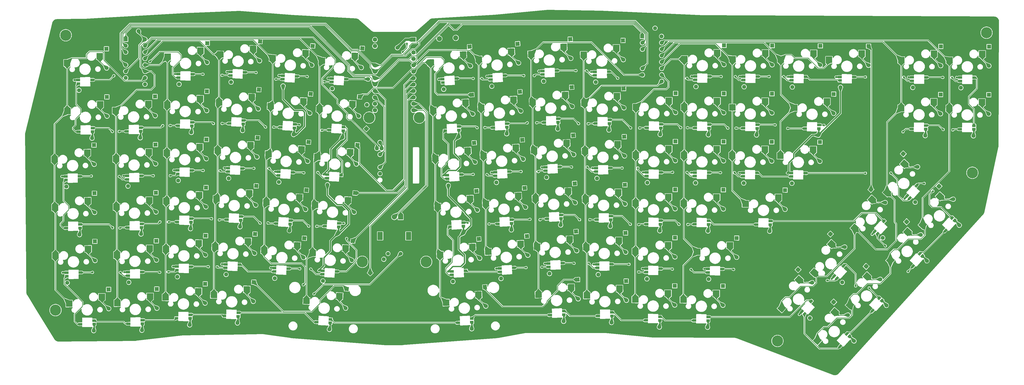
<source format=gbr>
%TF.GenerationSoftware,KiCad,Pcbnew,8.0.1-8.0.1-1~ubuntu22.04.1*%
%TF.CreationDate,2024-03-26T23:20:42-04:00*%
%TF.ProjectId,travis_erg2024-new4,74726176-6973-45f6-9572-67323032342d,2024.03.25*%
%TF.SameCoordinates,Original*%
%TF.FileFunction,Copper,L2,Bot*%
%TF.FilePolarity,Positive*%
%FSLAX46Y46*%
G04 Gerber Fmt 4.6, Leading zero omitted, Abs format (unit mm)*
G04 Created by KiCad (PCBNEW 8.0.1-8.0.1-1~ubuntu22.04.1) date 2024-03-26 23:20:42*
%MOMM*%
%LPD*%
G01*
G04 APERTURE LIST*
G04 Aperture macros list*
%AMHorizOval*
0 Thick line with rounded ends*
0 $1 width*
0 $2 $3 position (X,Y) of the first rounded end (center of the circle)*
0 $4 $5 position (X,Y) of the second rounded end (center of the circle)*
0 Add line between two ends*
20,1,$1,$2,$3,$4,$5,0*
0 Add two circle primitives to create the rounded ends*
1,1,$1,$2,$3*
1,1,$1,$4,$5*%
%AMRotRect*
0 Rectangle, with rotation*
0 The origin of the aperture is its center*
0 $1 length*
0 $2 width*
0 $3 Rotation angle, in degrees counterclockwise*
0 Add horizontal line*
21,1,$1,$2,0,0,$3*%
G04 Aperture macros list end*
%TA.AperFunction,SMDPad,CuDef*%
%ADD10RotRect,2.550000X2.500000X0.500000*%
%TD*%
%TA.AperFunction,ComponentPad*%
%ADD11RotRect,1.600000X1.600000X270.500000*%
%TD*%
%TA.AperFunction,ComponentPad*%
%ADD12HorizOval,1.600000X0.000000X0.000000X0.000000X0.000000X0*%
%TD*%
%TA.AperFunction,SMDPad,CuDef*%
%ADD13RotRect,1.400000X1.000000X0.500000*%
%TD*%
%TA.AperFunction,ComponentPad*%
%ADD14C,1.600000*%
%TD*%
%TA.AperFunction,SMDPad,CuDef*%
%ADD15RotRect,2.550000X2.500000X359.500000*%
%TD*%
%TA.AperFunction,ComponentPad*%
%ADD16RotRect,1.600000X1.600000X269.500000*%
%TD*%
%TA.AperFunction,ComponentPad*%
%ADD17HorizOval,1.600000X0.000000X0.000000X0.000000X0.000000X0*%
%TD*%
%TA.AperFunction,SMDPad,CuDef*%
%ADD18RotRect,1.400000X1.000000X359.500000*%
%TD*%
%TA.AperFunction,SMDPad,CuDef*%
%ADD19RotRect,2.550000X2.500000X358.500000*%
%TD*%
%TA.AperFunction,ComponentPad*%
%ADD20RotRect,1.600000X1.600000X268.500000*%
%TD*%
%TA.AperFunction,ComponentPad*%
%ADD21HorizOval,1.600000X0.000000X0.000000X0.000000X0.000000X0*%
%TD*%
%TA.AperFunction,SMDPad,CuDef*%
%ADD22RotRect,1.400000X1.000000X358.500000*%
%TD*%
%TA.AperFunction,SMDPad,CuDef*%
%ADD23RotRect,2.550000X2.500000X357.500000*%
%TD*%
%TA.AperFunction,ComponentPad*%
%ADD24RotRect,1.600000X1.600000X267.500000*%
%TD*%
%TA.AperFunction,ComponentPad*%
%ADD25HorizOval,1.600000X0.000000X0.000000X0.000000X0.000000X0*%
%TD*%
%TA.AperFunction,SMDPad,CuDef*%
%ADD26RotRect,1.400000X1.000000X357.500000*%
%TD*%
%TA.AperFunction,SMDPad,CuDef*%
%ADD27RotRect,2.550000X2.500000X357.250000*%
%TD*%
%TA.AperFunction,ComponentPad*%
%ADD28RotRect,1.600000X1.600000X267.250000*%
%TD*%
%TA.AperFunction,ComponentPad*%
%ADD29HorizOval,1.600000X0.000000X0.000000X0.000000X0.000000X0*%
%TD*%
%TA.AperFunction,SMDPad,CuDef*%
%ADD30RotRect,1.400000X1.000000X357.250000*%
%TD*%
%TA.AperFunction,SMDPad,CuDef*%
%ADD31RotRect,2.550000X2.500000X2.750000*%
%TD*%
%TA.AperFunction,ComponentPad*%
%ADD32RotRect,1.600000X1.600000X272.750000*%
%TD*%
%TA.AperFunction,ComponentPad*%
%ADD33HorizOval,1.600000X0.000000X0.000000X0.000000X0.000000X0*%
%TD*%
%TA.AperFunction,SMDPad,CuDef*%
%ADD34RotRect,1.400000X1.000000X2.750000*%
%TD*%
%TA.AperFunction,SMDPad,CuDef*%
%ADD35RotRect,2.550000X2.500000X1.750000*%
%TD*%
%TA.AperFunction,ComponentPad*%
%ADD36RotRect,1.600000X1.600000X271.750000*%
%TD*%
%TA.AperFunction,ComponentPad*%
%ADD37HorizOval,1.600000X0.000000X0.000000X0.000000X0.000000X0*%
%TD*%
%TA.AperFunction,SMDPad,CuDef*%
%ADD38RotRect,1.400000X1.000000X1.750000*%
%TD*%
%TA.AperFunction,SMDPad,CuDef*%
%ADD39RotRect,2.550000X2.500000X0.750000*%
%TD*%
%TA.AperFunction,ComponentPad*%
%ADD40RotRect,1.600000X1.600000X270.750000*%
%TD*%
%TA.AperFunction,ComponentPad*%
%ADD41HorizOval,1.600000X0.000000X0.000000X0.000000X0.000000X0*%
%TD*%
%TA.AperFunction,SMDPad,CuDef*%
%ADD42RotRect,1.400000X1.000000X0.750000*%
%TD*%
%TA.AperFunction,SMDPad,CuDef*%
%ADD43RotRect,2.550000X2.500000X359.750000*%
%TD*%
%TA.AperFunction,ComponentPad*%
%ADD44RotRect,1.600000X1.600000X269.750000*%
%TD*%
%TA.AperFunction,ComponentPad*%
%ADD45HorizOval,1.600000X0.000000X0.000000X0.000000X0.000000X0*%
%TD*%
%TA.AperFunction,SMDPad,CuDef*%
%ADD46RotRect,1.400000X1.000000X359.750000*%
%TD*%
%TA.AperFunction,SMDPad,CuDef*%
%ADD47RotRect,2.550000X2.500000X47.750000*%
%TD*%
%TA.AperFunction,ComponentPad*%
%ADD48RotRect,1.600000X1.600000X317.750000*%
%TD*%
%TA.AperFunction,ComponentPad*%
%ADD49HorizOval,1.600000X0.000000X0.000000X0.000000X0.000000X0*%
%TD*%
%TA.AperFunction,SMDPad,CuDef*%
%ADD50RotRect,1.400000X1.000000X47.750000*%
%TD*%
%TA.AperFunction,SMDPad,CuDef*%
%ADD51RotRect,1.400000X1.000000X180.500000*%
%TD*%
%TA.AperFunction,SMDPad,CuDef*%
%ADD52RotRect,1.400000X1.000000X179.500000*%
%TD*%
%TA.AperFunction,SMDPad,CuDef*%
%ADD53RotRect,1.400000X1.000000X178.500000*%
%TD*%
%TA.AperFunction,SMDPad,CuDef*%
%ADD54RotRect,1.400000X1.000000X177.500000*%
%TD*%
%TA.AperFunction,SMDPad,CuDef*%
%ADD55RotRect,1.400000X1.000000X177.250000*%
%TD*%
%TA.AperFunction,SMDPad,CuDef*%
%ADD56RotRect,1.400000X1.000000X182.750000*%
%TD*%
%TA.AperFunction,SMDPad,CuDef*%
%ADD57RotRect,1.400000X1.000000X181.750000*%
%TD*%
%TA.AperFunction,SMDPad,CuDef*%
%ADD58RotRect,1.400000X1.000000X180.750000*%
%TD*%
%TA.AperFunction,SMDPad,CuDef*%
%ADD59RotRect,1.400000X1.000000X179.750000*%
%TD*%
%TA.AperFunction,SMDPad,CuDef*%
%ADD60RotRect,1.400000X1.000000X227.750000*%
%TD*%
%TA.AperFunction,ComponentPad*%
%ADD61HorizOval,1.600000X0.000000X0.000000X0.000000X0.000000X0*%
%TD*%
%TA.AperFunction,ComponentPad*%
%ADD62R,1.752600X1.752600*%
%TD*%
%TA.AperFunction,ComponentPad*%
%ADD63C,1.752600*%
%TD*%
%TA.AperFunction,ComponentPad*%
%ADD64R,1.600000X1.600000*%
%TD*%
%TA.AperFunction,ComponentPad*%
%ADD65O,1.600000X1.600000*%
%TD*%
%TA.AperFunction,ComponentPad*%
%ADD66RotRect,1.600000X1.600000X0.250000*%
%TD*%
%TA.AperFunction,ComponentPad*%
%ADD67HorizOval,1.600000X0.000000X0.000000X0.000000X0.000000X0*%
%TD*%
%TA.AperFunction,ComponentPad*%
%ADD68C,2.000000*%
%TD*%
%TA.AperFunction,ComponentPad*%
%ADD69RotRect,1.600000X1.600000X315.000000*%
%TD*%
%TA.AperFunction,ComponentPad*%
%ADD70HorizOval,1.600000X0.000000X0.000000X0.000000X0.000000X0*%
%TD*%
%TA.AperFunction,ComponentPad*%
%ADD71R,2.000000X2.000000*%
%TD*%
%TA.AperFunction,ComponentPad*%
%ADD72C,1.500000*%
%TD*%
%TA.AperFunction,ComponentPad*%
%ADD73R,2.000000X3.200000*%
%TD*%
%TA.AperFunction,ComponentPad*%
%ADD74RotRect,1.600000X1.600000X45.000000*%
%TD*%
%TA.AperFunction,ComponentPad*%
%ADD75HorizOval,1.600000X0.000000X0.000000X0.000000X0.000000X0*%
%TD*%
%TA.AperFunction,ComponentPad*%
%ADD76C,0.700000*%
%TD*%
%TA.AperFunction,ComponentPad*%
%ADD77C,4.400000*%
%TD*%
%TA.AperFunction,ViaPad*%
%ADD78C,0.800000*%
%TD*%
%TA.AperFunction,Conductor*%
%ADD79C,0.500000*%
%TD*%
%TA.AperFunction,Conductor*%
%ADD80C,0.250000*%
%TD*%
%TA.AperFunction,Conductor*%
%ADD81C,1.000000*%
%TD*%
G04 APERTURE END LIST*
D10*
%TO.P,KSW1,1*%
%TO.N,col0*%
X34636888Y-197165247D03*
%TO.P,KSW1,2*%
%TO.N,matrixl_outer_mod*%
X47541231Y-194512536D03*
%TD*%
D11*
%TO.P,KD1,1*%
%TO.N,row5*%
X50198400Y-191544200D03*
D12*
%TO.P,KD1,2*%
%TO.N,matrixl_outer_mod*%
X50264896Y-199163910D03*
%TD*%
D13*
%TO.P,KLED1,2*%
%TO.N,LED_30*%
X44480889Y-203879565D03*
%TO.P,KLED1,1*%
%TO.N,RAW*%
X44493106Y-205279512D03*
%TO.P,KLED1,3*%
%TO.N,GND*%
X39081094Y-203926688D03*
%TO.P,KLED1,4*%
%TO.N,LED_29*%
X39093311Y-205326635D03*
%TD*%
D14*
%TO.P,KC1,1*%
%TO.N,RAW*%
X44316100Y-207921200D03*
%TO.P,KC1,2*%
%TO.N,GND*%
X39316290Y-207964833D03*
%TD*%
D10*
%TO.P,KSW2,1*%
%TO.N,col0*%
X29042107Y-159112621D03*
%TO.P,KSW2,2*%
%TO.N,matrixl_outer_home*%
X41946450Y-156459910D03*
%TD*%
D11*
%TO.P,KD2,1*%
%TO.N,row3*%
X44603600Y-153491600D03*
D12*
%TO.P,KD2,2*%
%TO.N,matrixl_outer_home*%
X44670096Y-161111310D03*
%TD*%
D13*
%TO.P,KLED2,2*%
%TO.N,LED_18*%
X38886089Y-165826965D03*
%TO.P,KLED2,1*%
%TO.N,RAW*%
X38898306Y-167226912D03*
%TO.P,KLED2,3*%
%TO.N,GND*%
X33486294Y-165874088D03*
%TO.P,KLED2,4*%
%TO.N,LED_17*%
X33498511Y-167274035D03*
%TD*%
D14*
%TO.P,KC2,1*%
%TO.N,RAW*%
X38721300Y-169868600D03*
%TO.P,KC2,2*%
%TO.N,GND*%
X33721490Y-169912233D03*
%TD*%
D10*
%TO.P,KSW3,1*%
%TO.N,col0*%
X33971926Y-120968149D03*
%TO.P,KSW3,2*%
%TO.N,matrixl_outer_num*%
X46876269Y-118315438D03*
%TD*%
D11*
%TO.P,KD3,1*%
%TO.N,row1*%
X49533500Y-115347100D03*
D12*
%TO.P,KD3,2*%
%TO.N,matrixl_outer_num*%
X49599996Y-122966810D03*
%TD*%
D13*
%TO.P,KLED3,2*%
%TO.N,LED_6*%
X43815889Y-127682465D03*
%TO.P,KLED3,1*%
%TO.N,RAW*%
X43828106Y-129082412D03*
%TO.P,KLED3,3*%
%TO.N,GND*%
X38416094Y-127729588D03*
%TO.P,KLED3,4*%
%TO.N,LED_5*%
X38428311Y-129129535D03*
%TD*%
D14*
%TO.P,KC3,1*%
%TO.N,RAW*%
X43651200Y-131724100D03*
%TO.P,KC3,2*%
%TO.N,GND*%
X38651390Y-131767733D03*
%TD*%
D10*
%TO.P,KSW4,1*%
%TO.N,col1*%
X53686163Y-196999007D03*
%TO.P,KSW4,2*%
%TO.N,matrixl_pinky_mod*%
X66590506Y-194346296D03*
%TD*%
D11*
%TO.P,KD4,1*%
%TO.N,row5*%
X69247700Y-191378000D03*
D12*
%TO.P,KD4,2*%
%TO.N,matrixl_pinky_mod*%
X69314196Y-198997710D03*
%TD*%
D13*
%TO.P,KLED4,2*%
%TO.N,LED_31*%
X63530089Y-203713365D03*
%TO.P,KLED4,1*%
%TO.N,RAW*%
X63542306Y-205113312D03*
%TO.P,KLED4,3*%
%TO.N,GND*%
X58130294Y-203760488D03*
%TO.P,KLED4,4*%
%TO.N,LED_30*%
X58142511Y-205160435D03*
%TD*%
D14*
%TO.P,KC4,1*%
%TO.N,RAW*%
X63365400Y-207755000D03*
%TO.P,KC4,2*%
%TO.N,GND*%
X58365590Y-207798633D03*
%TD*%
D10*
%TO.P,KSW5,1*%
%TO.N,col1*%
X53353682Y-158900457D03*
%TO.P,KSW5,2*%
%TO.N,matrixl_pinky_home*%
X66258025Y-156247746D03*
%TD*%
D11*
%TO.P,KD5,1*%
%TO.N,row3*%
X68915200Y-153279400D03*
D12*
%TO.P,KD5,2*%
%TO.N,matrixl_pinky_home*%
X68981696Y-160899110D03*
%TD*%
D13*
%TO.P,KLED5,2*%
%TO.N,LED_19*%
X63197689Y-165614765D03*
%TO.P,KLED5,1*%
%TO.N,RAW*%
X63209906Y-167014712D03*
%TO.P,KLED5,3*%
%TO.N,GND*%
X57797894Y-165661888D03*
%TO.P,KLED5,4*%
%TO.N,LED_18*%
X57810111Y-167061835D03*
%TD*%
D14*
%TO.P,KC5,1*%
%TO.N,RAW*%
X63032900Y-169656400D03*
%TO.P,KC5,2*%
%TO.N,GND*%
X58033090Y-169700033D03*
%TD*%
D10*
%TO.P,KSW6,1*%
%TO.N,col1*%
X53021201Y-120801908D03*
%TO.P,KSW6,2*%
%TO.N,matrixl_pinky_num*%
X65925544Y-118149197D03*
%TD*%
D11*
%TO.P,KD6,1*%
%TO.N,row1*%
X68582700Y-115180900D03*
D12*
%TO.P,KD6,2*%
%TO.N,matrixl_pinky_num*%
X68649196Y-122800610D03*
%TD*%
D13*
%TO.P,KLED6,2*%
%TO.N,LED_7*%
X62865189Y-127516265D03*
%TO.P,KLED6,1*%
%TO.N,RAW*%
X62877406Y-128916212D03*
%TO.P,KLED6,3*%
%TO.N,GND*%
X57465394Y-127563388D03*
%TO.P,KLED6,4*%
%TO.N,LED_6*%
X57477611Y-128963335D03*
%TD*%
D14*
%TO.P,KC6,1*%
%TO.N,RAW*%
X62700400Y-131557900D03*
%TO.P,KC6,2*%
%TO.N,GND*%
X57700590Y-131601533D03*
%TD*%
D15*
%TO.P,KSW7,1*%
%TO.N,col2*%
X72762315Y-194709187D03*
%TO.P,KSW7,2*%
%TO.N,matrixl_ring_mod*%
X85710988Y-192282092D03*
%TD*%
D16*
%TO.P,KD7,1*%
%TO.N,row5*%
X88419600Y-189360600D03*
D17*
%TO.P,KD7,2*%
%TO.N,matrixl_ring_mod*%
X88353104Y-196980310D03*
%TD*%
D18*
%TO.P,KLED7,2*%
%TO.N,LED_32*%
X82487606Y-201594288D03*
%TO.P,KLED7,1*%
%TO.N,RAW*%
X82475389Y-202994235D03*
%TO.P,KLED7,3*%
%TO.N,GND*%
X77087811Y-201547165D03*
%TO.P,KLED7,4*%
%TO.N,LED_31*%
X77075594Y-202947112D03*
%TD*%
D14*
%TO.P,KC7,1*%
%TO.N,RAW*%
X82252400Y-205632400D03*
%TO.P,KC7,2*%
%TO.N,GND*%
X77252590Y-205588767D03*
%TD*%
D15*
%TO.P,KSW8,1*%
%TO.N,col2*%
X73094796Y-156610638D03*
%TO.P,KSW8,2*%
%TO.N,matrixl_ring_home*%
X86043469Y-154183543D03*
%TD*%
D16*
%TO.P,KD8,1*%
%TO.N,row3*%
X88752100Y-151262100D03*
D17*
%TO.P,KD8,2*%
%TO.N,matrixl_ring_home*%
X88685604Y-158881810D03*
%TD*%
D18*
%TO.P,KLED8,2*%
%TO.N,LED_20*%
X82820106Y-163495788D03*
%TO.P,KLED8,1*%
%TO.N,RAW*%
X82807889Y-164895735D03*
%TO.P,KLED8,3*%
%TO.N,GND*%
X77420311Y-163448665D03*
%TO.P,KLED8,4*%
%TO.N,LED_19*%
X77408094Y-164848612D03*
%TD*%
D14*
%TO.P,KC8,1*%
%TO.N,RAW*%
X82584800Y-167533900D03*
%TO.P,KC8,2*%
%TO.N,GND*%
X77584990Y-167490267D03*
%TD*%
D15*
%TO.P,KSW9,1*%
%TO.N,col2*%
X73427277Y-118512089D03*
%TO.P,KSW9,2*%
%TO.N,matrixl_ring_num*%
X86375950Y-116084994D03*
%TD*%
D16*
%TO.P,KD9,1*%
%TO.N,row1*%
X89084500Y-113163500D03*
D17*
%TO.P,KD9,2*%
%TO.N,matrixl_ring_num*%
X89018004Y-120783210D03*
%TD*%
D18*
%TO.P,KLED9,2*%
%TO.N,LED_8*%
X83152606Y-125397188D03*
%TO.P,KLED9,1*%
%TO.N,RAW*%
X83140389Y-126797135D03*
%TO.P,KLED9,3*%
%TO.N,GND*%
X77752811Y-125350065D03*
%TO.P,KLED9,4*%
%TO.N,LED_7*%
X77740594Y-126750012D03*
%TD*%
D14*
%TO.P,KC9,1*%
%TO.N,RAW*%
X82917300Y-129435300D03*
%TO.P,KC9,2*%
%TO.N,GND*%
X77917490Y-129391667D03*
%TD*%
D19*
%TO.P,KSW10,1*%
%TO.N,col3*%
X91866798Y-193752604D03*
%TO.P,KSW10,2*%
%TO.N,matrixl_middle_mod*%
X104855858Y-191551864D03*
%TD*%
D20*
%TO.P,KD10,1*%
%TO.N,row5*%
X107615000Y-188678100D03*
D21*
%TO.P,KD10,2*%
%TO.N,matrixl_middle_mod*%
X107415532Y-196295489D03*
%TD*%
D22*
%TO.P,KLED10,2*%
%TO.N,LED_33*%
X101470399Y-200806418D03*
%TO.P,KLED10,1*%
%TO.N,RAW*%
X101433751Y-202205938D03*
%TO.P,KLED10,3*%
%TO.N,GND*%
X96072249Y-200665062D03*
%TO.P,KLED10,4*%
%TO.N,LED_32*%
X96035601Y-202064582D03*
%TD*%
D14*
%TO.P,KC10,1*%
%TO.N,RAW*%
X101164800Y-204839800D03*
%TO.P,KC10,2*%
%TO.N,GND*%
X96166513Y-204708915D03*
%TD*%
D19*
%TO.P,KSW11,1*%
%TO.N,col3*%
X92864140Y-155665660D03*
%TO.P,KSW11,2*%
%TO.N,matrixl_middle_home*%
X105853200Y-153464920D03*
%TD*%
D20*
%TO.P,KD11,1*%
%TO.N,row3*%
X108612400Y-150591200D03*
D21*
%TO.P,KD11,2*%
%TO.N,matrixl_middle_home*%
X108412932Y-158208589D03*
%TD*%
D22*
%TO.P,KLED11,2*%
%TO.N,LED_21*%
X102467799Y-162719518D03*
%TO.P,KLED11,1*%
%TO.N,RAW*%
X102431151Y-164119038D03*
%TO.P,KLED11,3*%
%TO.N,GND*%
X97069649Y-162578162D03*
%TO.P,KLED11,4*%
%TO.N,LED_20*%
X97033001Y-163977682D03*
%TD*%
D14*
%TO.P,KC11,1*%
%TO.N,RAW*%
X102162100Y-166752900D03*
%TO.P,KC11,2*%
%TO.N,GND*%
X97163813Y-166622015D03*
%TD*%
D19*
%TO.P,KSW12,1*%
%TO.N,col3*%
X93861482Y-117578716D03*
%TO.P,KSW12,2*%
%TO.N,matrixl_middle_num*%
X106850542Y-115377976D03*
%TD*%
D20*
%TO.P,KD12,1*%
%TO.N,row1*%
X109609700Y-112504200D03*
D21*
%TO.P,KD12,2*%
%TO.N,matrixl_middle_num*%
X109410232Y-120121589D03*
%TD*%
D22*
%TO.P,KLED12,2*%
%TO.N,LED_9*%
X103465099Y-124632518D03*
%TO.P,KLED12,1*%
%TO.N,RAW*%
X103428451Y-126032038D03*
%TO.P,KLED12,3*%
%TO.N,GND*%
X98066949Y-124491162D03*
%TO.P,KLED12,4*%
%TO.N,LED_8*%
X98030301Y-125890682D03*
%TD*%
D14*
%TO.P,KC12,1*%
%TO.N,RAW*%
X103159400Y-128665900D03*
%TO.P,KC12,2*%
%TO.N,GND*%
X98161113Y-128535015D03*
%TD*%
D23*
%TO.P,KSW13,1*%
%TO.N,col4*%
X112594612Y-157065162D03*
%TO.P,KSW13,2*%
%TO.N,matrixl_index_home*%
X125620101Y-155091447D03*
%TD*%
D24*
%TO.P,KD13,1*%
%TO.N,row3*%
X128429000Y-152266300D03*
D25*
%TO.P,KD13,2*%
%TO.N,matrixl_index_home*%
X128096620Y-159879047D03*
%TD*%
D26*
%TO.P,KLED13,2*%
%TO.N,LED_22*%
X122073664Y-164285539D03*
%TO.P,KLED13,1*%
%TO.N,RAW*%
X122012597Y-165684206D03*
%TO.P,KLED13,3*%
%TO.N,GND*%
X116678803Y-164049994D03*
%TO.P,KLED13,4*%
%TO.N,LED_21*%
X116617736Y-165448661D03*
%TD*%
D14*
%TO.P,KC13,1*%
%TO.N,RAW*%
X121697700Y-168312900D03*
%TO.P,KC13,2*%
%TO.N,GND*%
X116702459Y-168094803D03*
%TD*%
D23*
%TO.P,KSW14,1*%
%TO.N,col4*%
X114256511Y-119001425D03*
%TO.P,KSW14,2*%
%TO.N,matrixl_index_num*%
X127282000Y-117027710D03*
%TD*%
D24*
%TO.P,KD14,1*%
%TO.N,row1*%
X130090900Y-114202500D03*
D25*
%TO.P,KD14,2*%
%TO.N,matrixl_index_num*%
X129758520Y-121815247D03*
%TD*%
D26*
%TO.P,KLED14,2*%
%TO.N,LED_10*%
X123735564Y-126221739D03*
%TO.P,KLED14,1*%
%TO.N,RAW*%
X123674497Y-127620406D03*
%TO.P,KLED14,3*%
%TO.N,GND*%
X118340703Y-125986194D03*
%TO.P,KLED14,4*%
%TO.N,LED_9*%
X118279636Y-127384861D03*
%TD*%
D14*
%TO.P,KC14,1*%
%TO.N,RAW*%
X123359600Y-130249200D03*
%TO.P,KC14,2*%
%TO.N,GND*%
X118364359Y-130031103D03*
%TD*%
D27*
%TO.P,KSW15,1*%
%TO.N,col5*%
X128467892Y-196107269D03*
%TO.P,KSW15,2*%
%TO.N,matrixl_inner_mod*%
X141501869Y-194190407D03*
%TD*%
D28*
%TO.P,KD15,1*%
%TO.N,row5*%
X144323100Y-191377500D03*
D29*
%TO.P,KD15,2*%
%TO.N,matrixl_inner_mod*%
X143957507Y-198988725D03*
%TD*%
D30*
%TO.P,KLED15,2*%
%TO.N,LED_34*%
X137915375Y-203368947D03*
%TO.P,KLED15,1*%
%TO.N,RAW*%
X137848206Y-204767335D03*
%TO.P,KLED15,3*%
%TO.N,GND*%
X132521594Y-203109865D03*
%TO.P,KLED15,4*%
%TO.N,LED_33*%
X132454425Y-204508253D03*
%TD*%
D14*
%TO.P,KC15,1*%
%TO.N,RAW*%
X137521800Y-207394700D03*
%TO.P,KC15,2*%
%TO.N,GND*%
X132527558Y-207154809D03*
%TD*%
D27*
%TO.P,KSW16,1*%
%TO.N,col5*%
X131794131Y-158123113D03*
%TO.P,KSW16,2*%
%TO.N,matrixl_inner_home*%
X144828108Y-156206251D03*
%TD*%
D28*
%TO.P,KD16,1*%
%TO.N,row3*%
X147649300Y-153393400D03*
D29*
%TO.P,KD16,2*%
%TO.N,matrixl_inner_home*%
X147283707Y-161004625D03*
%TD*%
D30*
%TO.P,KLED16,2*%
%TO.N,LED_23*%
X141241575Y-165384747D03*
%TO.P,KLED16,1*%
%TO.N,RAW*%
X141174406Y-166783135D03*
%TO.P,KLED16,3*%
%TO.N,GND*%
X135847794Y-165125665D03*
%TO.P,KLED16,4*%
%TO.N,LED_22*%
X135780625Y-166524053D03*
%TD*%
D14*
%TO.P,KC16,1*%
%TO.N,RAW*%
X140848000Y-169410500D03*
%TO.P,KC16,2*%
%TO.N,GND*%
X135853758Y-169170609D03*
%TD*%
D27*
%TO.P,KSW17,1*%
%TO.N,col5*%
X133622098Y-120066990D03*
%TO.P,KSW17,2*%
%TO.N,matrixl_inner_num*%
X146656075Y-118150128D03*
%TD*%
D28*
%TO.P,KD17,1*%
%TO.N,row1*%
X149477300Y-115337200D03*
D29*
%TO.P,KD17,2*%
%TO.N,matrixl_inner_num*%
X149111707Y-122948425D03*
%TD*%
D30*
%TO.P,KLED17,2*%
%TO.N,LED_11*%
X143069575Y-127328647D03*
%TO.P,KLED17,1*%
%TO.N,RAW*%
X143002406Y-128727035D03*
%TO.P,KLED17,3*%
%TO.N,GND*%
X137675794Y-127069565D03*
%TO.P,KLED17,4*%
%TO.N,LED_10*%
X137608625Y-128467953D03*
%TD*%
D14*
%TO.P,KC17,1*%
%TO.N,RAW*%
X142676000Y-131354400D03*
%TO.P,KC17,2*%
%TO.N,GND*%
X137681758Y-131114509D03*
%TD*%
D31*
%TO.P,KSW18,1*%
%TO.N,col6*%
X183669023Y-196778482D03*
%TO.P,KSW18,2*%
%TO.N,matrixr_inner_mod*%
X196459271Y-193621194D03*
%TD*%
D32*
%TO.P,KD18,1*%
%TO.N,row5*%
X198997900Y-190550900D03*
D33*
%TO.P,KD18,2*%
%TO.N,matrixr_inner_mod*%
X199363493Y-198162125D03*
%TD*%
D34*
%TO.P,KLED18,2*%
%TO.N,LED_35*%
X193769006Y-203101165D03*
%TO.P,KLED18,1*%
%TO.N,RAW*%
X193836175Y-204499553D03*
%TO.P,KLED18,3*%
%TO.N,GND*%
X188375225Y-203360247D03*
%TO.P,KLED18,4*%
%TO.N,LED_34*%
X188442394Y-204758635D03*
%TD*%
D14*
%TO.P,KC18,1*%
%TO.N,RAW*%
X193763100Y-207146100D03*
%TO.P,KC18,2*%
%TO.N,GND*%
X188768858Y-207385991D03*
%TD*%
D31*
%TO.P,KSW19,1*%
%TO.N,col6*%
X180342783Y-158794325D03*
%TO.P,KSW19,2*%
%TO.N,matrixr_inner_home*%
X193133031Y-155637037D03*
%TD*%
D32*
%TO.P,KD19,1*%
%TO.N,row3*%
X195671600Y-152566700D03*
D33*
%TO.P,KD19,2*%
%TO.N,matrixr_inner_home*%
X196037193Y-160177925D03*
%TD*%
D34*
%TO.P,KLED19,2*%
%TO.N,LED_50*%
X190442806Y-165117065D03*
%TO.P,KLED19,1*%
%TO.N,RAW*%
X190509975Y-166515453D03*
%TO.P,KLED19,3*%
%TO.N,GND*%
X185049025Y-165376147D03*
%TO.P,KLED19,4*%
%TO.N,LED_49*%
X185116194Y-166774535D03*
%TD*%
D14*
%TO.P,KC19,1*%
%TO.N,RAW*%
X190436800Y-169162000D03*
%TO.P,KC19,2*%
%TO.N,GND*%
X185442558Y-169401891D03*
%TD*%
D31*
%TO.P,KSW20,1*%
%TO.N,col6*%
X178514817Y-120738202D03*
%TO.P,KSW20,2*%
%TO.N,matrixr_inner_num*%
X191305065Y-117580914D03*
%TD*%
D32*
%TO.P,KD20,1*%
%TO.N,row1*%
X193843700Y-114510600D03*
D33*
%TO.P,KD20,2*%
%TO.N,matrixr_inner_num*%
X194209293Y-122121825D03*
%TD*%
D34*
%TO.P,KLED20,2*%
%TO.N,LED_69*%
X188614806Y-127060865D03*
%TO.P,KLED20,1*%
%TO.N,RAW*%
X188681975Y-128459253D03*
%TO.P,KLED20,3*%
%TO.N,GND*%
X183221025Y-127319947D03*
%TO.P,KLED20,4*%
%TO.N,LED_68*%
X183288194Y-128718335D03*
%TD*%
D14*
%TO.P,KC20,1*%
%TO.N,RAW*%
X188608900Y-131105800D03*
%TO.P,KC20,2*%
%TO.N,GND*%
X183614658Y-131345691D03*
%TD*%
D31*
%TO.P,KSW21,1*%
%TO.N,col7*%
X199358851Y-157630630D03*
%TO.P,KSW21,2*%
%TO.N,matrixr_index_home*%
X212149099Y-154473342D03*
%TD*%
D32*
%TO.P,KD21,1*%
%TO.N,row3*%
X214687700Y-151403000D03*
D33*
%TO.P,KD21,2*%
%TO.N,matrixr_index_home*%
X215053293Y-159014225D03*
%TD*%
D34*
%TO.P,KLED21,2*%
%TO.N,LED_51*%
X209458806Y-163953365D03*
%TO.P,KLED21,1*%
%TO.N,RAW*%
X209525975Y-165351753D03*
%TO.P,KLED21,3*%
%TO.N,GND*%
X204065025Y-164212447D03*
%TO.P,KLED21,4*%
%TO.N,LED_50*%
X204132194Y-165610835D03*
%TD*%
D14*
%TO.P,KC21,1*%
%TO.N,RAW*%
X209452900Y-167998300D03*
%TO.P,KC21,2*%
%TO.N,GND*%
X204458658Y-168238191D03*
%TD*%
D31*
%TO.P,KSW22,1*%
%TO.N,col7*%
X197530884Y-119574507D03*
%TO.P,KSW22,2*%
%TO.N,matrixr_index_num*%
X210321132Y-116417219D03*
%TD*%
D32*
%TO.P,KD22,1*%
%TO.N,row1*%
X212859700Y-113346900D03*
D33*
%TO.P,KD22,2*%
%TO.N,matrixr_index_num*%
X213225293Y-120958125D03*
%TD*%
D34*
%TO.P,KLED22,2*%
%TO.N,LED_70*%
X207630906Y-125897165D03*
%TO.P,KLED22,1*%
%TO.N,RAW*%
X207698075Y-127295553D03*
%TO.P,KLED22,3*%
%TO.N,GND*%
X202237125Y-126156247D03*
%TO.P,KLED22,4*%
%TO.N,LED_69*%
X202304294Y-127554635D03*
%TD*%
D14*
%TO.P,KC22,1*%
%TO.N,RAW*%
X207624900Y-129942200D03*
%TO.P,KC22,2*%
%TO.N,GND*%
X202630658Y-130182091D03*
%TD*%
D35*
%TO.P,KSW23,1*%
%TO.N,col8*%
X220206343Y-193648622D03*
%TO.P,KSW23,2*%
%TO.N,matrixr_middle_mod*%
X233049746Y-190715035D03*
%TD*%
D36*
%TO.P,KD23,1*%
%TO.N,row5*%
X235641600Y-187689500D03*
D37*
%TO.P,KD23,2*%
%TO.N,matrixr_middle_mod*%
X235874303Y-195305946D03*
%TD*%
D38*
%TO.P,KLED23,2*%
%TO.N,LED_36*%
X230194464Y-200146673D03*
%TO.P,KLED23,1*%
%TO.N,RAW*%
X230237218Y-201546020D03*
%TO.P,KLED23,3*%
%TO.N,GND*%
X224796982Y-200311580D03*
%TO.P,KLED23,4*%
%TO.N,LED_35*%
X224839736Y-201710927D03*
%TD*%
D14*
%TO.P,KC23,1*%
%TO.N,RAW*%
X230117900Y-204190900D03*
%TO.P,KC23,2*%
%TO.N,GND*%
X225120232Y-204343593D03*
%TD*%
D35*
%TO.P,KSW24,1*%
%TO.N,col8*%
X219042825Y-155566392D03*
%TO.P,KSW24,2*%
%TO.N,matrixr_middle_home*%
X231886228Y-152632805D03*
%TD*%
D36*
%TO.P,KD24,1*%
%TO.N,row3*%
X234478000Y-149607200D03*
D37*
%TO.P,KD24,2*%
%TO.N,matrixr_middle_home*%
X234710703Y-157223646D03*
%TD*%
D38*
%TO.P,KLED24,2*%
%TO.N,LED_52*%
X229030964Y-162064373D03*
%TO.P,KLED24,1*%
%TO.N,RAW*%
X229073718Y-163463720D03*
%TO.P,KLED24,3*%
%TO.N,GND*%
X223633482Y-162229280D03*
%TO.P,KLED24,4*%
%TO.N,LED_51*%
X223676236Y-163628627D03*
%TD*%
D14*
%TO.P,KC24,1*%
%TO.N,RAW*%
X228954400Y-166108600D03*
%TO.P,KC24,2*%
%TO.N,GND*%
X223956732Y-166261293D03*
%TD*%
D35*
%TO.P,KSW25,1*%
%TO.N,col8*%
X217879308Y-117484162D03*
%TO.P,KSW25,2*%
%TO.N,matrixr_middle_num*%
X230722711Y-114550575D03*
%TD*%
D36*
%TO.P,KD25,1*%
%TO.N,row1*%
X233314500Y-111525000D03*
D37*
%TO.P,KD25,2*%
%TO.N,matrixr_middle_num*%
X233547203Y-119141446D03*
%TD*%
D38*
%TO.P,KLED25,2*%
%TO.N,LED_71*%
X227867364Y-123982173D03*
%TO.P,KLED25,1*%
%TO.N,RAW*%
X227910118Y-125381520D03*
%TO.P,KLED25,3*%
%TO.N,GND*%
X222469882Y-124147080D03*
%TO.P,KLED25,4*%
%TO.N,LED_70*%
X222512636Y-125546427D03*
%TD*%
D14*
%TO.P,KC25,1*%
%TO.N,RAW*%
X227790900Y-128026400D03*
%TO.P,KC25,2*%
%TO.N,GND*%
X222793232Y-128179093D03*
%TD*%
D39*
%TO.P,KSW26,1*%
%TO.N,col9*%
X239319618Y-193941804D03*
%TO.P,KSW26,2*%
%TO.N,matrixr_ring_mod*%
X252212263Y-191232813D03*
%TD*%
D40*
%TO.P,KD26,1*%
%TO.N,row5*%
X254856500Y-188252900D03*
D41*
%TO.P,KD26,2*%
%TO.N,matrixr_ring_mod*%
X254956243Y-195872247D03*
%TD*%
D42*
%TO.P,KLED26,2*%
%TO.N,LED_37*%
X249192806Y-200613118D03*
%TO.P,KLED26,1*%
%TO.N,RAW*%
X249211131Y-202012998D03*
%TO.P,KLED26,3*%
%TO.N,GND*%
X243793269Y-200683802D03*
%TO.P,KLED26,4*%
%TO.N,LED_36*%
X243811594Y-202083682D03*
%TD*%
D14*
%TO.P,KC26,1*%
%TO.N,RAW*%
X249045700Y-204655400D03*
%TO.P,KC26,2*%
%TO.N,GND*%
X244046128Y-204720848D03*
%TD*%
D39*
%TO.P,KSW27,1*%
%TO.N,col9*%
X238820905Y-155845068D03*
%TO.P,KSW27,2*%
%TO.N,matrixr_ring_home*%
X251713550Y-153136077D03*
%TD*%
D40*
%TO.P,KD27,1*%
%TO.N,row3*%
X254357800Y-150156200D03*
D41*
%TO.P,KD27,2*%
%TO.N,matrixr_ring_home*%
X254457543Y-157775547D03*
%TD*%
D42*
%TO.P,KLED27,2*%
%TO.N,LED_53*%
X248694106Y-162516418D03*
%TO.P,KLED27,1*%
%TO.N,RAW*%
X248712431Y-163916298D03*
%TO.P,KLED27,3*%
%TO.N,GND*%
X243294569Y-162587102D03*
%TO.P,KLED27,4*%
%TO.N,LED_52*%
X243312894Y-163986982D03*
%TD*%
D14*
%TO.P,KC27,1*%
%TO.N,RAW*%
X248547000Y-166558700D03*
%TO.P,KC27,2*%
%TO.N,GND*%
X243547428Y-166624148D03*
%TD*%
D39*
%TO.P,KSW28,1*%
%TO.N,col9*%
X238322191Y-117748332D03*
%TO.P,KSW28,2*%
%TO.N,matrixr_ring_num*%
X251214836Y-115039341D03*
%TD*%
D40*
%TO.P,KD28,1*%
%TO.N,row1*%
X253859100Y-112059500D03*
D41*
%TO.P,KD28,2*%
%TO.N,matrixr_ring_num*%
X253958843Y-119678847D03*
%TD*%
D42*
%TO.P,KLED28,2*%
%TO.N,LED_72*%
X248195406Y-124419618D03*
%TO.P,KLED28,1*%
%TO.N,RAW*%
X248213731Y-125819498D03*
%TO.P,KLED28,3*%
%TO.N,GND*%
X242795869Y-124490302D03*
%TO.P,KLED28,4*%
%TO.N,LED_71*%
X242814194Y-125890182D03*
%TD*%
D14*
%TO.P,KC28,1*%
%TO.N,RAW*%
X248048300Y-128461900D03*
%TO.P,KC28,2*%
%TO.N,GND*%
X243048728Y-128527348D03*
%TD*%
D43*
%TO.P,KSW29,1*%
%TO.N,col10*%
X258437956Y-195568428D03*
%TO.P,KSW29,2*%
%TO.N,matrixr_pinky_mod*%
X271375916Y-193084857D03*
%TD*%
D44*
%TO.P,KD29,1*%
%TO.N,row5*%
X274071700Y-190151600D03*
D45*
%TO.P,KD29,2*%
%TO.N,matrixr_pinky_mod*%
X274038452Y-197771527D03*
%TD*%
D46*
%TO.P,KLED29,2*%
%TO.N,LED_38*%
X268193229Y-202411088D03*
%TO.P,KLED29,1*%
%TO.N,RAW*%
X268187120Y-203811074D03*
%TO.P,KLED29,3*%
%TO.N,GND*%
X262793280Y-202387526D03*
%TO.P,KLED29,4*%
%TO.N,LED_37*%
X262787171Y-203787512D03*
%TD*%
D14*
%TO.P,KC29,1*%
%TO.N,RAW*%
X267975600Y-206450100D03*
%TO.P,KC29,2*%
%TO.N,GND*%
X262975648Y-206428283D03*
%TD*%
D43*
%TO.P,KSW30,1*%
%TO.N,col10*%
X258604199Y-157468791D03*
%TO.P,KSW30,2*%
%TO.N,matrixr_pinky_home*%
X271542159Y-154985220D03*
%TD*%
D44*
%TO.P,KD30,1*%
%TO.N,row3*%
X274238000Y-152052000D03*
D45*
%TO.P,KD30,2*%
%TO.N,matrixr_pinky_home*%
X274204752Y-159671927D03*
%TD*%
D46*
%TO.P,KLED30,2*%
%TO.N,LED_54*%
X268359429Y-164311388D03*
%TO.P,KLED30,1*%
%TO.N,RAW*%
X268353320Y-165711374D03*
%TO.P,KLED30,3*%
%TO.N,GND*%
X262959480Y-164287826D03*
%TO.P,KLED30,4*%
%TO.N,LED_53*%
X262953371Y-165687812D03*
%TD*%
D14*
%TO.P,KC30,1*%
%TO.N,RAW*%
X268141800Y-168350500D03*
%TO.P,KC30,2*%
%TO.N,GND*%
X263141848Y-168328683D03*
%TD*%
D43*
%TO.P,KSW31,1*%
%TO.N,col10*%
X258770441Y-119369154D03*
%TO.P,KSW31,2*%
%TO.N,matrixr_pinky_num*%
X271708401Y-116885583D03*
%TD*%
D44*
%TO.P,KD31,1*%
%TO.N,row1*%
X274404200Y-113952300D03*
D45*
%TO.P,KD31,2*%
%TO.N,matrixr_pinky_num*%
X274370952Y-121572227D03*
%TD*%
D46*
%TO.P,KLED31,2*%
%TO.N,LED_73*%
X268525629Y-126211788D03*
%TO.P,KLED31,1*%
%TO.N,RAW*%
X268519520Y-127611774D03*
%TO.P,KLED31,3*%
%TO.N,GND*%
X263125680Y-126188226D03*
%TO.P,KLED31,4*%
%TO.N,LED_72*%
X263119571Y-127588212D03*
%TD*%
D14*
%TO.P,KC31,1*%
%TO.N,RAW*%
X268308100Y-130250900D03*
%TO.P,KC31,2*%
%TO.N,GND*%
X263308148Y-130229083D03*
%TD*%
D43*
%TO.P,KSW32,1*%
%TO.N,col11*%
X277487775Y-195651549D03*
%TO.P,KSW32,2*%
%TO.N,matrixr_outer_mod*%
X290425735Y-193167978D03*
%TD*%
D44*
%TO.P,KD32,1*%
%TO.N,row5*%
X293121600Y-190234700D03*
D45*
%TO.P,KD32,2*%
%TO.N,matrixr_outer_mod*%
X293088352Y-197854627D03*
%TD*%
D46*
%TO.P,KLED32,2*%
%TO.N,LED_39*%
X287243029Y-202494188D03*
%TO.P,KLED32,1*%
%TO.N,RAW*%
X287236920Y-203894174D03*
%TO.P,KLED32,3*%
%TO.N,GND*%
X281843080Y-202470626D03*
%TO.P,KLED32,4*%
%TO.N,LED_38*%
X281836971Y-203870612D03*
%TD*%
D14*
%TO.P,KC32,1*%
%TO.N,RAW*%
X287025400Y-206533300D03*
%TO.P,KC32,2*%
%TO.N,GND*%
X282025448Y-206511483D03*
%TD*%
D43*
%TO.P,KSW33,1*%
%TO.N,col11*%
X277654017Y-157551912D03*
%TO.P,KSW33,2*%
%TO.N,matrixr_outer_home*%
X290591977Y-155068341D03*
%TD*%
D44*
%TO.P,KD33,1*%
%TO.N,row3*%
X293287800Y-152135100D03*
D45*
%TO.P,KD33,2*%
%TO.N,matrixr_outer_home*%
X293254552Y-159755027D03*
%TD*%
D46*
%TO.P,KLED33,2*%
%TO.N,LED_55*%
X287409229Y-164394588D03*
%TO.P,KLED33,1*%
%TO.N,RAW*%
X287403120Y-165794574D03*
%TO.P,KLED33,3*%
%TO.N,GND*%
X282009280Y-164371026D03*
%TO.P,KLED33,4*%
%TO.N,LED_54*%
X282003171Y-165771012D03*
%TD*%
D14*
%TO.P,KC33,1*%
%TO.N,RAW*%
X287191600Y-168433600D03*
%TO.P,KC33,2*%
%TO.N,GND*%
X282191648Y-168411783D03*
%TD*%
D43*
%TO.P,KSW34,1*%
%TO.N,col11*%
X277820259Y-119452275D03*
%TO.P,KSW34,2*%
%TO.N,matrixr_outer_num*%
X290758219Y-116968704D03*
%TD*%
D44*
%TO.P,KD34,1*%
%TO.N,row1*%
X293454000Y-114035400D03*
D45*
%TO.P,KD34,2*%
%TO.N,matrixr_outer_num*%
X293420752Y-121655327D03*
%TD*%
D46*
%TO.P,KLED34,2*%
%TO.N,LED_74*%
X287575529Y-126294888D03*
%TO.P,KLED34,1*%
%TO.N,RAW*%
X287569420Y-127694874D03*
%TO.P,KLED34,3*%
%TO.N,GND*%
X282175580Y-126271326D03*
%TO.P,KLED34,4*%
%TO.N,LED_73*%
X282169471Y-127671312D03*
%TD*%
D14*
%TO.P,KC34,1*%
%TO.N,RAW*%
X287357900Y-130334000D03*
%TO.P,KC34,2*%
%TO.N,GND*%
X282357948Y-130312183D03*
%TD*%
D43*
%TO.P,KSW35,1*%
%TO.N,col12*%
X302066285Y-157658432D03*
%TO.P,KSW35,2*%
%TO.N,matrixr_outer2_home*%
X315004245Y-155174861D03*
%TD*%
D44*
%TO.P,KD35,1*%
%TO.N,row3*%
X317700100Y-152241600D03*
D45*
%TO.P,KD35,2*%
%TO.N,matrixr_outer2_home*%
X317666852Y-159861527D03*
%TD*%
D46*
%TO.P,KLED35,2*%
%TO.N,LED_56*%
X311821529Y-164501088D03*
%TO.P,KLED35,1*%
%TO.N,RAW*%
X311815420Y-165901074D03*
%TO.P,KLED35,3*%
%TO.N,GND*%
X306421580Y-164477526D03*
%TO.P,KLED35,4*%
%TO.N,LED_55*%
X306415471Y-165877512D03*
%TD*%
D14*
%TO.P,KC35,1*%
%TO.N,RAW*%
X311603900Y-168540200D03*
%TO.P,KC35,2*%
%TO.N,GND*%
X306603948Y-168518383D03*
%TD*%
D43*
%TO.P,KSW36,1*%
%TO.N,col12*%
X296870078Y-119535396D03*
%TO.P,KSW36,2*%
%TO.N,matrixr_outer2_num*%
X309808038Y-117051825D03*
%TD*%
D44*
%TO.P,KD36,1*%
%TO.N,row1*%
X312503900Y-114118600D03*
D45*
%TO.P,KD36,2*%
%TO.N,matrixr_outer2_num*%
X312470652Y-121738527D03*
%TD*%
D46*
%TO.P,KLED36,2*%
%TO.N,LED_75*%
X306625329Y-126377988D03*
%TO.P,KLED36,1*%
%TO.N,RAW*%
X306619220Y-127777974D03*
%TO.P,KLED36,3*%
%TO.N,GND*%
X301225380Y-126354426D03*
%TO.P,KLED36,4*%
%TO.N,LED_74*%
X301219271Y-127754412D03*
%TD*%
D14*
%TO.P,KC36,1*%
%TO.N,RAW*%
X306407700Y-130417100D03*
%TO.P,KC36,2*%
%TO.N,GND*%
X301407748Y-130395283D03*
%TD*%
D43*
%TO.P,KSW37,1*%
%TO.N,col13*%
X321282346Y-119641915D03*
%TO.P,KSW37,2*%
%TO.N,matrixr_outer3_num*%
X334220306Y-117158344D03*
%TD*%
D44*
%TO.P,KD37,1*%
%TO.N,row1*%
X336916100Y-114225100D03*
D45*
%TO.P,KD37,2*%
%TO.N,matrixr_outer3_num*%
X336882852Y-121845027D03*
%TD*%
D46*
%TO.P,KLED37,2*%
%TO.N,LED_76*%
X331037629Y-126484588D03*
%TO.P,KLED37,1*%
%TO.N,RAW*%
X331031520Y-127884574D03*
%TO.P,KLED37,3*%
%TO.N,GND*%
X325637680Y-126461026D03*
%TO.P,KLED37,4*%
%TO.N,LED_75*%
X325631571Y-127861012D03*
%TD*%
D14*
%TO.P,KC37,1*%
%TO.N,RAW*%
X330820000Y-130523600D03*
%TO.P,KC37,2*%
%TO.N,GND*%
X325820048Y-130501783D03*
%TD*%
D47*
%TO.P,KSW38,1*%
%TO.N,col15*%
X330475080Y-211793594D03*
%TO.P,KSW38,2*%
%TO.N,arrows_left_bottom*%
X337286612Y-200516982D03*
%TD*%
D48*
%TO.P,KD38,1*%
%TO.N,row5*%
X336910600Y-196550900D03*
D49*
%TO.P,KD38,2*%
%TO.N,arrows_left_bottom*%
X342551062Y-201674335D03*
%TD*%
D50*
%TO.P,KLED38,2*%
%TO.N,LED_41*%
X342087638Y-209122654D03*
%TO.P,KLED38,1*%
%TO.N,RAW*%
X343123943Y-210063968D03*
%TO.P,KLED38,3*%
%TO.N,GND*%
X338456857Y-213119832D03*
%TO.P,KLED38,4*%
%TO.N,LED_40*%
X339493162Y-214061146D03*
%TD*%
D14*
%TO.P,KC38,1*%
%TO.N,RAW*%
X344943700Y-211987100D03*
%TO.P,KC38,2*%
%TO.N,GND*%
X341581866Y-215688191D03*
%TD*%
D47*
%TO.P,KSW39,1*%
%TO.N,col15*%
X343283668Y-197692439D03*
%TO.P,KSW39,2*%
%TO.N,arrows_right_bottom*%
X350095200Y-186415827D03*
%TD*%
D48*
%TO.P,KD39,1*%
%TO.N,row4*%
X349719200Y-182449700D03*
D49*
%TO.P,KD39,2*%
%TO.N,arrows_right_bottom*%
X355359662Y-187573135D03*
%TD*%
D50*
%TO.P,KLED39,2*%
%TO.N,LED_42*%
X354896238Y-195021454D03*
%TO.P,KLED39,1*%
%TO.N,RAW*%
X355932543Y-195962768D03*
%TO.P,KLED39,3*%
%TO.N,GND*%
X351265457Y-199018632D03*
%TO.P,KLED39,4*%
%TO.N,LED_41*%
X352301762Y-199959946D03*
%TD*%
D14*
%TO.P,KC39,1*%
%TO.N,RAW*%
X357752300Y-197885900D03*
%TO.P,KC39,2*%
%TO.N,GND*%
X354390466Y-201586991D03*
%TD*%
D47*
%TO.P,KSW40,1*%
%TO.N,col15*%
X359294403Y-180065994D03*
%TO.P,KSW40,2*%
%TO.N,pages_left_bottom*%
X366105935Y-168789382D03*
%TD*%
D48*
%TO.P,KD40,1*%
%TO.N,row3*%
X365730000Y-164823300D03*
D49*
%TO.P,KD40,2*%
%TO.N,pages_left_bottom*%
X371370462Y-169946735D03*
%TD*%
D50*
%TO.P,KLED40,2*%
%TO.N,LED_58*%
X370907038Y-177395054D03*
%TO.P,KLED40,1*%
%TO.N,RAW*%
X371943343Y-178336368D03*
%TO.P,KLED40,3*%
%TO.N,GND*%
X367276257Y-181392232D03*
%TO.P,KLED40,4*%
%TO.N,LED_57*%
X368312562Y-182333546D03*
%TD*%
D14*
%TO.P,KC40,1*%
%TO.N,RAW*%
X373763000Y-180259500D03*
%TO.P,KC40,2*%
%TO.N,GND*%
X370401166Y-183960591D03*
%TD*%
D47*
%TO.P,KSW41,1*%
%TO.N,col15*%
X372102990Y-165964839D03*
%TO.P,KSW41,2*%
%TO.N,pages_right_bottom*%
X378914522Y-154688227D03*
%TD*%
D48*
%TO.P,KD41,1*%
%TO.N,row2*%
X378538500Y-150722100D03*
D49*
%TO.P,KD41,2*%
%TO.N,pages_right_bottom*%
X384178962Y-155845535D03*
%TD*%
D50*
%TO.P,KLED41,2*%
%TO.N,LED_59*%
X383715538Y-163293854D03*
%TO.P,KLED41,1*%
%TO.N,RAW*%
X384751843Y-164235168D03*
%TO.P,KLED41,3*%
%TO.N,GND*%
X380084757Y-167291032D03*
%TO.P,KLED41,4*%
%TO.N,LED_58*%
X381121062Y-168232346D03*
%TD*%
D14*
%TO.P,KC41,1*%
%TO.N,RAW*%
X386571600Y-166158300D03*
%TO.P,KC41,2*%
%TO.N,GND*%
X383209766Y-169859391D03*
%TD*%
D43*
%TO.P,KSW42,1*%
%TO.N,col14*%
X363544443Y-119826320D03*
%TO.P,KSW42,2*%
%TO.N,special_left_bottom*%
X376482403Y-117342749D03*
%TD*%
D44*
%TO.P,KD42,1*%
%TO.N,row1*%
X379178200Y-114409500D03*
D45*
%TO.P,KD42,2*%
%TO.N,special_left_bottom*%
X379144952Y-122029427D03*
%TD*%
D46*
%TO.P,KLED42,2*%
%TO.N,LED_77*%
X373299729Y-126668988D03*
%TO.P,KLED42,1*%
%TO.N,RAW*%
X373293620Y-128068974D03*
%TO.P,KLED42,3*%
%TO.N,GND*%
X367899780Y-126645426D03*
%TO.P,KLED42,4*%
%TO.N,LED_76*%
X367893671Y-128045412D03*
%TD*%
D14*
%TO.P,KC42,1*%
%TO.N,RAW*%
X373082100Y-130708000D03*
%TO.P,KC42,2*%
%TO.N,GND*%
X368082148Y-130686183D03*
%TD*%
D43*
%TO.P,KSW43,1*%
%TO.N,col15*%
X382594262Y-119909441D03*
%TO.P,KSW43,2*%
%TO.N,special_right_bottom*%
X395532222Y-117425870D03*
%TD*%
D44*
%TO.P,KD43,1*%
%TO.N,row1*%
X398228000Y-114492600D03*
D45*
%TO.P,KD43,2*%
%TO.N,special_right_bottom*%
X398194752Y-122112527D03*
%TD*%
D46*
%TO.P,KLED43,2*%
%TO.N,LED_78*%
X392349529Y-126752088D03*
%TO.P,KLED43,1*%
%TO.N,RAW*%
X392343420Y-128152074D03*
%TO.P,KLED43,3*%
%TO.N,GND*%
X386949580Y-126728526D03*
%TO.P,KLED43,4*%
%TO.N,LED_77*%
X386943471Y-128128512D03*
%TD*%
D14*
%TO.P,KC43,1*%
%TO.N,RAW*%
X392131900Y-130791200D03*
%TO.P,KC43,2*%
%TO.N,GND*%
X387131948Y-130769383D03*
%TD*%
D10*
%TO.P,KSW44,1*%
%TO.N,col0*%
X29208348Y-178161896D03*
%TO.P,KSW44,2*%
%TO.N,matrixl_outer_bottom*%
X42112691Y-175509185D03*
%TD*%
D11*
%TO.P,KD44,1*%
%TO.N,row4*%
X44769900Y-172540900D03*
D12*
%TO.P,KD44,2*%
%TO.N,matrixl_outer_bottom*%
X44836396Y-180160610D03*
%TD*%
D51*
%TO.P,KLED44,2*%
%TO.N,LED_29*%
X33664711Y-186323335D03*
%TO.P,KLED44,1*%
%TO.N,RAW*%
X33652494Y-184923388D03*
%TO.P,KLED44,3*%
%TO.N,GND*%
X39064506Y-186276212D03*
%TO.P,KLED44,4*%
%TO.N,LED_28*%
X39052289Y-184876265D03*
%TD*%
D14*
%TO.P,KC44,1*%
%TO.N,RAW*%
X33887800Y-188961500D03*
%TO.P,KC44,2*%
%TO.N,GND*%
X38887610Y-188917867D03*
%TD*%
D10*
%TO.P,KSW45,1*%
%TO.N,col0*%
X28875867Y-140063347D03*
%TO.P,KSW45,2*%
%TO.N,matrixl_outer_top*%
X41780210Y-137410636D03*
%TD*%
D11*
%TO.P,KD45,1*%
%TO.N,row2*%
X44437400Y-134442300D03*
D12*
%TO.P,KD45,2*%
%TO.N,matrixl_outer_top*%
X44503896Y-142062010D03*
%TD*%
D51*
%TO.P,KLED45,2*%
%TO.N,LED_17*%
X33332211Y-148224735D03*
%TO.P,KLED45,1*%
%TO.N,RAW*%
X33319994Y-146824788D03*
%TO.P,KLED45,3*%
%TO.N,GND*%
X38732006Y-148177612D03*
%TO.P,KLED45,4*%
%TO.N,LED_16*%
X38719789Y-146777665D03*
%TD*%
D14*
%TO.P,KC45,1*%
%TO.N,RAW*%
X33555300Y-150862900D03*
%TO.P,KC45,2*%
%TO.N,GND*%
X38555110Y-150819267D03*
%TD*%
D10*
%TO.P,KSW46,1*%
%TO.N,col0*%
X33805686Y-101918874D03*
%TO.P,KSW46,2*%
%TO.N,matrixl_outer_func*%
X46710029Y-99266163D03*
%TD*%
D11*
%TO.P,KD46,1*%
%TO.N,row0*%
X49367200Y-96297900D03*
D12*
%TO.P,KD46,2*%
%TO.N,matrixl_outer_func*%
X49433696Y-103917610D03*
%TD*%
D51*
%TO.P,KLED46,2*%
%TO.N,LED_5*%
X38262111Y-110080335D03*
%TO.P,KLED46,1*%
%TO.N,RAW*%
X38249894Y-108680388D03*
%TO.P,KLED46,3*%
%TO.N,GND*%
X43661906Y-110033212D03*
%TO.P,KLED46,4*%
%TO.N,LED_4*%
X43649689Y-108633265D03*
%TD*%
D14*
%TO.P,KC46,1*%
%TO.N,RAW*%
X38485100Y-112718500D03*
%TO.P,KC46,2*%
%TO.N,GND*%
X43484910Y-112674867D03*
%TD*%
D10*
%TO.P,KSW47,1*%
%TO.N,col1*%
X53519922Y-177949732D03*
%TO.P,KSW47,2*%
%TO.N,matrixl_pinky_bottom*%
X66424265Y-175297021D03*
%TD*%
D11*
%TO.P,KD47,1*%
%TO.N,row4*%
X69081500Y-172328700D03*
D12*
%TO.P,KD47,2*%
%TO.N,matrixl_pinky_bottom*%
X69147996Y-179948410D03*
%TD*%
D51*
%TO.P,KLED47,2*%
%TO.N,LED_28*%
X57976311Y-186111135D03*
%TO.P,KLED47,1*%
%TO.N,RAW*%
X57964094Y-184711188D03*
%TO.P,KLED47,3*%
%TO.N,GND*%
X63376106Y-186064012D03*
%TO.P,KLED47,4*%
%TO.N,LED_27*%
X63363889Y-184664065D03*
%TD*%
D14*
%TO.P,KC47,1*%
%TO.N,RAW*%
X58199300Y-188749300D03*
%TO.P,KC47,2*%
%TO.N,GND*%
X63199110Y-188705667D03*
%TD*%
D10*
%TO.P,KSW48,1*%
%TO.N,col1*%
X53187441Y-139851183D03*
%TO.P,KSW48,2*%
%TO.N,matrixl_pinky_top*%
X66091784Y-137198472D03*
%TD*%
D11*
%TO.P,KD48,1*%
%TO.N,row2*%
X68749000Y-134230200D03*
D12*
%TO.P,KD48,2*%
%TO.N,matrixl_pinky_top*%
X68815496Y-141849910D03*
%TD*%
D51*
%TO.P,KLED48,2*%
%TO.N,LED_16*%
X57643811Y-148012635D03*
%TO.P,KLED48,1*%
%TO.N,RAW*%
X57631594Y-146612688D03*
%TO.P,KLED48,3*%
%TO.N,GND*%
X63043606Y-147965512D03*
%TO.P,KLED48,4*%
%TO.N,LED_15*%
X63031389Y-146565565D03*
%TD*%
D14*
%TO.P,KC48,1*%
%TO.N,RAW*%
X57866900Y-150650800D03*
%TO.P,KC48,2*%
%TO.N,GND*%
X62866710Y-150607167D03*
%TD*%
D15*
%TO.P,KSW49,1*%
%TO.N,col2*%
X72928556Y-175659913D03*
%TO.P,KSW49,2*%
%TO.N,matrixl_ring_bottom*%
X85877229Y-173232818D03*
%TD*%
D16*
%TO.P,KD49,1*%
%TO.N,row4*%
X88585800Y-170311300D03*
D17*
%TO.P,KD49,2*%
%TO.N,matrixl_ring_bottom*%
X88519304Y-177931010D03*
%TD*%
D52*
%TO.P,KLED49,2*%
%TO.N,LED_27*%
X77241794Y-183897912D03*
%TO.P,KLED49,1*%
%TO.N,RAW*%
X77254011Y-182497965D03*
%TO.P,KLED49,3*%
%TO.N,GND*%
X82641589Y-183945035D03*
%TO.P,KLED49,4*%
%TO.N,LED_26*%
X82653806Y-182545088D03*
%TD*%
D14*
%TO.P,KC49,1*%
%TO.N,RAW*%
X77418800Y-186539500D03*
%TO.P,KC49,2*%
%TO.N,GND*%
X82418610Y-186583133D03*
%TD*%
D15*
%TO.P,KSW50,1*%
%TO.N,col2*%
X73261037Y-137561363D03*
%TO.P,KSW50,2*%
%TO.N,matrixl_ring_top*%
X86209710Y-135134268D03*
%TD*%
D16*
%TO.P,KD50,1*%
%TO.N,row2*%
X88918300Y-132212800D03*
D17*
%TO.P,KD50,2*%
%TO.N,matrixl_ring_top*%
X88851804Y-139832510D03*
%TD*%
D52*
%TO.P,KLED50,2*%
%TO.N,LED_15*%
X77574294Y-145799312D03*
%TO.P,KLED50,1*%
%TO.N,RAW*%
X77586511Y-144399365D03*
%TO.P,KLED50,3*%
%TO.N,GND*%
X82974089Y-145846435D03*
%TO.P,KLED50,4*%
%TO.N,LED_14*%
X82986306Y-144446488D03*
%TD*%
D14*
%TO.P,KC50,1*%
%TO.N,RAW*%
X77751300Y-148441000D03*
%TO.P,KC50,2*%
%TO.N,GND*%
X82751110Y-148484633D03*
%TD*%
D15*
%TO.P,KSW51,1*%
%TO.N,col2*%
X73593518Y-99462814D03*
%TO.P,KSW51,2*%
%TO.N,matrixl_ring_func*%
X86542191Y-97035719D03*
%TD*%
D16*
%TO.P,KD51,1*%
%TO.N,row0*%
X89250800Y-94114200D03*
D17*
%TO.P,KD51,2*%
%TO.N,matrixl_ring_func*%
X89184304Y-101733910D03*
%TD*%
D52*
%TO.P,KLED51,2*%
%TO.N,LED_4*%
X77906794Y-107700812D03*
%TO.P,KLED51,1*%
%TO.N,RAW*%
X77919011Y-106300865D03*
%TO.P,KLED51,3*%
%TO.N,GND*%
X83306589Y-107747935D03*
%TO.P,KLED51,4*%
%TO.N,LED_3*%
X83318806Y-106347988D03*
%TD*%
D14*
%TO.P,KC51,1*%
%TO.N,RAW*%
X78083700Y-110342400D03*
%TO.P,KC51,2*%
%TO.N,GND*%
X83083510Y-110386033D03*
%TD*%
D19*
%TO.P,KSW52,1*%
%TO.N,col3*%
X92365469Y-174709132D03*
%TO.P,KSW52,2*%
%TO.N,matrixl_middle_bottom*%
X105354529Y-172508392D03*
%TD*%
D20*
%TO.P,KD52,1*%
%TO.N,row4*%
X108113700Y-169634600D03*
D21*
%TO.P,KD52,2*%
%TO.N,matrixl_middle_bottom*%
X107914232Y-177251989D03*
%TD*%
D53*
%TO.P,KLED52,2*%
%TO.N,LED_26*%
X96534301Y-183021082D03*
%TO.P,KLED52,1*%
%TO.N,RAW*%
X96570949Y-181621562D03*
%TO.P,KLED52,3*%
%TO.N,GND*%
X101932451Y-183162438D03*
%TO.P,KLED52,4*%
%TO.N,LED_25*%
X101969099Y-181762918D03*
%TD*%
D14*
%TO.P,KC52,1*%
%TO.N,RAW*%
X96665100Y-185665400D03*
%TO.P,KC52,2*%
%TO.N,GND*%
X101663387Y-185796285D03*
%TD*%
D19*
%TO.P,KSW53,1*%
%TO.N,col3*%
X93362811Y-136622188D03*
%TO.P,KSW53,2*%
%TO.N,matrixl_middle_top*%
X106351871Y-134421448D03*
%TD*%
D20*
%TO.P,KD53,1*%
%TO.N,row2*%
X109111000Y-131547700D03*
D21*
%TO.P,KD53,2*%
%TO.N,matrixl_middle_top*%
X108911532Y-139165089D03*
%TD*%
D53*
%TO.P,KLED53,2*%
%TO.N,LED_14*%
X97531701Y-144934182D03*
%TO.P,KLED53,1*%
%TO.N,RAW*%
X97568349Y-143534662D03*
%TO.P,KLED53,3*%
%TO.N,GND*%
X102929851Y-145075538D03*
%TO.P,KLED53,4*%
%TO.N,LED_13*%
X102966499Y-143676018D03*
%TD*%
D14*
%TO.P,KC53,1*%
%TO.N,RAW*%
X97662500Y-147578500D03*
%TO.P,KC53,2*%
%TO.N,GND*%
X102660787Y-147709385D03*
%TD*%
D19*
%TO.P,KSW54,1*%
%TO.N,col3*%
X94360153Y-98535243D03*
%TO.P,KSW54,2*%
%TO.N,matrixl_middle_func*%
X107349213Y-96334503D03*
%TD*%
D20*
%TO.P,KD54,1*%
%TO.N,row0*%
X110108400Y-93460700D03*
D21*
%TO.P,KD54,2*%
%TO.N,matrixl_middle_func*%
X109908932Y-101078089D03*
%TD*%
D53*
%TO.P,KLED54,2*%
%TO.N,LED_3*%
X98529001Y-106847182D03*
%TO.P,KLED54,1*%
%TO.N,RAW*%
X98565649Y-105447662D03*
%TO.P,KLED54,3*%
%TO.N,GND*%
X103927151Y-106988538D03*
%TO.P,KLED54,4*%
%TO.N,LED_2*%
X103963799Y-105589018D03*
%TD*%
D14*
%TO.P,KC54,1*%
%TO.N,RAW*%
X98659800Y-109491500D03*
%TO.P,KC54,2*%
%TO.N,GND*%
X103658087Y-109622385D03*
%TD*%
D23*
%TO.P,KSW55,1*%
%TO.N,col4*%
X111763663Y-176097031D03*
%TO.P,KSW55,2*%
%TO.N,matrixl_index_bottom*%
X124789152Y-174123316D03*
%TD*%
D24*
%TO.P,KD55,1*%
%TO.N,row4*%
X127598100Y-171298100D03*
D25*
%TO.P,KD55,2*%
%TO.N,matrixl_index_bottom*%
X127265720Y-178910847D03*
%TD*%
D54*
%TO.P,KLED55,2*%
%TO.N,LED_25*%
X115786836Y-184480461D03*
%TO.P,KLED55,1*%
%TO.N,RAW*%
X115847903Y-183081794D03*
%TO.P,KLED55,3*%
%TO.N,GND*%
X121181697Y-184716006D03*
%TO.P,KLED55,4*%
%TO.N,LED_24*%
X121242764Y-183317339D03*
%TD*%
D14*
%TO.P,KC55,1*%
%TO.N,RAW*%
X115871500Y-187126700D03*
%TO.P,KC55,2*%
%TO.N,GND*%
X120866741Y-187344797D03*
%TD*%
D23*
%TO.P,KSW56,1*%
%TO.N,col4*%
X113425562Y-138033293D03*
%TO.P,KSW56,2*%
%TO.N,matrixl_index_top*%
X126451051Y-136059578D03*
%TD*%
D24*
%TO.P,KD56,1*%
%TO.N,row2*%
X129260000Y-133234400D03*
D25*
%TO.P,KD56,2*%
%TO.N,matrixl_index_top*%
X128927620Y-140847147D03*
%TD*%
D54*
%TO.P,KLED56,2*%
%TO.N,LED_13*%
X117448736Y-146416761D03*
%TO.P,KLED56,1*%
%TO.N,RAW*%
X117509803Y-145018094D03*
%TO.P,KLED56,3*%
%TO.N,GND*%
X122843597Y-146652306D03*
%TO.P,KLED56,4*%
%TO.N,LED_12*%
X122904664Y-145253639D03*
%TD*%
D14*
%TO.P,KC56,1*%
%TO.N,RAW*%
X117533400Y-149063000D03*
%TO.P,KC56,2*%
%TO.N,GND*%
X122528641Y-149281097D03*
%TD*%
D23*
%TO.P,KSW57,1*%
%TO.N,col4*%
X115087460Y-99969556D03*
%TO.P,KSW57,2*%
%TO.N,matrixl_index_func*%
X128112949Y-97995841D03*
%TD*%
D24*
%TO.P,KD57,1*%
%TO.N,row0*%
X130921900Y-95170700D03*
D25*
%TO.P,KD57,2*%
%TO.N,matrixl_index_func*%
X130589520Y-102783447D03*
%TD*%
D54*
%TO.P,KLED57,2*%
%TO.N,LED_2*%
X119110636Y-108353061D03*
%TO.P,KLED57,1*%
%TO.N,RAW*%
X119171703Y-106954394D03*
%TO.P,KLED57,3*%
%TO.N,GND*%
X124505497Y-108588606D03*
%TO.P,KLED57,4*%
%TO.N,LED_1*%
X124566564Y-107189939D03*
%TD*%
D14*
%TO.P,KC57,1*%
%TO.N,RAW*%
X119195300Y-110999200D03*
%TO.P,KC57,2*%
%TO.N,GND*%
X124190541Y-111217297D03*
%TD*%
D27*
%TO.P,KSW58,1*%
%TO.N,col5*%
X130880148Y-177151175D03*
%TO.P,KSW58,2*%
%TO.N,matrixl_inner_bottom*%
X143914125Y-175234313D03*
%TD*%
D28*
%TO.P,KD58,1*%
%TO.N,row4*%
X146735300Y-172421400D03*
D29*
%TO.P,KD58,2*%
%TO.N,matrixl_inner_bottom*%
X146369707Y-180032625D03*
%TD*%
D55*
%TO.P,KLED58,2*%
%TO.N,LED_24*%
X134866725Y-185552153D03*
%TO.P,KLED58,1*%
%TO.N,RAW*%
X134933894Y-184153765D03*
%TO.P,KLED58,3*%
%TO.N,GND*%
X140260506Y-185811235D03*
%TO.P,KLED58,4*%
%TO.N,LED_23*%
X140327675Y-184412847D03*
%TD*%
D14*
%TO.P,KC58,1*%
%TO.N,RAW*%
X134939800Y-188198700D03*
%TO.P,KC58,2*%
%TO.N,GND*%
X139934042Y-188438591D03*
%TD*%
D27*
%TO.P,KSW59,1*%
%TO.N,col5*%
X132708114Y-139095051D03*
%TO.P,KSW59,2*%
%TO.N,matrixl_inner_top*%
X145742091Y-137178189D03*
%TD*%
D28*
%TO.P,KD59,1*%
%TO.N,row2*%
X148563300Y-134365300D03*
D29*
%TO.P,KD59,2*%
%TO.N,matrixl_inner_top*%
X148197707Y-141976525D03*
%TD*%
D55*
%TO.P,KLED59,2*%
%TO.N,LED_12*%
X136694625Y-147495953D03*
%TO.P,KLED59,1*%
%TO.N,RAW*%
X136761794Y-146097565D03*
%TO.P,KLED59,3*%
%TO.N,GND*%
X142088406Y-147755035D03*
%TO.P,KLED59,4*%
%TO.N,LED_11*%
X142155575Y-146356647D03*
%TD*%
D14*
%TO.P,KC59,1*%
%TO.N,RAW*%
X136767800Y-150142500D03*
%TO.P,KC59,2*%
%TO.N,GND*%
X141762042Y-150382391D03*
%TD*%
D27*
%TO.P,KSW60,1*%
%TO.N,col5*%
X134536081Y-101038928D03*
%TO.P,KSW60,2*%
%TO.N,matrixl_inner_func*%
X147570058Y-99122066D03*
%TD*%
D28*
%TO.P,KD60,1*%
%TO.N,row0*%
X150499997Y-96117988D03*
D29*
%TO.P,KD60,2*%
%TO.N,matrixl_inner_func*%
X150134404Y-103729213D03*
%TD*%
D55*
%TO.P,KLED60,2*%
%TO.N,LED_1*%
X138522625Y-109439853D03*
%TO.P,KLED60,1*%
%TO.N,RAW*%
X138589794Y-108041465D03*
%TO.P,KLED60,3*%
%TO.N,GND*%
X143916406Y-109698935D03*
%TO.P,KLED60,4*%
%TO.N,LED_0*%
X143983575Y-108300547D03*
%TD*%
D14*
%TO.P,KC60,1*%
%TO.N,RAW*%
X138595700Y-112086400D03*
%TO.P,KC60,2*%
%TO.N,GND*%
X143589942Y-112326291D03*
%TD*%
D31*
%TO.P,KSW61,1*%
%TO.N,col6*%
X181256767Y-177822387D03*
%TO.P,KSW61,2*%
%TO.N,matrixr_inner_bottom*%
X194047015Y-174665099D03*
%TD*%
D32*
%TO.P,KD61,1*%
%TO.N,row4*%
X196585600Y-171594800D03*
D33*
%TO.P,KD61,2*%
%TO.N,matrixr_inner_bottom*%
X196951193Y-179206025D03*
%TD*%
D56*
%TO.P,KLED61,2*%
%TO.N,LED_49*%
X186030094Y-185802535D03*
%TO.P,KLED61,1*%
%TO.N,RAW*%
X185962925Y-184404147D03*
%TO.P,KLED61,3*%
%TO.N,GND*%
X191423875Y-185543453D03*
%TO.P,KLED61,4*%
%TO.N,LED_48*%
X191356706Y-184145065D03*
%TD*%
D14*
%TO.P,KC61,1*%
%TO.N,RAW*%
X186356600Y-188429900D03*
%TO.P,KC61,2*%
%TO.N,GND*%
X191350842Y-188190009D03*
%TD*%
D31*
%TO.P,KSW62,1*%
%TO.N,col6*%
X179428800Y-139766264D03*
%TO.P,KSW62,2*%
%TO.N,matrixr_inner_top*%
X192219048Y-136608976D03*
%TD*%
D32*
%TO.P,KD62,1*%
%TO.N,row2*%
X194757700Y-133538600D03*
D33*
%TO.P,KD62,2*%
%TO.N,matrixr_inner_top*%
X195123293Y-141149825D03*
%TD*%
D56*
%TO.P,KLED62,2*%
%TO.N,LED_68*%
X184202194Y-147746435D03*
%TO.P,KLED62,1*%
%TO.N,RAW*%
X184135025Y-146348047D03*
%TO.P,KLED62,3*%
%TO.N,GND*%
X189595975Y-147487353D03*
%TO.P,KLED62,4*%
%TO.N,LED_67*%
X189528806Y-146088965D03*
%TD*%
D14*
%TO.P,KC62,1*%
%TO.N,RAW*%
X184528600Y-150373800D03*
%TO.P,KC62,2*%
%TO.N,GND*%
X189522842Y-150133909D03*
%TD*%
D31*
%TO.P,KSW63,1*%
%TO.N,col6*%
X177600833Y-101710140D03*
%TO.P,KSW63,2*%
%TO.N,matrixr_inner_func*%
X190391081Y-98552852D03*
%TD*%
D32*
%TO.P,KD63,1*%
%TO.N,row0*%
X192929700Y-95482500D03*
D33*
%TO.P,KD63,2*%
%TO.N,matrixr_inner_func*%
X193295293Y-103093725D03*
%TD*%
D56*
%TO.P,KLED63,2*%
%TO.N,N/C*%
X182374194Y-109690335D03*
%TO.P,KLED63,1*%
%TO.N,RAW*%
X182307025Y-108291947D03*
%TO.P,KLED63,3*%
%TO.N,GND*%
X187767975Y-109431253D03*
%TO.P,KLED63,4*%
%TO.N,LED_87*%
X187700806Y-108032865D03*
%TD*%
D14*
%TO.P,KC63,1*%
%TO.N,RAW*%
X182700600Y-112317700D03*
%TO.P,KC63,2*%
%TO.N,GND*%
X187694842Y-112077809D03*
%TD*%
D31*
%TO.P,KSW64,1*%
%TO.N,col7*%
X200272834Y-176658692D03*
%TO.P,KSW64,2*%
%TO.N,matrixr_index_bottom*%
X213063082Y-173501404D03*
%TD*%
D32*
%TO.P,KD64,1*%
%TO.N,row4*%
X215601700Y-170431100D03*
D33*
%TO.P,KD64,2*%
%TO.N,matrixr_index_bottom*%
X215967293Y-178042325D03*
%TD*%
D56*
%TO.P,KLED64,2*%
%TO.N,LED_48*%
X205046194Y-184638835D03*
%TO.P,KLED64,1*%
%TO.N,RAW*%
X204979025Y-183240447D03*
%TO.P,KLED64,3*%
%TO.N,GND*%
X210439975Y-184379753D03*
%TO.P,KLED64,4*%
%TO.N,LED_47*%
X210372806Y-182981365D03*
%TD*%
D14*
%TO.P,KC64,1*%
%TO.N,RAW*%
X205372600Y-187266200D03*
%TO.P,KC64,2*%
%TO.N,GND*%
X210366842Y-187026309D03*
%TD*%
D31*
%TO.P,KSW65,1*%
%TO.N,col7*%
X198444867Y-138602568D03*
%TO.P,KSW65,2*%
%TO.N,matrixr_index_top*%
X211235115Y-135445280D03*
%TD*%
D32*
%TO.P,KD65,1*%
%TO.N,row2*%
X213773700Y-132374900D03*
D33*
%TO.P,KD65,2*%
%TO.N,matrixr_index_top*%
X214139293Y-139986125D03*
%TD*%
D56*
%TO.P,KLED65,2*%
%TO.N,LED_67*%
X203218194Y-146582735D03*
%TO.P,KLED65,1*%
%TO.N,RAW*%
X203151025Y-145184347D03*
%TO.P,KLED65,3*%
%TO.N,GND*%
X208611975Y-146323653D03*
%TO.P,KLED65,4*%
%TO.N,LED_66*%
X208544806Y-144925265D03*
%TD*%
D14*
%TO.P,KC65,1*%
%TO.N,RAW*%
X203544700Y-149210100D03*
%TO.P,KC65,2*%
%TO.N,GND*%
X208538942Y-148970209D03*
%TD*%
D31*
%TO.P,KSW66,1*%
%TO.N,col7*%
X196616900Y-100546445D03*
%TO.P,KSW66,2*%
%TO.N,matrixr_index_func*%
X209407148Y-97389157D03*
%TD*%
D32*
%TO.P,KD66,1*%
%TO.N,row0*%
X211945800Y-94318800D03*
D33*
%TO.P,KD66,2*%
%TO.N,matrixr_index_func*%
X212311393Y-101930025D03*
%TD*%
D56*
%TO.P,KLED66,2*%
%TO.N,LED_87*%
X201390294Y-108526635D03*
%TO.P,KLED66,1*%
%TO.N,RAW*%
X201323125Y-107128247D03*
%TO.P,KLED66,3*%
%TO.N,GND*%
X206784075Y-108267553D03*
%TO.P,KLED66,4*%
%TO.N,LED_86*%
X206716906Y-106869165D03*
%TD*%
D14*
%TO.P,KC66,1*%
%TO.N,RAW*%
X201716700Y-111154000D03*
%TO.P,KC66,2*%
%TO.N,GND*%
X206710942Y-110914109D03*
%TD*%
D35*
%TO.P,KSW67,1*%
%TO.N,col8*%
X219624584Y-174607507D03*
%TO.P,KSW67,2*%
%TO.N,matrixr_middle_bottom*%
X232467987Y-171673920D03*
%TD*%
D36*
%TO.P,KD67,1*%
%TO.N,row4*%
X235059800Y-168648400D03*
D37*
%TO.P,KD67,2*%
%TO.N,matrixr_middle_bottom*%
X235292503Y-176264846D03*
%TD*%
D57*
%TO.P,KLED67,2*%
%TO.N,LED_47*%
X224257936Y-182669727D03*
%TO.P,KLED67,1*%
%TO.N,RAW*%
X224215182Y-181270380D03*
%TO.P,KLED67,3*%
%TO.N,GND*%
X229655418Y-182504820D03*
%TO.P,KLED67,4*%
%TO.N,LED_46*%
X229612664Y-181105473D03*
%TD*%
D14*
%TO.P,KC67,1*%
%TO.N,RAW*%
X224538500Y-185302400D03*
%TO.P,KC67,2*%
%TO.N,GND*%
X229536168Y-185149707D03*
%TD*%
D35*
%TO.P,KSW68,1*%
%TO.N,col8*%
X218461067Y-136525277D03*
%TO.P,KSW68,2*%
%TO.N,matrixr_middle_top*%
X231304470Y-133591690D03*
%TD*%
D36*
%TO.P,KD68,1*%
%TO.N,row2*%
X233896300Y-130566100D03*
D37*
%TO.P,KD68,2*%
%TO.N,matrixr_middle_top*%
X234129003Y-138182546D03*
%TD*%
D57*
%TO.P,KLED68,2*%
%TO.N,LED_66*%
X223094436Y-144587527D03*
%TO.P,KLED68,1*%
%TO.N,RAW*%
X223051682Y-143188180D03*
%TO.P,KLED68,3*%
%TO.N,GND*%
X228491918Y-144422620D03*
%TO.P,KLED68,4*%
%TO.N,LED_65*%
X228449164Y-143023273D03*
%TD*%
D14*
%TO.P,KC68,1*%
%TO.N,RAW*%
X223375000Y-147220200D03*
%TO.P,KC68,2*%
%TO.N,GND*%
X228372668Y-147067507D03*
%TD*%
D35*
%TO.P,KSW69,1*%
%TO.N,col8*%
X217297549Y-98443047D03*
%TO.P,KSW69,2*%
%TO.N,matrixr_middle_func*%
X230140952Y-95509460D03*
%TD*%
D36*
%TO.P,KD69,1*%
%TO.N,row0*%
X232732800Y-92483900D03*
D37*
%TO.P,KD69,2*%
%TO.N,matrixr_middle_func*%
X232965503Y-100100346D03*
%TD*%
D57*
%TO.P,KLED69,2*%
%TO.N,LED_86*%
X221930936Y-106505327D03*
%TO.P,KLED69,1*%
%TO.N,RAW*%
X221888182Y-105105980D03*
%TO.P,KLED69,3*%
%TO.N,GND*%
X227328418Y-106340420D03*
%TO.P,KLED69,4*%
%TO.N,LED_85*%
X227285664Y-104941073D03*
%TD*%
D14*
%TO.P,KC69,1*%
%TO.N,RAW*%
X222211400Y-109138000D03*
%TO.P,KC69,2*%
%TO.N,GND*%
X227209068Y-108985307D03*
%TD*%
D39*
%TO.P,KSW70,1*%
%TO.N,col9*%
X239070262Y-174893436D03*
%TO.P,KSW70,2*%
%TO.N,matrixr_ring_bottom*%
X251962907Y-172184445D03*
%TD*%
D40*
%TO.P,KD70,1*%
%TO.N,row4*%
X254607100Y-169204600D03*
D41*
%TO.P,KD70,2*%
%TO.N,matrixr_ring_bottom*%
X254706843Y-176823947D03*
%TD*%
D58*
%TO.P,KLED70,2*%
%TO.N,LED_46*%
X243562194Y-183035382D03*
%TO.P,KLED70,1*%
%TO.N,RAW*%
X243543869Y-181635502D03*
%TO.P,KLED70,3*%
%TO.N,GND*%
X248961731Y-182964698D03*
%TO.P,KLED70,4*%
%TO.N,LED_45*%
X248943406Y-181564818D03*
%TD*%
D14*
%TO.P,KC70,1*%
%TO.N,RAW*%
X243796800Y-185672500D03*
%TO.P,KC70,2*%
%TO.N,GND*%
X248796372Y-185607052D03*
%TD*%
D39*
%TO.P,KSW71,1*%
%TO.N,col9*%
X238571548Y-136796700D03*
%TO.P,KSW71,2*%
%TO.N,matrixr_ring_top*%
X251464193Y-134087709D03*
%TD*%
D40*
%TO.P,KD71,1*%
%TO.N,row2*%
X254108400Y-131107800D03*
D41*
%TO.P,KD71,2*%
%TO.N,matrixr_ring_top*%
X254208143Y-138727147D03*
%TD*%
D58*
%TO.P,KLED71,2*%
%TO.N,LED_65*%
X243063494Y-144938582D03*
%TO.P,KLED71,1*%
%TO.N,RAW*%
X243045169Y-143538702D03*
%TO.P,KLED71,3*%
%TO.N,GND*%
X248463031Y-144867898D03*
%TO.P,KLED71,4*%
%TO.N,LED_64*%
X248444706Y-143468018D03*
%TD*%
D14*
%TO.P,KC71,1*%
%TO.N,RAW*%
X243298000Y-147575800D03*
%TO.P,KC71,2*%
%TO.N,GND*%
X248297572Y-147510352D03*
%TD*%
D39*
%TO.P,KSW72,1*%
%TO.N,col9*%
X238072834Y-98699964D03*
%TO.P,KSW72,2*%
%TO.N,matrixr_ring_func*%
X250965479Y-95990973D03*
%TD*%
D40*
%TO.P,KD72,1*%
%TO.N,row0*%
X253609700Y-93011100D03*
D41*
%TO.P,KD72,2*%
%TO.N,matrixr_ring_func*%
X253709443Y-100630447D03*
%TD*%
D58*
%TO.P,KLED72,2*%
%TO.N,LED_85*%
X242564794Y-106841882D03*
%TO.P,KLED72,1*%
%TO.N,RAW*%
X242546469Y-105442002D03*
%TO.P,KLED72,3*%
%TO.N,GND*%
X247964331Y-106771198D03*
%TO.P,KLED72,4*%
%TO.N,LED_84*%
X247946006Y-105371318D03*
%TD*%
D14*
%TO.P,KC72,1*%
%TO.N,RAW*%
X242799300Y-109479000D03*
%TO.P,KC72,2*%
%TO.N,GND*%
X247798872Y-109413552D03*
%TD*%
D43*
%TO.P,KSW73,1*%
%TO.N,col10*%
X258521077Y-176518610D03*
%TO.P,KSW73,2*%
%TO.N,matrixr_pinky_bottom*%
X271459037Y-174035039D03*
%TD*%
D44*
%TO.P,KD73,1*%
%TO.N,row4*%
X274154900Y-171101800D03*
D45*
%TO.P,KD73,2*%
%TO.N,matrixr_pinky_bottom*%
X274121652Y-178721727D03*
%TD*%
D59*
%TO.P,KLED73,2*%
%TO.N,LED_45*%
X262870271Y-184737712D03*
%TO.P,KLED73,1*%
%TO.N,RAW*%
X262876380Y-183337726D03*
%TO.P,KLED73,3*%
%TO.N,GND*%
X268270220Y-184761274D03*
%TO.P,KLED73,4*%
%TO.N,LED_44*%
X268276329Y-183361288D03*
%TD*%
D14*
%TO.P,KC73,1*%
%TO.N,RAW*%
X263058700Y-187378500D03*
%TO.P,KC73,2*%
%TO.N,GND*%
X268058652Y-187400317D03*
%TD*%
D43*
%TO.P,KSW74,1*%
%TO.N,col10*%
X258687320Y-138418973D03*
%TO.P,KSW74,2*%
%TO.N,matrixr_pinky_top*%
X271625280Y-135935402D03*
%TD*%
D44*
%TO.P,KD74,1*%
%TO.N,row2*%
X274321100Y-133002100D03*
D45*
%TO.P,KD74,2*%
%TO.N,matrixr_pinky_top*%
X274287852Y-140622027D03*
%TD*%
D59*
%TO.P,KLED74,2*%
%TO.N,LED_64*%
X263036471Y-146638012D03*
%TO.P,KLED74,1*%
%TO.N,RAW*%
X263042580Y-145238026D03*
%TO.P,KLED74,3*%
%TO.N,GND*%
X268436420Y-146661574D03*
%TO.P,KLED74,4*%
%TO.N,LED_63*%
X268442529Y-145261588D03*
%TD*%
D14*
%TO.P,KC74,1*%
%TO.N,RAW*%
X263225000Y-149278900D03*
%TO.P,KC74,2*%
%TO.N,GND*%
X268224952Y-149300717D03*
%TD*%
D43*
%TO.P,KSW75,1*%
%TO.N,col11*%
X282933345Y-176625129D03*
%TO.P,KSW75,2*%
%TO.N,matrixr_outer_bottom*%
X295871305Y-174141558D03*
%TD*%
D44*
%TO.P,KD75,1*%
%TO.N,row4*%
X298567100Y-171208300D03*
D45*
%TO.P,KD75,2*%
%TO.N,matrixr_outer_bottom*%
X298533852Y-178828227D03*
%TD*%
D59*
%TO.P,KLED75,2*%
%TO.N,LED_44*%
X287282571Y-184844212D03*
%TO.P,KLED75,1*%
%TO.N,RAW*%
X287288680Y-183444226D03*
%TO.P,KLED75,3*%
%TO.N,GND*%
X292682520Y-184867774D03*
%TO.P,KLED75,4*%
%TO.N,LED_43*%
X292688629Y-183467788D03*
%TD*%
D14*
%TO.P,KC75,1*%
%TO.N,RAW*%
X287471000Y-187485000D03*
%TO.P,KC75,2*%
%TO.N,GND*%
X292470952Y-187506817D03*
%TD*%
D43*
%TO.P,KSW76,1*%
%TO.N,col11*%
X277737138Y-138502094D03*
%TO.P,KSW76,2*%
%TO.N,matrixr_outer_top*%
X290675098Y-136018523D03*
%TD*%
D44*
%TO.P,KD76,1*%
%TO.N,row2*%
X293370900Y-133085300D03*
D45*
%TO.P,KD76,2*%
%TO.N,matrixr_outer_top*%
X293337652Y-140705227D03*
%TD*%
D59*
%TO.P,KLED76,2*%
%TO.N,LED_63*%
X282086271Y-146721112D03*
%TO.P,KLED76,1*%
%TO.N,RAW*%
X282092380Y-145321126D03*
%TO.P,KLED76,3*%
%TO.N,GND*%
X287486220Y-146744674D03*
%TO.P,KLED76,4*%
%TO.N,LED_62*%
X287492329Y-145344688D03*
%TD*%
D14*
%TO.P,KC76,1*%
%TO.N,RAW*%
X282274800Y-149362000D03*
%TO.P,KC76,2*%
%TO.N,GND*%
X287274752Y-149383817D03*
%TD*%
D43*
%TO.P,KSW77,1*%
%TO.N,col11*%
X277903380Y-100402456D03*
%TO.P,KSW77,2*%
%TO.N,matrixr_outer_func*%
X290841340Y-97918885D03*
%TD*%
D44*
%TO.P,KD77,1*%
%TO.N,row0*%
X293537200Y-94985600D03*
D45*
%TO.P,KD77,2*%
%TO.N,matrixr_outer_func*%
X293503952Y-102605527D03*
%TD*%
D59*
%TO.P,KLED77,2*%
%TO.N,LED_84*%
X282252571Y-108621512D03*
%TO.P,KLED77,1*%
%TO.N,RAW*%
X282258680Y-107221526D03*
%TO.P,KLED77,3*%
%TO.N,GND*%
X287652520Y-108645074D03*
%TO.P,KLED77,4*%
%TO.N,LED_83*%
X287658629Y-107245088D03*
%TD*%
D14*
%TO.P,KC77,1*%
%TO.N,RAW*%
X282441000Y-111262400D03*
%TO.P,KC77,2*%
%TO.N,GND*%
X287440952Y-111284217D03*
%TD*%
D43*
%TO.P,KSW78,1*%
%TO.N,col12*%
X296786957Y-138585215D03*
%TO.P,KSW78,2*%
%TO.N,matrixr_outer2_top*%
X309724917Y-136101644D03*
%TD*%
D44*
%TO.P,KD78,1*%
%TO.N,row2*%
X312420700Y-133168400D03*
D45*
%TO.P,KD78,2*%
%TO.N,matrixr_outer2_top*%
X312387452Y-140788327D03*
%TD*%
D59*
%TO.P,KLED78,2*%
%TO.N,LED_62*%
X301136171Y-146804312D03*
%TO.P,KLED78,1*%
%TO.N,RAW*%
X301142280Y-145404326D03*
%TO.P,KLED78,3*%
%TO.N,GND*%
X306536120Y-146827874D03*
%TO.P,KLED78,4*%
%TO.N,LED_61*%
X306542229Y-145427888D03*
%TD*%
D14*
%TO.P,KC78,1*%
%TO.N,RAW*%
X301324600Y-149445100D03*
%TO.P,KC78,2*%
%TO.N,GND*%
X306324552Y-149466917D03*
%TD*%
D43*
%TO.P,KSW79,1*%
%TO.N,col12*%
X296953199Y-100485577D03*
%TO.P,KSW79,2*%
%TO.N,matrixr_outer2_func*%
X309891159Y-98002006D03*
%TD*%
D44*
%TO.P,KD79,1*%
%TO.N,row0*%
X312587000Y-95068700D03*
D45*
%TO.P,KD79,2*%
%TO.N,matrixr_outer2_func*%
X312553752Y-102688627D03*
%TD*%
D59*
%TO.P,KLED79,2*%
%TO.N,LED_83*%
X301302371Y-108704612D03*
%TO.P,KLED79,1*%
%TO.N,RAW*%
X301308480Y-107304626D03*
%TO.P,KLED79,3*%
%TO.N,GND*%
X306702320Y-108728174D03*
%TO.P,KLED79,4*%
%TO.N,LED_82*%
X306708429Y-107328188D03*
%TD*%
D14*
%TO.P,KC79,1*%
%TO.N,RAW*%
X301490900Y-111345500D03*
%TO.P,KC79,2*%
%TO.N,GND*%
X306490852Y-111367317D03*
%TD*%
D43*
%TO.P,KSW80,1*%
%TO.N,col13*%
X315836776Y-138668336D03*
%TO.P,KSW80,2*%
%TO.N,matrixr_outer3_top*%
X328774736Y-136184765D03*
%TD*%
D44*
%TO.P,KD80,1*%
%TO.N,row2*%
X331470600Y-133251500D03*
D45*
%TO.P,KD80,2*%
%TO.N,matrixr_outer3_top*%
X331437352Y-140871427D03*
%TD*%
D59*
%TO.P,KLED80,2*%
%TO.N,LED_61*%
X320185971Y-146887412D03*
%TO.P,KLED80,1*%
%TO.N,RAW*%
X320192080Y-145487426D03*
%TO.P,KLED80,3*%
%TO.N,GND*%
X325585920Y-146910974D03*
%TO.P,KLED80,4*%
%TO.N,LED_60*%
X325592029Y-145510988D03*
%TD*%
D14*
%TO.P,KC80,1*%
%TO.N,RAW*%
X320374400Y-149528200D03*
%TO.P,KC80,2*%
%TO.N,GND*%
X325374352Y-149550017D03*
%TD*%
D43*
%TO.P,KSW81,1*%
%TO.N,col13*%
X316003018Y-100568698D03*
%TO.P,KSW81,2*%
%TO.N,matrixr_outer3_func*%
X328940978Y-98085127D03*
%TD*%
D44*
%TO.P,KD81,1*%
%TO.N,row0*%
X331636800Y-95151900D03*
D45*
%TO.P,KD81,2*%
%TO.N,matrixr_outer3_func*%
X331603552Y-102771827D03*
%TD*%
D59*
%TO.P,KLED81,2*%
%TO.N,LED_82*%
X320352171Y-108787712D03*
%TO.P,KLED81,1*%
%TO.N,RAW*%
X320358280Y-107387726D03*
%TO.P,KLED81,3*%
%TO.N,GND*%
X325752120Y-108811274D03*
%TO.P,KLED81,4*%
%TO.N,LED_81*%
X325758229Y-107411288D03*
%TD*%
D14*
%TO.P,KC81,1*%
%TO.N,RAW*%
X320540700Y-111428600D03*
%TO.P,KC81,2*%
%TO.N,GND*%
X325540652Y-111450417D03*
%TD*%
D43*
%TO.P,KSW82,1*%
%TO.N,col13*%
X335052836Y-100651820D03*
%TO.P,KSW82,2*%
%TO.N,matrixr_outer4_func*%
X347990796Y-98168249D03*
%TD*%
D44*
%TO.P,KD82,1*%
%TO.N,row3*%
X350686600Y-95235000D03*
D45*
%TO.P,KD82,2*%
%TO.N,matrixr_outer4_func*%
X350653352Y-102854927D03*
%TD*%
D59*
%TO.P,KLED82,2*%
%TO.N,LED_81*%
X339401971Y-108870912D03*
%TO.P,KLED82,1*%
%TO.N,RAW*%
X339408080Y-107470926D03*
%TO.P,KLED82,3*%
%TO.N,GND*%
X344801920Y-108894474D03*
%TO.P,KLED82,4*%
%TO.N,LED_80*%
X344808029Y-107494488D03*
%TD*%
D14*
%TO.P,KC82,1*%
%TO.N,RAW*%
X339590500Y-111511700D03*
%TO.P,KC82,2*%
%TO.N,GND*%
X344590452Y-111533517D03*
%TD*%
D47*
%TO.P,KSW83,1*%
%TO.N,col14*%
X316373925Y-198985006D03*
%TO.P,KSW83,2*%
%TO.N,arrows_left_top*%
X323185457Y-187708394D03*
%TD*%
D48*
%TO.P,KD83,1*%
%TO.N,row5*%
X322809500Y-183742300D03*
D49*
%TO.P,KD83,2*%
%TO.N,arrows_left_top*%
X328449962Y-188865735D03*
%TD*%
D60*
%TO.P,KLED83,2*%
%TO.N,LED_40*%
X325392062Y-201252546D03*
%TO.P,KLED83,1*%
%TO.N,RAW*%
X324355757Y-200311232D03*
%TO.P,KLED83,3*%
%TO.N,GND*%
X329022843Y-197255368D03*
%TO.P,KLED83,4*%
%TO.N,LED_39*%
X327986538Y-196314054D03*
%TD*%
D14*
%TO.P,KC83,1*%
%TO.N,RAW*%
X327480700Y-202879600D03*
%TO.P,KC83,2*%
%TO.N,GND*%
X330842534Y-199178509D03*
%TD*%
D47*
%TO.P,KSW84,1*%
%TO.N,col14*%
X329182513Y-184883851D03*
%TO.P,KSW84,2*%
%TO.N,arrows_right_top*%
X335994045Y-173607239D03*
%TD*%
D48*
%TO.P,KD84,1*%
%TO.N,row4*%
X335618100Y-169641100D03*
D49*
%TO.P,KD84,2*%
%TO.N,arrows_right_top*%
X341258562Y-174764535D03*
%TD*%
D60*
%TO.P,KLED84,2*%
%TO.N,LED_43*%
X338200662Y-187151446D03*
%TO.P,KLED84,1*%
%TO.N,RAW*%
X337164357Y-186210132D03*
%TO.P,KLED84,3*%
%TO.N,GND*%
X341831443Y-183154268D03*
%TO.P,KLED84,4*%
%TO.N,LED_42*%
X340795138Y-182212954D03*
%TD*%
D14*
%TO.P,KC84,1*%
%TO.N,RAW*%
X340289300Y-188778400D03*
%TO.P,KC84,2*%
%TO.N,GND*%
X343651134Y-185077309D03*
%TD*%
D47*
%TO.P,KSW85,1*%
%TO.N,col14*%
X345193247Y-167257407D03*
%TO.P,KSW85,2*%
%TO.N,pages_left_top*%
X352004779Y-155980795D03*
%TD*%
D48*
%TO.P,KD85,1*%
%TO.N,row3*%
X351628800Y-152014700D03*
D49*
%TO.P,KD85,2*%
%TO.N,pages_left_top*%
X357269262Y-157138135D03*
%TD*%
D60*
%TO.P,KLED85,2*%
%TO.N,LED_57*%
X354211362Y-169524946D03*
%TO.P,KLED85,1*%
%TO.N,RAW*%
X353175057Y-168583632D03*
%TO.P,KLED85,3*%
%TO.N,GND*%
X357842143Y-165527768D03*
%TO.P,KLED85,4*%
%TO.N,LED_56*%
X356805838Y-164586454D03*
%TD*%
D14*
%TO.P,KC85,1*%
%TO.N,RAW*%
X356300000Y-171152000D03*
%TO.P,KC85,2*%
%TO.N,GND*%
X359661834Y-167450909D03*
%TD*%
D47*
%TO.P,KSW86,1*%
%TO.N,col14*%
X358001835Y-153156251D03*
%TO.P,KSW86,2*%
%TO.N,pages_right_top*%
X364813367Y-141879639D03*
%TD*%
D48*
%TO.P,KD86,1*%
%TO.N,row2*%
X364437400Y-137913500D03*
D49*
%TO.P,KD86,2*%
%TO.N,pages_right_top*%
X370077862Y-143036935D03*
%TD*%
D60*
%TO.P,KLED86,2*%
%TO.N,LED_60*%
X367019962Y-155423846D03*
%TO.P,KLED86,1*%
%TO.N,RAW*%
X365983657Y-154482532D03*
%TO.P,KLED86,3*%
%TO.N,GND*%
X370650743Y-151426668D03*
%TO.P,KLED86,4*%
%TO.N,LED_59*%
X369614438Y-150485354D03*
%TD*%
D14*
%TO.P,KC86,1*%
%TO.N,RAW*%
X369108600Y-157050800D03*
%TO.P,KC86,2*%
%TO.N,GND*%
X372470434Y-153349709D03*
%TD*%
D43*
%TO.P,KSW87,1*%
%TO.N,col14*%
X363627564Y-100776501D03*
%TO.P,KSW87,2*%
%TO.N,special_left_top*%
X376565524Y-98292930D03*
%TD*%
D44*
%TO.P,KD87,1*%
%TO.N,row0*%
X379261300Y-95359700D03*
D45*
%TO.P,KD87,2*%
%TO.N,special_left_top*%
X379228052Y-102979627D03*
%TD*%
D59*
%TO.P,KLED87,2*%
%TO.N,LED_80*%
X367976771Y-108995512D03*
%TO.P,KLED87,1*%
%TO.N,RAW*%
X367982880Y-107595526D03*
%TO.P,KLED87,3*%
%TO.N,GND*%
X373376720Y-109019074D03*
%TO.P,KLED87,4*%
%TO.N,LED_79*%
X373382829Y-107619088D03*
%TD*%
D14*
%TO.P,KC87,1*%
%TO.N,RAW*%
X368165200Y-111636400D03*
%TO.P,KC87,2*%
%TO.N,GND*%
X373165152Y-111658217D03*
%TD*%
D43*
%TO.P,KSW88,1*%
%TO.N,col15*%
X382677383Y-100859622D03*
%TO.P,KSW88,2*%
%TO.N,special_right_top*%
X395615343Y-98376051D03*
%TD*%
D44*
%TO.P,KD88,1*%
%TO.N,row0*%
X398311200Y-95442800D03*
D45*
%TO.P,KD88,2*%
%TO.N,special_right_top*%
X398277952Y-103062727D03*
%TD*%
D59*
%TO.P,KLED88,2*%
%TO.N,LED_79*%
X387026571Y-109078712D03*
%TO.P,KLED88,1*%
%TO.N,RAW*%
X387032680Y-107678726D03*
%TO.P,KLED88,3*%
%TO.N,GND*%
X392426520Y-109102274D03*
%TO.P,KLED88,4*%
%TO.N,LED_78*%
X392432629Y-107702288D03*
%TD*%
D14*
%TO.P,KC88,1*%
%TO.N,RAW*%
X387215000Y-111719500D03*
%TO.P,KC88,2*%
%TO.N,GND*%
X392214952Y-111741317D03*
%TD*%
%TO.P,R1,1*%
%TO.N,LED*%
X152331091Y-118452753D03*
D61*
%TO.P,R1,2*%
%TO.N,LED_0*%
X152818549Y-108304453D03*
%TD*%
D14*
%TO.P,C1,1*%
%TO.N,RAW*%
X164395298Y-95911609D03*
%TO.P,C1,2*%
%TO.N,GND*%
X161895298Y-95911609D03*
%TD*%
D62*
%TO.P,MCU1,1*%
%TO.N,RAW*%
X170765298Y-92691609D03*
D63*
%TO.P,MCU1,2*%
%TO.N,GND*%
X170765298Y-95231609D03*
%TO.P,MCU1,3*%
%TO.N,RST*%
X170765298Y-97771609D03*
%TO.P,MCU1,4*%
%TO.N,VCC*%
X170765298Y-100311609D03*
%TO.P,MCU1,5*%
%TO.N,col7*%
X170765298Y-102851609D03*
%TO.P,MCU1,6*%
%TO.N,col6*%
X170765298Y-105391609D03*
%TO.P,MCU1,7*%
%TO.N,row2*%
X170765298Y-107931609D03*
%TO.P,MCU1,8*%
%TO.N,row3*%
X170765298Y-110471609D03*
%TO.P,MCU1,9*%
%TO.N,row4*%
X170765298Y-113011609D03*
%TO.P,MCU1,10*%
%TO.N,row5*%
X170765298Y-115551609D03*
%TO.P,MCU1,11*%
%TO.N,encA*%
X170765298Y-118091609D03*
%TO.P,MCU1,12*%
%TO.N,encC*%
X170765298Y-120631609D03*
%TO.P,MCU1,13*%
%TO.N,P1*%
X155525298Y-92691609D03*
%TO.P,MCU1,14*%
%TO.N,P0*%
X155525298Y-95231609D03*
%TO.P,MCU1,15*%
%TO.N,GND*%
X155525298Y-97771609D03*
%TO.P,MCU1,16*%
X155525298Y-100311609D03*
%TO.P,MCU1,17*%
%TO.N,mux3*%
X155525298Y-102851609D03*
%TO.P,MCU1,18*%
%TO.N,mux2*%
X155525298Y-105391609D03*
%TO.P,MCU1,19*%
%TO.N,mux1*%
X155525298Y-107931609D03*
%TO.P,MCU1,20*%
%TO.N,mux0*%
X155525298Y-110471609D03*
%TO.P,MCU1,21*%
%TO.N,scrC*%
X155525298Y-113011609D03*
%TO.P,MCU1,22*%
%TO.N,scrA*%
X155525298Y-115551609D03*
%TO.P,MCU1,23*%
%TO.N,P8*%
X155525298Y-118091609D03*
%TO.P,MCU1,24*%
%TO.N,LED*%
X155525298Y-120631609D03*
%TD*%
D14*
%TO.P,C2,1*%
%TO.N,VCC*%
X62034332Y-89310748D03*
%TO.P,C2,2*%
%TO.N,GND*%
X59534332Y-89310748D03*
%TD*%
D64*
%TO.P,DIP1,1*%
%TO.N,mux0*%
X56974332Y-92560748D03*
D65*
%TO.P,DIP1,9*%
%TO.N,row1*%
X64594332Y-110340748D03*
%TO.P,DIP1,2*%
%TO.N,mux1*%
X56974332Y-95100748D03*
%TO.P,DIP1,10*%
%TO.N,col0*%
X64594332Y-107800748D03*
%TO.P,DIP1,3*%
%TO.N,mux2*%
X56974332Y-97640748D03*
%TO.P,DIP1,11*%
%TO.N,col1*%
X64594332Y-105260748D03*
%TO.P,DIP1,4*%
%TO.N,GND*%
X56974332Y-100180748D03*
%TO.P,DIP1,12*%
%TO.N,col2*%
X64594332Y-102720748D03*
%TO.P,DIP1,5*%
%TO.N,mux3*%
X56974332Y-102720748D03*
%TO.P,DIP1,13*%
%TO.N,col3*%
X64594332Y-100180748D03*
%TO.P,DIP1,6*%
%TO.N,VCC*%
X56974332Y-105260748D03*
%TO.P,DIP1,14*%
%TO.N,col4*%
X64594332Y-97640748D03*
%TO.P,DIP1,7*%
%TO.N,row0*%
X56974332Y-107800748D03*
%TO.P,DIP1,15*%
%TO.N,col5*%
X64594332Y-95100748D03*
%TO.P,DIP1,8*%
%TO.N,GND*%
X56974332Y-110340748D03*
%TO.P,DIP1,16*%
%TO.N,VCC*%
X64594332Y-92560748D03*
%TD*%
D14*
%TO.P,C3,1*%
%TO.N,VCC*%
X266273104Y-88134855D03*
%TO.P,C3,2*%
%TO.N,GND*%
X263773128Y-88145763D03*
%TD*%
D66*
%TO.P,DIP2,1*%
%TO.N,mux0*%
X261227333Y-91406902D03*
D67*
%TO.P,DIP2,9*%
%TO.N,col9*%
X268924840Y-109153484D03*
%TO.P,DIP2,2*%
%TO.N,mux1*%
X261238416Y-93946878D03*
%TO.P,DIP2,10*%
%TO.N,col10*%
X268913757Y-106613509D03*
%TO.P,DIP2,3*%
%TO.N,mux2*%
X261249499Y-96486854D03*
%TO.P,DIP2,11*%
%TO.N,col11*%
X268902674Y-104073533D03*
%TO.P,DIP2,4*%
%TO.N,GND*%
X261260581Y-99026829D03*
%TO.P,DIP2,12*%
%TO.N,col12*%
X268891592Y-101533557D03*
%TO.P,DIP2,5*%
%TO.N,GND*%
X261271664Y-101566805D03*
%TO.P,DIP2,13*%
%TO.N,col13*%
X268880509Y-98993581D03*
%TO.P,DIP2,6*%
%TO.N,mux3*%
X261282747Y-104106781D03*
%TO.P,DIP2,14*%
%TO.N,col14*%
X268869426Y-96453605D03*
%TO.P,DIP2,7*%
%TO.N,col8*%
X261293830Y-106646757D03*
%TO.P,DIP2,15*%
%TO.N,col15*%
X268858343Y-93913629D03*
%TO.P,DIP2,8*%
%TO.N,GND*%
X261304913Y-109186733D03*
%TO.P,DIP2,16*%
%TO.N,VCC*%
X268847260Y-91373654D03*
%TD*%
D68*
%TO.P,SW1,2*%
%TO.N,RST*%
X180987739Y-92289294D03*
%TO.P,SW1,1*%
%TO.N,GND*%
X180771837Y-87794476D03*
%TO.P,SW1,2*%
%TO.N,RST*%
X187480253Y-91977436D03*
%TO.P,SW1,1*%
%TO.N,GND*%
X187264352Y-87482618D03*
%TD*%
D14*
%TO.P,REF\u002A\u002A,S1*%
%TO.N,col1*%
X156295298Y-135767732D03*
%TO.P,REF\u002A\u002A,S2*%
%TO.N,scr_to*%
X158145298Y-135767732D03*
%TO.P,REF\u002A\u002A,A*%
%TO.N,scrA*%
X157520298Y-138157732D03*
%TO.P,REF\u002A\u002A,B*%
%TO.N,GND*%
X157520298Y-140697732D03*
%TO.P,REF\u002A\u002A,C*%
%TO.N,scrC*%
X157520298Y-143237732D03*
%TO.P,REF\u002A\u002A,D*%
%TO.N,undefined*%
X157520298Y-145777732D03*
%TD*%
D69*
%TO.P,D1,1*%
%TO.N,row0*%
X152145298Y-127967732D03*
D70*
%TO.P,D1,2*%
%TO.N,scr_to*%
X157533452Y-133355886D03*
%TD*%
D71*
%TO.P,ROT1,A*%
%TO.N,encA*%
X165685298Y-162889825D03*
D68*
%TO.P,ROT1,C*%
%TO.N,encC*%
X163185298Y-162889825D03*
%TO.P,ROT1,B*%
%TO.N,GND*%
X160685298Y-162889825D03*
D72*
%TO.P,ROT1,1*%
%TO.N,col4*%
X165685298Y-177389825D03*
%TO.P,ROT1,2*%
%TO.N,enc_to*%
X160685298Y-177389825D03*
D73*
%TO.P,ROT1,*%
%TO.N,*%
X168785298Y-170389825D03*
X157585298Y-170389825D03*
%TD*%
D74*
%TO.P,D2,1*%
%TO.N,row5*%
X153645298Y-185009825D03*
D75*
%TO.P,D2,2*%
%TO.N,enc_to*%
X159033452Y-179621671D03*
%TD*%
D76*
%TO.P,HOLE1,1*%
%TO.N,N/C*%
X34446705Y-92094632D03*
D77*
X33269842Y-90938132D03*
D76*
X33284241Y-92588069D03*
X34426342Y-89761269D03*
X31619905Y-90952531D03*
X32092979Y-89781632D03*
X32113342Y-92114995D03*
X34919779Y-90923733D03*
X33255443Y-89288195D03*
%TD*%
%TO.P,HOLE2,1*%
%TO.N,N/C*%
X154371853Y-124774672D03*
D77*
X153262448Y-123553312D03*
D76*
X153183284Y-125201412D03*
X154483808Y-122443907D03*
X151614348Y-123474148D03*
X152153043Y-122331952D03*
X152041088Y-124662717D03*
X154910548Y-123632476D03*
X153341612Y-121905212D03*
%TD*%
%TO.P,HOLE3,1*%
%TO.N,N/C*%
X174249507Y-124654079D03*
D77*
X173028147Y-123544674D03*
D76*
X173107311Y-125192774D03*
X174137552Y-122323314D03*
X171380047Y-123623838D03*
X171806787Y-122435269D03*
X171918742Y-124766034D03*
X174676247Y-123465510D03*
X172948983Y-121896574D03*
%TD*%
%TO.P,HOLE4,1*%
%TO.N,N/C*%
X151629903Y-181858857D03*
D77*
X150520498Y-180637497D03*
D76*
X150441334Y-182285597D03*
X151741858Y-179528092D03*
X148872398Y-180558333D03*
X149411093Y-179416137D03*
X149299138Y-181746902D03*
X152168598Y-180716661D03*
X150599662Y-178989397D03*
%TD*%
%TO.P,HOLE5,1*%
%TO.N,N/C*%
X176991457Y-181738264D03*
D77*
X175770097Y-180628859D03*
D76*
X175849261Y-182276959D03*
X176879502Y-179407499D03*
X174121997Y-180708023D03*
X174548737Y-179519454D03*
X174660692Y-181850219D03*
X177418197Y-180549695D03*
X175690933Y-178980759D03*
%TD*%
%TO.P,HOLE6,1*%
%TO.N,N/C*%
X398496799Y-91110281D03*
D77*
X397335175Y-89938475D03*
D76*
X397327976Y-91588459D03*
X398506981Y-88776851D03*
X395685191Y-89931276D03*
X396173551Y-88766669D03*
X396163369Y-91100099D03*
X398985159Y-89945674D03*
X397342374Y-88288491D03*
%TD*%
%TO.P,HOLE7,1*%
%TO.N,N/C*%
X393278003Y-145981599D03*
D77*
X391740190Y-145383576D03*
D76*
X392404722Y-146893840D03*
X392338213Y-143845763D03*
X390229926Y-146048108D03*
X390202377Y-144785553D03*
X391142167Y-146921389D03*
X393250454Y-144719044D03*
X391075658Y-143873312D03*
%TD*%
%TO.P,HOLE8,1*%
%TO.N,N/C*%
X316214264Y-212556065D03*
D77*
X314676451Y-211958042D03*
D76*
X315340983Y-213468306D03*
X315274474Y-210420229D03*
X313166187Y-212622574D03*
X313138638Y-211360019D03*
X314078428Y-213495855D03*
X316186715Y-211293510D03*
X314011919Y-210447778D03*
%TD*%
%TO.P,HOLE9,1*%
%TO.N,N/C*%
X30396124Y-200909123D03*
D77*
X29219261Y-199752623D03*
D76*
X29233660Y-201402560D03*
X30375761Y-198575760D03*
X27569324Y-199767022D03*
X28042398Y-198596123D03*
X28062761Y-200929486D03*
X30869198Y-199738224D03*
X29204862Y-198102686D03*
%TD*%
D78*
%TO.N,GND*%
X183540400Y-143510000D03*
X139293600Y-137007600D03*
X134162800Y-97332800D03*
X137566400Y-92049600D03*
X161340800Y-102209600D03*
X161544000Y-108407200D03*
%TO.N,col4*%
X131419600Y-193344800D03*
X127203200Y-189738000D03*
%TO.N,VCC*%
X168148000Y-94284800D03*
X166441547Y-97607547D03*
%TO.N,LED_87*%
X194360800Y-108051600D03*
X197764400Y-108051600D03*
%TO.N,LED_86*%
X214376000Y-106934000D03*
X218541600Y-106934000D03*
%TO.N,LED_85*%
X235000800Y-104952800D03*
X239217200Y-105003600D03*
%TO.N,LED_84*%
X251510800Y-107950000D03*
X278892000Y-108000800D03*
%TO.N,LED_83*%
X292455600Y-107289600D03*
X298043600Y-107340400D03*
%TO.N,LED_82*%
X311404000Y-107340400D03*
X317144400Y-107340400D03*
%TO.N,LED_80*%
X349453200Y-107492800D03*
X364642400Y-107594400D03*
%TO.N,LED_79*%
X380085600Y-107645200D03*
X383692400Y-107696000D03*
%TO.N,LED_77*%
X383997200Y-128422400D03*
X380187200Y-128270000D03*
%TO.N,LED_76*%
X364286800Y-129184400D03*
X333095600Y-126593600D03*
%TO.N,LED_75*%
X318719200Y-127812800D03*
X313740800Y-126441200D03*
%TO.N,LED_74*%
X298297600Y-127711200D03*
X295046400Y-127711200D03*
%TO.N,LED_73*%
X279095200Y-127558800D03*
X276402800Y-127508000D03*
%TO.N,LED_72*%
X260197600Y-127660400D03*
X256641600Y-127609600D03*
%TO.N,LED_71*%
X239877600Y-125984000D03*
X236016800Y-125933200D03*
%TO.N,LED_70*%
X219456000Y-125577600D03*
X215747600Y-125628400D03*
%TO.N,LED_69*%
X198983600Y-127508000D03*
X195935600Y-127558800D03*
%TO.N,LED_67*%
X194360800Y-145999200D03*
X199796400Y-146100800D03*
%TO.N,LED_66*%
X213309200Y-144881600D03*
X220116400Y-144932400D03*
%TO.N,LED_65*%
X233273600Y-143103600D03*
X239471200Y-143103600D03*
%TO.N,LED_64*%
X253238000Y-143510000D03*
X259486400Y-143510000D03*
%TO.N,LED_63*%
X273202400Y-145186400D03*
X278892000Y-145237200D03*
%TO.N,LED_62*%
X292150800Y-145338800D03*
X297688000Y-145338800D03*
%TO.N,LED_60*%
X359511600Y-145491200D03*
X349453200Y-145542000D03*
%TO.N,LED_59*%
X372719600Y-149606000D03*
X376174000Y-152654000D03*
%TO.N,LED_57*%
X366318800Y-184454800D03*
X357327200Y-174345600D03*
%TO.N,LED_54*%
X279247600Y-165862000D03*
X275742400Y-165811200D03*
%TO.N,LED_53*%
X259791200Y-165912800D03*
X256489200Y-165760400D03*
%TO.N,LED_52*%
X240487200Y-163982400D03*
X236423200Y-163982400D03*
%TO.N,LED_51*%
X220776800Y-163982400D03*
X216814400Y-163779200D03*
%TO.N,LED_50*%
X200660000Y-165658800D03*
X192227200Y-165201600D03*
%TO.N,LED_47*%
X215290400Y-182930800D03*
X221488000Y-182778400D03*
%TO.N,LED_46*%
X234289600Y-181203600D03*
X240080800Y-181254400D03*
%TO.N,LED_45*%
X255981200Y-181610000D03*
X259791200Y-184658000D03*
%TO.N,LED_44*%
X273151600Y-183540400D03*
X280517600Y-183692800D03*
%TO.N,LED_43*%
X334365600Y-188010800D03*
X297332400Y-183642000D03*
%TO.N,LED_42*%
X345592400Y-190195200D03*
X350926400Y-191008000D03*
%TO.N,LED_28*%
X43840400Y-184810400D03*
X54864000Y-184861200D03*
%TO.N,LED_27*%
X70459600Y-184759600D03*
X73812400Y-184607200D03*
%TO.N,LED_26*%
X89662000Y-182575200D03*
X93167200Y-182626000D03*
%TO.N,LED_24*%
X125831600Y-183388000D03*
X130149600Y-183489600D03*
%TO.N,LED_23*%
X144322800Y-171399200D03*
X143205200Y-165404800D03*
%TO.N,LED_22*%
X132486400Y-166573200D03*
X129336800Y-166522400D03*
%TO.N,LED_21*%
X113233200Y-165252400D03*
X110134400Y-165303200D03*
%TO.N,LED_20*%
X93980000Y-164033200D03*
X90932000Y-163576000D03*
%TO.N,LED_19*%
X73964800Y-164846000D03*
X70510400Y-164846000D03*
%TO.N,LED_18*%
X54711600Y-167233600D03*
X51765200Y-167132000D03*
%TO.N,LED_16*%
X43383200Y-146659600D03*
X54457600Y-146862800D03*
%TO.N,LED_15*%
X67868800Y-146558000D03*
X74625200Y-146558000D03*
%TO.N,LED_14*%
X87630000Y-144475200D03*
X94335600Y-144576800D03*
%TO.N,LED_13*%
X107645200Y-143611600D03*
X113690400Y-143662400D03*
%TO.N,LED_12*%
X127406400Y-145389600D03*
X132943600Y-145288000D03*
%TO.N,LED_10*%
X134518400Y-128574800D03*
X125628400Y-126339600D03*
%TO.N,LED_9*%
X115468400Y-127304800D03*
X112268000Y-127304800D03*
%TO.N,LED_8*%
X95097600Y-125882400D03*
X91643200Y-125882400D03*
%TO.N,LED_7*%
X74523600Y-126695200D03*
X71628000Y-126746000D03*
%TO.N,LED_6*%
X54406800Y-129032000D03*
X51714400Y-129082800D03*
%TO.N,LED_4*%
X66548000Y-101396800D03*
X52273200Y-106984800D03*
%TO.N,LED_3*%
X87528400Y-106375200D03*
X95046800Y-106781600D03*
%TO.N,LED_2*%
X108559600Y-105714800D03*
X116332000Y-108305600D03*
%TO.N,LED_1*%
X128778000Y-107289600D03*
X135483600Y-109372400D03*
%TO.N,GND*%
X37514000Y-203947600D03*
X31919200Y-165895000D03*
X36849000Y-127750500D03*
X56563300Y-203781400D03*
X56230800Y-165682800D03*
X55898300Y-127584300D03*
X75520600Y-201540700D03*
X75853100Y-163442200D03*
X76185600Y-125343600D03*
X94505400Y-200631200D03*
X95502800Y-162544300D03*
X96500100Y-124457300D03*
X115112800Y-163988800D03*
X116774700Y-125925100D03*
X130955800Y-203041800D03*
X134282100Y-165057700D03*
X136110100Y-127001500D03*
X186810200Y-203442600D03*
X183483900Y-165458500D03*
X181656000Y-127402400D03*
X202500000Y-164294800D03*
X200672000Y-126238700D03*
X223230700Y-200366600D03*
X222067200Y-162284400D03*
X220903700Y-124202100D03*
X242226300Y-200711500D03*
X241727600Y-162614800D03*
X241228900Y-124518100D03*
X261226000Y-202387900D03*
X261392300Y-164288200D03*
X261558500Y-126188600D03*
X280275800Y-202471000D03*
X280442100Y-164371300D03*
X280608300Y-126271700D03*
X304854400Y-164477900D03*
X299658100Y-126354800D03*
X324070400Y-126461300D03*
X337408500Y-214284700D03*
X350217100Y-200183600D03*
X366227800Y-182557100D03*
X379036400Y-168456000D03*
X366332500Y-126645700D03*
X385382300Y-126728900D03*
%TO.N,RAW*%
X32085400Y-184944200D03*
X31753000Y-146845700D03*
X36682800Y-108701200D03*
X56397000Y-184732100D03*
X56064500Y-146633500D03*
X75686800Y-182491400D03*
X76019300Y-144392900D03*
X76351800Y-106294300D03*
X95004100Y-181587800D03*
X96001500Y-143500800D03*
X96998800Y-105413900D03*
X114281900Y-183020700D03*
X115943800Y-144956900D03*
X117605700Y-106893200D03*
X133368100Y-184085700D03*
X135196100Y-146029600D03*
X137024000Y-107973500D03*
X184397900Y-184486600D03*
X182570000Y-146430400D03*
X180742000Y-108374300D03*
X203414000Y-183322900D03*
X201586000Y-145266700D03*
X199758100Y-107210600D03*
X222649000Y-181325500D03*
X221485400Y-143243300D03*
X220321900Y-105161000D03*
X241976900Y-181663200D03*
X241478200Y-143566400D03*
X240979500Y-105469700D03*
X261309100Y-183338000D03*
X261475400Y-145238400D03*
X285721400Y-183444600D03*
X280525200Y-145321500D03*
X280691500Y-107221900D03*
X299575000Y-145404600D03*
X299741300Y-107305000D03*
X318624800Y-145487800D03*
X318791100Y-107388100D03*
X337840900Y-107471200D03*
X323307300Y-201476200D03*
X336115900Y-187375000D03*
X352126700Y-169748600D03*
X364935200Y-155647400D03*
X366415600Y-107595900D03*
X385465500Y-107679100D03*
%TD*%
D79*
%TO.N,RAW*%
X182570000Y-146430400D02*
X184525200Y-144475200D01*
X184525200Y-144475200D02*
X187642626Y-144475200D01*
X187642626Y-144475200D02*
X189121405Y-142996421D01*
X189121405Y-142996421D02*
X189121405Y-139896205D01*
X189121405Y-139896205D02*
X186920851Y-137695651D01*
X186920851Y-132793849D02*
X188608900Y-131105800D01*
X186920851Y-137695651D02*
X186920851Y-132793849D01*
D80*
%TO.N,LED_68*%
X184202194Y-147746435D02*
X182849235Y-147746435D01*
X181845000Y-146742200D02*
X181845000Y-143649182D01*
X183476678Y-141484136D02*
X184575028Y-140385786D01*
X182849235Y-147746435D02*
X181845000Y-146742200D01*
X181845000Y-143649182D02*
X183476678Y-142017504D01*
X183476678Y-142017504D02*
X183476678Y-141484136D01*
X182489658Y-129516871D02*
X183288194Y-128718335D01*
X184575028Y-140385786D02*
X184575028Y-133978228D01*
X184575028Y-133978228D02*
X182489658Y-131892858D01*
X182489658Y-131892858D02*
X182489658Y-129516871D01*
%TO.N,col1*%
X139122157Y-103549443D02*
X134721600Y-107950000D01*
X144676342Y-122428917D02*
X144425324Y-122679935D01*
X134721600Y-107950000D02*
X134721600Y-110479102D01*
X139682309Y-100413909D02*
X139682309Y-102374545D01*
X140665200Y-117950677D02*
X144676342Y-121961819D01*
X67171038Y-91865033D02*
X131133433Y-91865033D01*
X65060323Y-93975748D02*
X67171038Y-91865033D01*
X139682309Y-102374545D02*
X139122157Y-102934697D01*
X131133433Y-91865033D02*
X139682309Y-100413909D01*
X64128341Y-93975748D02*
X65060323Y-93975748D01*
X144425324Y-122679935D02*
X144425324Y-123695503D01*
X145143440Y-124413619D02*
X146172146Y-124413619D01*
X139122157Y-102934697D02*
X139122157Y-103549443D01*
X144676342Y-121961819D02*
X144676342Y-122428917D01*
X62788800Y-95315289D02*
X64128341Y-93975748D01*
X134721600Y-110479102D02*
X140665200Y-116422702D01*
X62788800Y-103455216D02*
X62788800Y-95315289D01*
X64594332Y-105260748D02*
X62788800Y-103455216D01*
X156295298Y-134536771D02*
X156295298Y-135767732D01*
X140665200Y-116422702D02*
X140665200Y-117950677D01*
X144425324Y-123695503D02*
X145143440Y-124413619D01*
X146172146Y-124413619D02*
X156295298Y-134536771D01*
%TO.N,VCC*%
X56974332Y-105260748D02*
X62331600Y-99903480D01*
X62331600Y-99903480D02*
X62331600Y-94823480D01*
X62331600Y-94823480D02*
X64594332Y-92560748D01*
%TO.N,mux2*%
X155525298Y-105391609D02*
X153822400Y-103688711D01*
X58884400Y-86810000D02*
X55399332Y-90295068D01*
X153822400Y-103688711D02*
X153822400Y-102393898D01*
X153822400Y-102393898D02*
X148608902Y-97180400D01*
X148608902Y-97180400D02*
X146204804Y-97180400D01*
X146204804Y-97180400D02*
X135834404Y-86810000D01*
X135834404Y-86810000D02*
X58884400Y-86810000D01*
X55399332Y-90295068D02*
X55399332Y-96065748D01*
X55399332Y-96065748D02*
X56974332Y-97640748D01*
%TO.N,mux3*%
X56974332Y-102720748D02*
X54949332Y-100695748D01*
X54949332Y-90108672D02*
X58698004Y-86360000D01*
X58698004Y-86360000D02*
X136020800Y-86360000D01*
X54949332Y-100695748D02*
X54949332Y-90108672D01*
X136020800Y-86360000D02*
X146391200Y-96730400D01*
X146391200Y-96730400D02*
X148795298Y-96730400D01*
X148795298Y-96730400D02*
X154916507Y-102851609D01*
X154916507Y-102851609D02*
X155525298Y-102851609D01*
%TO.N,mux0*%
X56974332Y-92560748D02*
X56974332Y-89992860D01*
X147183057Y-107179453D02*
X153284540Y-107179453D01*
X56974332Y-89992860D02*
X59257192Y-87710000D01*
X59257192Y-87710000D02*
X129694804Y-87710000D01*
X129694804Y-87710000D02*
X144889307Y-102904503D01*
X144889307Y-102904503D02*
X144889307Y-104885703D01*
X153284540Y-107179453D02*
X154330400Y-108225313D01*
X144889307Y-104885703D02*
X147183057Y-107179453D01*
X154330400Y-108225313D02*
X154330400Y-109276711D01*
X154330400Y-109276711D02*
X155525298Y-110471609D01*
%TO.N,mux1*%
X56974332Y-95100748D02*
X55849332Y-93975748D01*
X55849332Y-93975748D02*
X55849332Y-90481464D01*
X55849332Y-90481464D02*
X59070796Y-87260000D01*
X59070796Y-87260000D02*
X129881200Y-87260000D01*
X145339307Y-104699307D02*
X147369453Y-106729453D01*
X129881200Y-87260000D02*
X145339307Y-102718107D01*
X145339307Y-102718107D02*
X145339307Y-104699307D01*
X147369453Y-106729453D02*
X154323142Y-106729453D01*
X154323142Y-106729453D02*
X155525298Y-107931609D01*
%TO.N,row5*%
X170765298Y-115551609D02*
X169690391Y-115551609D01*
X169690391Y-115551609D02*
X168445600Y-116796400D01*
X168445600Y-116796400D02*
X168445600Y-151675175D01*
X168445600Y-151675175D02*
X153645298Y-166475477D01*
X153645298Y-166475477D02*
X153645298Y-185009825D01*
%TO.N,row4*%
X170765298Y-113011609D02*
X169588791Y-113011609D01*
X169588791Y-113011609D02*
X167995600Y-114604800D01*
X167995600Y-151161100D02*
X146735300Y-172421400D01*
X167995600Y-114604800D02*
X167995600Y-151161100D01*
%TO.N,row3*%
X170765298Y-110471609D02*
X169690391Y-110471609D01*
X169690391Y-110471609D02*
X167545600Y-112616400D01*
X167545600Y-112616400D02*
X167545600Y-150208400D01*
X167545600Y-150208400D02*
X164360600Y-153393400D01*
X164360600Y-153393400D02*
X147649300Y-153393400D01*
%TO.N,row2*%
X170765298Y-107931609D02*
X169741191Y-107931609D01*
X169741191Y-107931609D02*
X167095600Y-110577200D01*
X167095600Y-110577200D02*
X167095600Y-147915200D01*
X167095600Y-147915200D02*
X162610800Y-152400000D01*
X162610800Y-152400000D02*
X160061576Y-152400000D01*
X160061576Y-152400000D02*
X149322707Y-141661131D01*
X149322707Y-141661131D02*
X149322707Y-135124707D01*
X149322707Y-135124707D02*
X148563300Y-134365300D01*
D79*
%TO.N,RAW*%
X119195300Y-110999200D02*
X119195300Y-116292470D01*
X119195300Y-116292470D02*
X123621567Y-120718737D01*
X123621567Y-120718737D02*
X126967137Y-120718737D01*
X126967137Y-120718737D02*
X127711200Y-121462800D01*
X124411200Y-130249200D02*
X123359600Y-130249200D01*
X127711200Y-121462800D02*
X127711200Y-126949200D01*
X127711200Y-126949200D02*
X124411200Y-130249200D01*
D80*
%TO.N,LED_11*%
X143069575Y-127328647D02*
X143770382Y-127328647D01*
X143770382Y-127328647D02*
X144475200Y-128033465D01*
X142595600Y-145916622D02*
X142155575Y-146356647D01*
X144475200Y-128033465D02*
X144475200Y-132336810D01*
X144475200Y-132336810D02*
X140568894Y-136243116D01*
X140568894Y-136243116D02*
X140568894Y-138638494D01*
X140568894Y-138638494D02*
X142595600Y-140665200D01*
X142595600Y-140665200D02*
X142595600Y-145916622D01*
%TO.N,scrC*%
X155525298Y-113011609D02*
X156242409Y-113011609D01*
X156242409Y-113011609D02*
X159720298Y-116489498D01*
X159720298Y-116489498D02*
X159720298Y-141037732D01*
X159720298Y-141037732D02*
X157520298Y-143237732D01*
D79*
%TO.N,RAW*%
X140848000Y-169410500D02*
X141485500Y-169410500D01*
X141485500Y-169410500D02*
X145174157Y-165721843D01*
X142706228Y-158047828D02*
X140623428Y-158047828D01*
X145174157Y-165721843D02*
X145174157Y-160515757D01*
X145174157Y-160515757D02*
X142706228Y-158047828D01*
X140623428Y-158047828D02*
X136767800Y-154192200D01*
X136767800Y-154192200D02*
X136767800Y-150142500D01*
D80*
%TO.N,LED_23*%
X144322800Y-171399200D02*
X144322800Y-172110400D01*
X144322800Y-172110400D02*
X148234400Y-176022000D01*
X148234400Y-176022000D02*
X148234400Y-179352705D01*
X148234400Y-179352705D02*
X147995498Y-179591607D01*
X147995498Y-179591607D02*
X147995498Y-180680502D01*
X144263153Y-184412847D02*
X140327675Y-184412847D01*
X147995498Y-180680502D02*
X144263153Y-184412847D01*
%TO.N,col5*%
X131794131Y-158123113D02*
X131470400Y-157799382D01*
X131470400Y-157799382D02*
X131470400Y-140332765D01*
X131470400Y-140332765D02*
X132708114Y-139095051D01*
%TO.N,mux0*%
X257851259Y-86607618D02*
X261227333Y-89983693D01*
X187813185Y-88807618D02*
X190013185Y-86607618D01*
X171966598Y-100809204D02*
X171966598Y-99436602D01*
X171262893Y-101512909D02*
X171966598Y-100809204D01*
X186715519Y-88807618D02*
X187813185Y-88807618D01*
X184795582Y-86607618D02*
X184795582Y-86887681D01*
X169928101Y-101512909D02*
X171262893Y-101512909D01*
X184795582Y-86887681D02*
X186715519Y-88807618D01*
X155525298Y-110471609D02*
X165057307Y-100939600D01*
X169354792Y-100939600D02*
X169928101Y-101512909D01*
X171966598Y-99436602D02*
X184795582Y-86607618D01*
X190013185Y-86607618D02*
X257851259Y-86607618D01*
X165057307Y-100939600D02*
X169354792Y-100939600D01*
X261227333Y-89983693D02*
X261227333Y-91406902D01*
%TO.N,mux1*%
X261238416Y-93946878D02*
X262355816Y-92829478D01*
X170267703Y-99110309D02*
X168888412Y-100489600D01*
X157428902Y-107931609D02*
X155525298Y-107931609D01*
X262355816Y-92829478D02*
X262355816Y-90475780D01*
X262355816Y-90475780D02*
X258037655Y-86157618D01*
X171656495Y-99110309D02*
X170267703Y-99110309D01*
X168888412Y-100489600D02*
X164870911Y-100489600D01*
X258037655Y-86157618D02*
X184609186Y-86157618D01*
X184609186Y-86157618D02*
X171656495Y-99110309D01*
X164870911Y-100489600D02*
X157428902Y-107931609D01*
%TO.N,mux3*%
X261282747Y-104106781D02*
X263255816Y-102133712D01*
X172025775Y-94030309D02*
X170267703Y-94030309D01*
X169087554Y-95210458D02*
X169087554Y-95986846D01*
X162119604Y-98660800D02*
X157928795Y-102851609D01*
X263255816Y-102133712D02*
X263255816Y-90102987D01*
X263255816Y-90102987D02*
X258410447Y-85257618D01*
X258410447Y-85257618D02*
X180798466Y-85257618D01*
X180798466Y-85257618D02*
X172025775Y-94030309D01*
X170267703Y-94030309D02*
X169087554Y-95210458D01*
X166413600Y-98660800D02*
X162119604Y-98660800D01*
X169087554Y-95986846D02*
X166413600Y-98660800D01*
X157928795Y-102851609D02*
X155525298Y-102851609D01*
%TO.N,mux2*%
X258224051Y-85707618D02*
X262805816Y-90289383D01*
X171262893Y-96570309D02*
X173065802Y-94767400D01*
X262805816Y-94930537D02*
X261249499Y-96486854D01*
X180984862Y-85707618D02*
X258224051Y-85707618D01*
X170129200Y-96570309D02*
X171262893Y-96570309D01*
X173065802Y-93626678D02*
X180984862Y-85707618D01*
X168274754Y-98424754D02*
X170129200Y-96570309D01*
X173065802Y-94767400D02*
X173065802Y-93626678D01*
X162306000Y-99110800D02*
X167589200Y-99110800D01*
X262805816Y-90289383D02*
X262805816Y-94930537D01*
X168274754Y-98425246D02*
X168274754Y-98424754D01*
X167589200Y-99110800D02*
X168274754Y-98425246D01*
X156025191Y-105391609D02*
X162306000Y-99110800D01*
X155525298Y-105391609D02*
X156025191Y-105391609D01*
%TO.N,LED_49*%
X186030094Y-185802535D02*
X184688530Y-185802535D01*
X184688530Y-185802535D02*
X183591200Y-184705205D01*
X183591200Y-183235600D02*
X186086572Y-180740228D01*
X183591200Y-184705205D02*
X183591200Y-183235600D01*
X186086572Y-180740228D02*
X186086572Y-179038306D01*
X186086572Y-179038306D02*
X186232800Y-178892078D01*
X186232800Y-178892078D02*
X186232800Y-178612104D01*
X184317558Y-169941158D02*
X184317558Y-167573171D01*
X186232800Y-178612104D02*
X186402995Y-178441909D01*
X186402995Y-178441909D02*
X186402995Y-172026595D01*
X184317558Y-167573171D02*
X185116194Y-166774535D01*
X186402995Y-172026595D02*
X184317558Y-169941158D01*
D79*
%TO.N,RAW*%
X133368100Y-184085700D02*
X135341224Y-182112576D01*
X137922000Y-176414392D02*
X137922000Y-172336500D01*
X135341224Y-182112576D02*
X135341224Y-178995168D01*
X135341224Y-178995168D02*
X137922000Y-176414392D01*
X137922000Y-172336500D02*
X140848000Y-169410500D01*
D80*
%TO.N,col12*%
X296953199Y-100485577D02*
X296392519Y-100485577D01*
X296392519Y-100485577D02*
X290214059Y-94307117D01*
X290214059Y-94307117D02*
X276118032Y-94307117D01*
X276118032Y-94307117D02*
X268891592Y-101533557D01*
%TO.N,encA*%
X165685298Y-162889825D02*
X165685298Y-160985498D01*
X165685298Y-160985498D02*
X176225200Y-150445596D01*
X176225200Y-150445596D02*
X176225200Y-121361200D01*
X176225200Y-121361200D02*
X172955609Y-118091609D01*
X172955609Y-118091609D02*
X170765298Y-118091609D01*
%TO.N,encC*%
X163185298Y-162889825D02*
X163185298Y-162849102D01*
X163185298Y-162849102D02*
X175666400Y-150368000D01*
X175666400Y-150368000D02*
X175666400Y-121666000D01*
X175666400Y-121666000D02*
X174632009Y-120631609D01*
X174632009Y-120631609D02*
X170765298Y-120631609D01*
%TO.N,row5*%
X144323100Y-191377500D02*
X142981200Y-190035600D01*
X139548406Y-190035600D02*
X133807200Y-195776806D01*
X142981200Y-190035600D02*
X139548406Y-190035600D01*
X133807200Y-195776806D02*
X133807200Y-197015742D01*
X133807200Y-197015742D02*
X130467742Y-200355200D01*
X130467742Y-200355200D02*
X119292100Y-200355200D01*
X119292100Y-200355200D02*
X107615000Y-188678100D01*
%TO.N,col4*%
X165685298Y-177389825D02*
X153489523Y-189585600D01*
X153489523Y-189585600D02*
X135178800Y-189585600D01*
X135178800Y-189585600D02*
X131419600Y-193344800D01*
X127203200Y-189738000D02*
X128017892Y-188923308D01*
X128017892Y-182780292D02*
X126550157Y-181312557D01*
X114512763Y-181312557D02*
X111763663Y-178563457D01*
X128017892Y-188923308D02*
X128017892Y-182780292D01*
X126550157Y-181312557D02*
X114512763Y-181312557D01*
X111763663Y-178563457D02*
X111763663Y-176097031D01*
%TO.N,col3*%
X94360153Y-98535243D02*
X91612283Y-98535243D01*
X91612283Y-98535243D02*
X86292073Y-93215033D01*
X86292073Y-93215033D02*
X71560047Y-93215033D01*
X71560047Y-93215033D02*
X64594332Y-100180748D01*
%TO.N,col4*%
X115087460Y-99969556D02*
X114558186Y-99969556D01*
X69470047Y-92765033D02*
X64594332Y-97640748D01*
X114558186Y-99969556D02*
X107353663Y-92765033D01*
X107353663Y-92765033D02*
X69470047Y-92765033D01*
%TO.N,VCC*%
X168148000Y-95901094D02*
X168148000Y-94284800D01*
X166441547Y-97607547D02*
X168148000Y-95901094D01*
%TO.N,LED_87*%
X201390294Y-108526635D02*
X198239435Y-108526635D01*
X198239435Y-108526635D02*
X197764400Y-108051600D01*
X194360800Y-108051600D02*
X193903600Y-108051600D01*
X193903600Y-108051600D02*
X193884865Y-108032865D01*
X193884865Y-108032865D02*
X187700806Y-108032865D01*
%TO.N,LED_86*%
X221930936Y-106505327D02*
X218970273Y-106505327D01*
X218970273Y-106505327D02*
X218541600Y-106934000D01*
X214376000Y-106934000D02*
X214223600Y-106934000D01*
X214223600Y-106934000D02*
X214158765Y-106869165D01*
X214158765Y-106869165D02*
X206716906Y-106869165D01*
%TO.N,LED_85*%
X234989073Y-104941073D02*
X227285664Y-104941073D01*
X242564794Y-106841882D02*
X241055482Y-106841882D01*
X241055482Y-106841882D02*
X239217200Y-105003600D01*
X235000800Y-104952800D02*
X234989073Y-104941073D01*
%TO.N,LED_84*%
X282252571Y-108621512D02*
X279512712Y-108621512D01*
X279512712Y-108621512D02*
X278892000Y-108000800D01*
X251510800Y-107950000D02*
X248932118Y-105371318D01*
X248932118Y-105371318D02*
X247946006Y-105371318D01*
%TO.N,LED_83*%
X301302371Y-108704612D02*
X299407812Y-108704612D01*
X299407812Y-108704612D02*
X298043600Y-107340400D01*
X292455600Y-107289600D02*
X292411088Y-107245088D01*
X292411088Y-107245088D02*
X287658629Y-107245088D01*
%TO.N,LED_82*%
X320352171Y-108787712D02*
X318591712Y-108787712D01*
X318591712Y-108787712D02*
X317144400Y-107340400D01*
X311404000Y-107340400D02*
X311391788Y-107328188D01*
X311391788Y-107328188D02*
X306708429Y-107328188D01*
%TO.N,LED_80*%
X367976771Y-108995512D02*
X366043512Y-108995512D01*
X366043512Y-108995512D02*
X364642400Y-107594400D01*
X349453200Y-107492800D02*
X349451512Y-107494488D01*
X349451512Y-107494488D02*
X344808029Y-107494488D01*
%TO.N,LED_79*%
X380059488Y-107619088D02*
X373382829Y-107619088D01*
X387026571Y-109078712D02*
X385075112Y-109078712D01*
X385075112Y-109078712D02*
X383692400Y-107696000D01*
X380085600Y-107645200D02*
X380059488Y-107619088D01*
%TO.N,LED_78*%
X392349529Y-126752088D02*
X392349529Y-120182388D01*
X392349529Y-120182388D02*
X390347200Y-118180059D01*
X390347200Y-118180059D02*
X390347200Y-115200060D01*
X390347200Y-115200060D02*
X393496800Y-112050460D01*
X393496800Y-112050460D02*
X393496800Y-108066452D01*
X393496800Y-108066452D02*
X393132636Y-107702288D01*
X393132636Y-107702288D02*
X392432629Y-107702288D01*
%TO.N,LED_77*%
X383997200Y-128422400D02*
X384291088Y-128128512D01*
X373299729Y-126668988D02*
X378586188Y-126668988D01*
X378586188Y-126668988D02*
X380187200Y-128270000D01*
X384291088Y-128128512D02*
X386943471Y-128128512D01*
%TO.N,LED_76*%
X331037629Y-126484588D02*
X332986588Y-126484588D01*
X332986588Y-126484588D02*
X333095600Y-126593600D01*
X364286800Y-129184400D02*
X365425788Y-128045412D01*
X365425788Y-128045412D02*
X367893671Y-128045412D01*
%TO.N,LED_75*%
X306625329Y-126377988D02*
X313677588Y-126377988D01*
X313677588Y-126377988D02*
X313740800Y-126441200D01*
X318767412Y-127861012D02*
X325631571Y-127861012D01*
X318719200Y-127812800D02*
X318767412Y-127861012D01*
%TO.N,LED_74*%
X287575529Y-126294888D02*
X293630088Y-126294888D01*
X293630088Y-126294888D02*
X295046400Y-127711200D01*
X298297600Y-127711200D02*
X298340812Y-127754412D01*
X298340812Y-127754412D02*
X301219271Y-127754412D01*
%TO.N,LED_73*%
X268525629Y-126211788D02*
X275106588Y-126211788D01*
X275106588Y-126211788D02*
X276402800Y-127508000D01*
X279715712Y-127671312D02*
X282169471Y-127671312D01*
X279095200Y-127558800D02*
X279603200Y-127558800D01*
X279603200Y-127558800D02*
X279715712Y-127671312D01*
%TO.N,LED_72*%
X248195406Y-124419618D02*
X253451618Y-124419618D01*
X253451618Y-124419618D02*
X256641600Y-127609600D01*
X260197600Y-127660400D02*
X260269788Y-127588212D01*
X260269788Y-127588212D02*
X263119571Y-127588212D01*
%TO.N,LED_71*%
X227867364Y-123982173D02*
X234065773Y-123982173D01*
X234065773Y-123982173D02*
X236016800Y-125933200D01*
X239877600Y-125984000D02*
X239971418Y-125890182D01*
X239971418Y-125890182D02*
X242814194Y-125890182D01*
%TO.N,LED_70*%
X219487173Y-125546427D02*
X222512636Y-125546427D01*
X207630906Y-125897165D02*
X215478835Y-125897165D01*
X215478835Y-125897165D02*
X215747600Y-125628400D01*
X219456000Y-125577600D02*
X219487173Y-125546427D01*
%TO.N,LED_69*%
X188614806Y-127060865D02*
X195437665Y-127060865D01*
X195437665Y-127060865D02*
X195935600Y-127558800D01*
X198983600Y-127508000D02*
X199030235Y-127554635D01*
X199030235Y-127554635D02*
X202304294Y-127554635D01*
%TO.N,LED_67*%
X203218194Y-146582735D02*
X200278335Y-146582735D01*
X200278335Y-146582735D02*
X199796400Y-146100800D01*
X194360800Y-145999200D02*
X194271035Y-146088965D01*
X194271035Y-146088965D02*
X189528806Y-146088965D01*
%TO.N,LED_66*%
X223094436Y-144587527D02*
X220461273Y-144587527D01*
X220461273Y-144587527D02*
X220116400Y-144932400D01*
X213309200Y-144881600D02*
X213265535Y-144925265D01*
X213265535Y-144925265D02*
X208544806Y-144925265D01*
%TO.N,LED_65*%
X243063494Y-144938582D02*
X241306182Y-144938582D01*
X241306182Y-144938582D02*
X239471200Y-143103600D01*
X233273600Y-143103600D02*
X233193273Y-143023273D01*
X233193273Y-143023273D02*
X228449164Y-143023273D01*
%TO.N,LED_64*%
X263036471Y-146638012D02*
X261849707Y-146638012D01*
X253238000Y-143510000D02*
X252780800Y-143510000D01*
X261849707Y-146638012D02*
X259486400Y-144274705D01*
X259486400Y-144274705D02*
X259486400Y-143510000D01*
X252780800Y-143510000D02*
X252738818Y-143468018D01*
X252738818Y-143468018D02*
X248444706Y-143468018D01*
%TO.N,LED_63*%
X282086271Y-146721112D02*
X280375912Y-146721112D01*
X280375912Y-146721112D02*
X278892000Y-145237200D01*
X273127212Y-145261588D02*
X268442529Y-145261588D01*
X273202400Y-145186400D02*
X273127212Y-145261588D01*
%TO.N,LED_62*%
X301136171Y-146804312D02*
X299153512Y-146804312D01*
X299153512Y-146804312D02*
X297688000Y-145338800D01*
X292144912Y-145344688D02*
X287492329Y-145344688D01*
X292150800Y-145338800D02*
X292144912Y-145344688D01*
%TO.N,LED_60*%
X362455985Y-150592749D02*
X362078836Y-150215600D01*
X362078836Y-148058436D02*
X359511600Y-145491200D01*
X349453200Y-145542000D02*
X348945200Y-145542000D01*
X362078836Y-150215600D02*
X362078836Y-148058436D01*
X366071408Y-156372400D02*
X364449200Y-156372400D01*
X362455985Y-154379185D02*
X362455985Y-150592749D01*
X364449200Y-156372400D02*
X362455985Y-154379185D01*
X348914188Y-145510988D02*
X325592029Y-145510988D01*
X367019962Y-155423846D02*
X366071408Y-156372400D01*
X348945200Y-145542000D02*
X348914188Y-145510988D01*
%TO.N,LED_59*%
X370493792Y-149606000D02*
X369614438Y-150485354D01*
X383715538Y-163293854D02*
X379429112Y-159007428D01*
X379429112Y-159007428D02*
X375917717Y-159007428D01*
X375917717Y-159007428D02*
X374819367Y-157909078D01*
X374819367Y-157909078D02*
X374819367Y-154008633D01*
X374819367Y-154008633D02*
X376174000Y-152654000D01*
X372719600Y-149606000D02*
X370493792Y-149606000D01*
%TO.N,LED_57*%
X354211362Y-169524946D02*
X354211362Y-171229762D01*
X366318800Y-184454800D02*
X366318800Y-184327308D01*
X354211362Y-171229762D02*
X357327200Y-174345600D01*
X366318800Y-184327308D02*
X368312562Y-182333546D01*
%TO.N,col14*%
X345193247Y-167257407D02*
X350586440Y-172650600D01*
X353669600Y-175717200D02*
X358140000Y-175717200D01*
X361035600Y-156190016D02*
X358001835Y-153156251D01*
X350586440Y-172650600D02*
X350586440Y-172735640D01*
X350586440Y-172735640D02*
X353618800Y-175768000D01*
X361035600Y-164947600D02*
X361035600Y-156190016D01*
X353618800Y-175768000D02*
X353669600Y-175717200D01*
X358140000Y-175717200D02*
X361594400Y-172262800D01*
X361594400Y-172262800D02*
X361594400Y-165506400D01*
X361594400Y-165506400D02*
X361035600Y-164947600D01*
%TO.N,LED_54*%
X279338588Y-165771012D02*
X282003171Y-165771012D01*
X279247600Y-165862000D02*
X279338588Y-165771012D01*
X268359429Y-164311388D02*
X274242588Y-164311388D01*
X274242588Y-164311388D02*
X275742400Y-165811200D01*
%TO.N,LED_53*%
X260016188Y-165687812D02*
X262953371Y-165687812D01*
X248694106Y-162516418D02*
X253245218Y-162516418D01*
X253245218Y-162516418D02*
X256489200Y-165760400D01*
X259791200Y-165912800D02*
X260016188Y-165687812D01*
%TO.N,LED_52*%
X240487200Y-163982400D02*
X240491782Y-163986982D01*
X240491782Y-163986982D02*
X243312894Y-163986982D01*
X229030964Y-162064373D02*
X234505173Y-162064373D01*
X234505173Y-162064373D02*
X236423200Y-163982400D01*
%TO.N,LED_51*%
X221587773Y-163628627D02*
X223676236Y-163628627D01*
X209458806Y-163953365D02*
X216640235Y-163953365D01*
X216640235Y-163953365D02*
X216814400Y-163779200D01*
X220776800Y-163982400D02*
X221234000Y-163982400D01*
X221234000Y-163982400D02*
X221587773Y-163628627D01*
%TO.N,LED_50*%
X190442806Y-165117065D02*
X192142665Y-165117065D01*
X192142665Y-165117065D02*
X192227200Y-165201600D01*
X200660000Y-165658800D02*
X201117200Y-165658800D01*
X201117200Y-165658800D02*
X201165165Y-165610835D01*
X201165165Y-165610835D02*
X204132194Y-165610835D01*
D79*
%TO.N,RAW*%
X191936800Y-167727200D02*
X193446400Y-166217600D01*
X191871600Y-167727200D02*
X191936800Y-167727200D01*
X191264738Y-161187818D02*
X191264738Y-161442400D01*
X193446400Y-163624062D02*
X191264738Y-161442400D01*
X193446400Y-166217600D02*
X193446400Y-163624062D01*
D80*
%TO.N,LED_47*%
X215290400Y-182930800D02*
X215239835Y-182981365D01*
X224257936Y-182669727D02*
X221596673Y-182669727D01*
X221596673Y-182669727D02*
X221488000Y-182778400D01*
X215239835Y-182981365D02*
X210372806Y-182981365D01*
%TO.N,LED_46*%
X243562194Y-183035382D02*
X241861782Y-183035382D01*
X241861782Y-183035382D02*
X240080800Y-181254400D01*
X234289600Y-181203600D02*
X234191473Y-181105473D01*
X234191473Y-181105473D02*
X229612664Y-181105473D01*
%TO.N,LED_45*%
X262870271Y-184737712D02*
X259870912Y-184737712D01*
X259870912Y-184737712D02*
X259791200Y-184658000D01*
X255981200Y-181610000D02*
X255270000Y-181610000D01*
X255270000Y-181610000D02*
X255224818Y-181564818D01*
X255224818Y-181564818D02*
X248943406Y-181564818D01*
%TO.N,LED_44*%
X287282571Y-184844212D02*
X281669012Y-184844212D01*
X281669012Y-184844212D02*
X280517600Y-183692800D01*
X273151600Y-183540400D02*
X272972488Y-183361288D01*
X272972488Y-183361288D02*
X268276329Y-183361288D01*
%TO.N,LED_43*%
X334454800Y-188100000D02*
X334365600Y-188010800D01*
X337252108Y-188100000D02*
X334454800Y-188100000D01*
X338200662Y-187151446D02*
X337252108Y-188100000D01*
X296599388Y-183467788D02*
X292688629Y-183467788D01*
X297332400Y-183642000D02*
X296773600Y-183642000D01*
X296773600Y-183642000D02*
X296599388Y-183467788D01*
%TO.N,LED_42*%
X341724016Y-181559200D02*
X341448892Y-181559200D01*
X354896238Y-195021454D02*
X350926400Y-191051616D01*
X350926400Y-191051616D02*
X350926400Y-191008000D01*
X345592400Y-190195200D02*
X345592400Y-185427584D01*
X345592400Y-185427584D02*
X341724016Y-181559200D01*
X341448892Y-181559200D02*
X340795138Y-182212954D01*
%TO.N,row5*%
X235641600Y-187689500D02*
X230224010Y-187689500D01*
X230224010Y-187689500D02*
X227787200Y-190126310D01*
X223513875Y-196166198D02*
X223513875Y-196652925D01*
X227787200Y-190126310D02*
X227787200Y-191892873D01*
X227787200Y-191892873D02*
X223513875Y-196166198D01*
X223513875Y-196652925D02*
X221792800Y-198374000D01*
X221792800Y-198374000D02*
X206020078Y-198374000D01*
X206020078Y-198374000D02*
X198997900Y-191351822D01*
X198997900Y-191351822D02*
X198997900Y-190550900D01*
%TO.N,LED_28*%
X57976311Y-186111135D02*
X56113935Y-186111135D01*
X56113935Y-186111135D02*
X54864000Y-184861200D01*
X43840400Y-184810400D02*
X43774535Y-184876265D01*
X43774535Y-184876265D02*
X39052289Y-184876265D01*
%TO.N,LED_27*%
X70459600Y-184759600D02*
X70364065Y-184664065D01*
X70364065Y-184664065D02*
X63363889Y-184664065D01*
X77241794Y-183897912D02*
X76532506Y-184607200D01*
X76532506Y-184607200D02*
X73812400Y-184607200D01*
%TO.N,LED_26*%
X89631888Y-182545088D02*
X82653806Y-182545088D01*
X89662000Y-182575200D02*
X89631888Y-182545088D01*
X96534301Y-183021082D02*
X93562282Y-183021082D01*
X93562282Y-183021082D02*
X93167200Y-182626000D01*
%TO.N,LED_24*%
X125760939Y-183317339D02*
X121242764Y-183317339D01*
X134866725Y-185552153D02*
X132212153Y-185552153D01*
X125831600Y-183388000D02*
X125760939Y-183317339D01*
X132212153Y-185552153D02*
X130149600Y-183489600D01*
%TO.N,LED_23*%
X141241575Y-165384747D02*
X143185147Y-165384747D01*
X143185147Y-165384747D02*
X143205200Y-165404800D01*
%TO.N,LED_22*%
X132486400Y-166573200D02*
X132535547Y-166524053D01*
X122073664Y-164285539D02*
X127099939Y-164285539D01*
X127099939Y-164285539D02*
X129336800Y-166522400D01*
X132535547Y-166524053D02*
X135780625Y-166524053D01*
%TO.N,LED_21*%
X113429461Y-165448661D02*
X116617736Y-165448661D01*
X102467799Y-162719518D02*
X107550718Y-162719518D01*
X113233200Y-165252400D02*
X113429461Y-165448661D01*
X107550718Y-162719518D02*
X110134400Y-165303200D01*
%TO.N,LED_20*%
X94035518Y-163977682D02*
X97033001Y-163977682D01*
X82820106Y-163495788D02*
X90851788Y-163495788D01*
X90851788Y-163495788D02*
X90932000Y-163576000D01*
X93980000Y-164033200D02*
X94035518Y-163977682D01*
%TO.N,LED_19*%
X74373812Y-164848612D02*
X77408094Y-164848612D01*
X63197689Y-165614765D02*
X69741635Y-165614765D01*
X73964800Y-164846000D02*
X74371200Y-164846000D01*
X69741635Y-165614765D02*
X70510400Y-164846000D01*
X74371200Y-164846000D02*
X74373812Y-164848612D01*
%TO.N,LED_18*%
X38886089Y-165826965D02*
X50460165Y-165826965D01*
X50460165Y-165826965D02*
X51765200Y-167132000D01*
X54711600Y-167233600D02*
X54883365Y-167061835D01*
X54883365Y-167061835D02*
X57810111Y-167061835D01*
%TO.N,LED_17*%
X33332211Y-148224735D02*
X32430300Y-149126646D01*
X32430300Y-149126646D02*
X32430300Y-156483900D01*
X32430300Y-156483900D02*
X34340800Y-158394400D01*
X32247635Y-167274035D02*
X33498511Y-167274035D01*
X34340800Y-158394400D02*
X34340800Y-160048769D01*
X34340800Y-160048769D02*
X32308800Y-162080769D01*
X32308800Y-162080769D02*
X32308800Y-164439600D01*
X32308800Y-164439600D02*
X31194200Y-165554200D01*
X31194200Y-165554200D02*
X31194200Y-166220600D01*
X31194200Y-166220600D02*
X32247635Y-167274035D01*
%TO.N,LED_16*%
X57643811Y-148012635D02*
X55607435Y-148012635D01*
X55607435Y-148012635D02*
X54457600Y-146862800D01*
X43383200Y-146659600D02*
X42926000Y-146659600D01*
X42926000Y-146659600D02*
X42807935Y-146777665D01*
X42807935Y-146777665D02*
X38719789Y-146777665D01*
%TO.N,LED_15*%
X77574294Y-145799312D02*
X76815606Y-146558000D01*
X76815606Y-146558000D02*
X74625200Y-146558000D01*
X67861235Y-146565565D02*
X63031389Y-146565565D01*
X67868800Y-146558000D02*
X67861235Y-146565565D01*
%TO.N,LED_14*%
X87630000Y-144475200D02*
X87601288Y-144446488D01*
X97531701Y-144934182D02*
X94692982Y-144934182D01*
X94692982Y-144934182D02*
X94335600Y-144576800D01*
X87601288Y-144446488D02*
X82986306Y-144446488D01*
%TO.N,LED_13*%
X117448736Y-146416761D02*
X116378356Y-146416761D01*
X116378356Y-146416761D02*
X113690400Y-143728805D01*
X113690400Y-143728805D02*
X113690400Y-143662400D01*
X107645200Y-143611600D02*
X107188000Y-143611600D01*
X107188000Y-143611600D02*
X107123582Y-143676018D01*
X107123582Y-143676018D02*
X102966499Y-143676018D01*
%TO.N,LED_12*%
X127406400Y-145389600D02*
X127270439Y-145253639D01*
X136694625Y-147495953D02*
X135151553Y-147495953D01*
X135151553Y-147495953D02*
X132943600Y-145288000D01*
X127270439Y-145253639D02*
X122904664Y-145253639D01*
D79*
%TO.N,RAW*%
X135196100Y-146029600D02*
X137169190Y-144056510D01*
X137169190Y-144056510D02*
X137169190Y-140890758D01*
X137169190Y-140890758D02*
X138064774Y-139995174D01*
X138064774Y-139995174D02*
X138064774Y-135965626D01*
X138064774Y-135965626D02*
X142676000Y-131354400D01*
D80*
%TO.N,LED_10*%
X134625247Y-128467953D02*
X137608625Y-128467953D01*
X134518400Y-128574800D02*
X134625247Y-128467953D01*
X123735564Y-126221739D02*
X125510539Y-126221739D01*
X125510539Y-126221739D02*
X125628400Y-126339600D01*
%TO.N,LED_9*%
X103465099Y-124632518D02*
X109595718Y-124632518D01*
X109595718Y-124632518D02*
X112268000Y-127304800D01*
X115468400Y-127304800D02*
X115824000Y-127304800D01*
X115824000Y-127304800D02*
X115904061Y-127384861D01*
X115904061Y-127384861D02*
X118279636Y-127384861D01*
%TO.N,LED_8*%
X95097600Y-125882400D02*
X95105882Y-125890682D01*
X83152606Y-125397188D02*
X91157988Y-125397188D01*
X91157988Y-125397188D02*
X91643200Y-125882400D01*
X95105882Y-125890682D02*
X98030301Y-125890682D01*
%TO.N,LED_7*%
X62865189Y-127516265D02*
X70857735Y-127516265D01*
X70857735Y-127516265D02*
X71628000Y-126746000D01*
X74578412Y-126750012D02*
X77740594Y-126750012D01*
X74523600Y-126695200D02*
X74578412Y-126750012D01*
%TO.N,LED_6*%
X54406800Y-129032000D02*
X54475465Y-128963335D01*
X43815889Y-127682465D02*
X50314065Y-127682465D01*
X50314065Y-127682465D02*
X51714400Y-129082800D01*
X54475465Y-128963335D02*
X57477611Y-128963335D01*
%TO.N,LED_5*%
X38262111Y-110080335D02*
X37360100Y-110982346D01*
X37360100Y-110982346D02*
X37360100Y-118284500D01*
X36124000Y-127450195D02*
X36124000Y-128122800D01*
X37360100Y-118284500D02*
X39121802Y-120046202D01*
X37149305Y-124025611D02*
X37149305Y-126424890D01*
X39121802Y-120046202D02*
X39121802Y-122053114D01*
X39121802Y-122053114D02*
X37149305Y-124025611D01*
X37149305Y-126424890D02*
X36124000Y-127450195D01*
X36124000Y-128122800D02*
X37130735Y-129129535D01*
X37130735Y-129129535D02*
X38428311Y-129129535D01*
%TO.N,LED_4*%
X52273200Y-106984800D02*
X50624735Y-108633265D01*
X50624735Y-108633265D02*
X43649689Y-108633265D01*
%TO.N,col0*%
X33805686Y-101918874D02*
X35709265Y-100015295D01*
X35709265Y-100015295D02*
X41533154Y-100015295D01*
X42631504Y-97419978D02*
X47848585Y-97419978D01*
X41533154Y-100015295D02*
X41533154Y-98518328D01*
X41533154Y-98518328D02*
X42631504Y-97419978D01*
X47848585Y-97419978D02*
X48320889Y-97892282D01*
X48320889Y-97892282D02*
X48320889Y-100797289D01*
X56540400Y-109016800D02*
X63378280Y-109016800D01*
X48320889Y-100797289D02*
X56540400Y-109016800D01*
X63378280Y-109016800D02*
X64594332Y-107800748D01*
%TO.N,LED_4*%
X70408800Y-97536000D02*
X66548000Y-101396800D01*
X77564649Y-97536000D02*
X70408800Y-97536000D01*
X78790800Y-100584000D02*
X78790800Y-98762151D01*
X75626800Y-106594605D02*
X75626800Y-103748000D01*
X78790800Y-98762151D02*
X77564649Y-97536000D01*
X76733007Y-107700812D02*
X75626800Y-106594605D01*
X75626800Y-103748000D02*
X78790800Y-100584000D01*
X77906794Y-107700812D02*
X76733007Y-107700812D01*
%TO.N,LED_3*%
X98529001Y-106847182D02*
X95112382Y-106847182D01*
X95112382Y-106847182D02*
X95046800Y-106781600D01*
X87501188Y-106347988D02*
X83318806Y-106347988D01*
X87528400Y-106375200D02*
X87501188Y-106347988D01*
%TO.N,LED_2*%
X119110636Y-108353061D02*
X116379461Y-108353061D01*
X116379461Y-108353061D02*
X116332000Y-108305600D01*
X108559600Y-105714800D02*
X108051600Y-105714800D01*
X108051600Y-105714800D02*
X107925818Y-105589018D01*
X107925818Y-105589018D02*
X103963799Y-105589018D01*
%TO.N,LED_1*%
X138522625Y-109439853D02*
X135551053Y-109439853D01*
X135551053Y-109439853D02*
X135483600Y-109372400D01*
X128778000Y-107289600D02*
X128678339Y-107189939D01*
X128678339Y-107189939D02*
X124566564Y-107189939D01*
%TO.N,row1*%
X150464191Y-114350309D02*
X152501600Y-114350309D01*
X154323998Y-112514014D02*
X154323998Y-112527911D01*
X154323998Y-112527911D02*
X152501600Y-114350309D01*
X180390800Y-114510600D02*
X193843700Y-114510600D01*
X179330246Y-113450046D02*
X179330246Y-106279846D01*
X180951288Y-104658803D02*
X179330246Y-106279846D01*
X180390800Y-114510600D02*
X179330246Y-113450046D01*
X149477300Y-115337200D02*
X150464191Y-114350309D01*
X170267703Y-104190309D02*
X171262893Y-104190309D01*
X154323998Y-112514014D02*
X155027703Y-111810309D01*
X155027703Y-111810309D02*
X162647703Y-111810309D01*
X162647703Y-111810309D02*
X170267703Y-104190309D01*
X171262893Y-104190309D02*
X175775190Y-99678012D01*
X175775190Y-99678012D02*
X181648711Y-99678012D01*
X181648711Y-99678012D02*
X182747061Y-100776362D01*
X182747061Y-100776362D02*
X182747061Y-102329662D01*
X182747061Y-102329662D02*
X180951288Y-104125435D01*
X180951288Y-104125435D02*
X180951288Y-104658803D01*
D81*
%TO.N,RAW*%
X164395298Y-95911609D02*
X167615298Y-92691609D01*
X167615298Y-92691609D02*
X170765298Y-92691609D01*
D79*
X330820000Y-130523600D02*
X328291097Y-130523600D01*
X328291097Y-130523600D02*
X321111745Y-137702952D01*
X321111745Y-137702952D02*
X321111745Y-139511200D01*
X321111745Y-139511200D02*
X319227200Y-141395745D01*
X319227200Y-144885400D02*
X318624800Y-145487800D01*
X319227200Y-141395745D02*
X319227200Y-144885400D01*
X339590500Y-111511700D02*
X339590500Y-121753100D01*
X339590500Y-121753100D02*
X330820000Y-130523600D01*
D80*
%TO.N,col8*%
X261293830Y-106646757D02*
X254040356Y-106646757D01*
X254040356Y-106646757D02*
X241128898Y-93735299D01*
X241128898Y-93735299D02*
X222005297Y-93735299D01*
X222005297Y-93735299D02*
X217297549Y-98443047D01*
%TO.N,col9*%
X238322191Y-117748332D02*
X245146426Y-110924097D01*
X245146426Y-110924097D02*
X267154227Y-110924097D01*
X267154227Y-110924097D02*
X268924840Y-109153484D01*
%TO.N,col10*%
X258770441Y-119369154D02*
X265820795Y-112318800D01*
X270713200Y-112318800D02*
X271627600Y-111404400D01*
X265820795Y-112318800D02*
X270713200Y-112318800D01*
X271627600Y-111404400D02*
X271627600Y-109327352D01*
X271627600Y-109327352D02*
X268913757Y-106613509D01*
%TO.N,VCC*%
X64594332Y-92560748D02*
X62034332Y-90000748D01*
X62034332Y-90000748D02*
X62034332Y-89310748D01*
%TO.N,scrA*%
X155525298Y-115551609D02*
X159270298Y-119296609D01*
X159270298Y-119296609D02*
X159270298Y-136407732D01*
X159270298Y-136407732D02*
X157520298Y-138157732D01*
%TO.N,LED_34*%
X188442394Y-204758635D02*
X139488148Y-204758635D01*
X139488148Y-204758635D02*
X138098460Y-203368947D01*
X138098460Y-203368947D02*
X137915375Y-203368947D01*
%TO.N,LED_56*%
X311821529Y-164501088D02*
X344806882Y-164501088D01*
X344806882Y-164501088D02*
X347956097Y-161351873D01*
X347956097Y-161351873D02*
X353571257Y-161351873D01*
X353571257Y-161351873D02*
X356805838Y-164586454D01*
%TO.N,LED_55*%
X306415471Y-165877512D02*
X289527088Y-165877512D01*
X289527088Y-165877512D02*
X288044164Y-164394588D01*
X288044164Y-164394588D02*
X287409229Y-164394588D01*
%TO.N,LED_61*%
X320185971Y-146887412D02*
X308636588Y-146887412D01*
X308636588Y-146887412D02*
X307177064Y-145427888D01*
X307177064Y-145427888D02*
X306542229Y-145427888D01*
%TO.N,LED_81*%
X339401971Y-108870912D02*
X338701964Y-108870912D01*
X338368575Y-108537523D02*
X327584471Y-108537523D01*
X338701964Y-108870912D02*
X338368575Y-108537523D01*
X327584471Y-108537523D02*
X326458236Y-107411288D01*
X326458236Y-107411288D02*
X325758229Y-107411288D01*
%TO.N,col15*%
X382677383Y-100859622D02*
X382116703Y-100859622D01*
X269814855Y-92957117D02*
X268858343Y-93913629D01*
X382116703Y-100859622D02*
X374214198Y-92957117D01*
X374214198Y-92957117D02*
X269814855Y-92957117D01*
%TO.N,col14*%
X363627564Y-100776501D02*
X356258180Y-93407117D01*
X356258180Y-93407117D02*
X271915914Y-93407117D01*
X271915914Y-93407117D02*
X268869426Y-96453605D01*
%TO.N,col13*%
X316003018Y-100568698D02*
X309291437Y-93857117D01*
X309291437Y-93857117D02*
X274016973Y-93857117D01*
X274016973Y-93857117D02*
X268880509Y-98993581D01*
%TO.N,col11*%
X277903380Y-100402456D02*
X272573751Y-100402456D01*
X272573751Y-100402456D02*
X268902674Y-104073533D01*
%TO.N,col12*%
X296786957Y-138585215D02*
X296786957Y-100651819D01*
X296786957Y-100651819D02*
X296953199Y-100485577D01*
%TO.N,col11*%
X277820259Y-119452275D02*
X277820259Y-100485577D01*
X277820259Y-100485577D02*
X277903380Y-100402456D01*
%TO.N,col10*%
X258687320Y-138418973D02*
X258687320Y-119452275D01*
X258687320Y-119452275D02*
X258770441Y-119369154D01*
%TO.N,col9*%
X238571548Y-136796700D02*
X238571548Y-117997689D01*
X238571548Y-117997689D02*
X238322191Y-117748332D01*
X238072834Y-98699964D02*
X238072834Y-117498975D01*
X238072834Y-117498975D02*
X238322191Y-117748332D01*
%TO.N,col8*%
X217297549Y-98443047D02*
X217297549Y-116902403D01*
X217297549Y-116902403D02*
X217879308Y-117484162D01*
%TO.N,col7*%
X196616900Y-100546445D02*
X192988574Y-96918119D01*
X192988574Y-96918119D02*
X187951377Y-96918119D01*
X187951377Y-96918119D02*
X187869534Y-96836276D01*
X187869534Y-96836276D02*
X176780631Y-96836276D01*
X176780631Y-96836276D02*
X170765298Y-102851609D01*
X197530884Y-119574507D02*
X196616900Y-118660523D01*
X196616900Y-118660523D02*
X196616900Y-100546445D01*
%TO.N,col6*%
X177600833Y-101710140D02*
X174446767Y-101710140D01*
X174446767Y-101710140D02*
X170765298Y-105391609D01*
X177600833Y-101710140D02*
X177600833Y-119824218D01*
X177600833Y-119824218D02*
X178514817Y-120738202D01*
D79*
%TO.N,RAW*%
X184528600Y-150373800D02*
X184528600Y-154451680D01*
X184528600Y-154451680D02*
X191264738Y-161187818D01*
X191871600Y-167727200D02*
X190436800Y-169162000D01*
D80*
%TO.N,col6*%
X178514817Y-120738202D02*
X178514817Y-138852281D01*
X178514817Y-138852281D02*
X179428800Y-139766264D01*
X179428800Y-139766264D02*
X179428800Y-157880342D01*
X179428800Y-157880342D02*
X180342783Y-158794325D01*
%TO.N,scr_to*%
X158145298Y-135767732D02*
X158145298Y-133967732D01*
X158145298Y-133967732D02*
X157533452Y-133355886D01*
%TO.N,LED_0*%
X152818549Y-108304453D02*
X143987481Y-108304453D01*
X143987481Y-108304453D02*
X143983575Y-108300547D01*
%TO.N,col5*%
X134536081Y-101038928D02*
X125812186Y-92315033D01*
X125812186Y-92315033D02*
X67380047Y-92315033D01*
X67380047Y-92315033D02*
X64594332Y-95100748D01*
X133622098Y-120066990D02*
X133622098Y-101952911D01*
X133622098Y-101952911D02*
X134536081Y-101038928D01*
%TO.N,col4*%
X114256511Y-119001425D02*
X114256511Y-118371311D01*
X114256511Y-118371311D02*
X115087460Y-117540362D01*
X115087460Y-117540362D02*
X115087460Y-99969556D01*
%TO.N,col3*%
X93861482Y-117578716D02*
X93861482Y-99033914D01*
X93861482Y-99033914D02*
X94360153Y-98535243D01*
%TO.N,col1*%
X68427600Y-111048800D02*
X68427600Y-106578400D01*
X66903600Y-112572800D02*
X68427600Y-111048800D01*
X53021201Y-120801908D02*
X61250309Y-112572800D01*
X61250309Y-112572800D02*
X66903600Y-112572800D01*
X68427600Y-106578400D02*
X67109948Y-105260748D01*
X67109948Y-105260748D02*
X64594332Y-105260748D01*
%TO.N,col0*%
X33971926Y-120968149D02*
X33805686Y-120801909D01*
X33805686Y-120801909D02*
X33805686Y-101918874D01*
X28875867Y-140063347D02*
X28875867Y-126064208D01*
X28875867Y-126064208D02*
X33971926Y-120968149D01*
%TO.N,col1*%
X53187441Y-139851183D02*
X53187441Y-120968148D01*
X53187441Y-120968148D02*
X53021201Y-120801908D01*
%TO.N,col2*%
X64594332Y-102720748D02*
X70335584Y-102720748D01*
X70335584Y-102720748D02*
X73593518Y-99462814D01*
X73427277Y-118512089D02*
X73427277Y-99629055D01*
X73427277Y-99629055D02*
X73593518Y-99462814D01*
X73261037Y-137561363D02*
X73261037Y-118678329D01*
X73261037Y-118678329D02*
X73427277Y-118512089D01*
%TO.N,col3*%
X93362811Y-136622188D02*
X93362811Y-118077387D01*
X93362811Y-118077387D02*
X93861482Y-117578716D01*
%TO.N,col4*%
X112594612Y-157065162D02*
X112594612Y-138864243D01*
X112594612Y-138864243D02*
X113425562Y-138033293D01*
X114256511Y-119001425D02*
X114256511Y-137202344D01*
X114256511Y-137202344D02*
X113425562Y-138033293D01*
%TO.N,col5*%
X133622098Y-120066990D02*
X133622098Y-138181067D01*
X133622098Y-138181067D02*
X132708114Y-139095051D01*
%TO.N,LED_25*%
X115786836Y-184480461D02*
X105361739Y-184480461D01*
X105361739Y-184480461D02*
X102644196Y-181762918D01*
X102644196Y-181762918D02*
X101969099Y-181762918D01*
%TO.N,col5*%
X130880148Y-177151175D02*
X130880148Y-159037096D01*
X130880148Y-159037096D02*
X131794131Y-158123113D01*
%TO.N,col4*%
X111763663Y-176097031D02*
X111763663Y-157896111D01*
X111763663Y-157896111D02*
X112594612Y-157065162D01*
%TO.N,col5*%
X128467892Y-196107269D02*
X128467892Y-179563431D01*
X128467892Y-179563431D02*
X130880148Y-177151175D01*
%TO.N,LED_33*%
X101470399Y-200806418D02*
X127695113Y-200806418D01*
X127695113Y-200806418D02*
X131396948Y-204508253D01*
X131396948Y-204508253D02*
X132454425Y-204508253D01*
%TO.N,LED_32*%
X82487606Y-201594288D02*
X95565307Y-201594288D01*
X95565307Y-201594288D02*
X96035601Y-202064582D01*
%TO.N,LED_31*%
X77075594Y-202947112D02*
X76309341Y-203713365D01*
X76309341Y-203713365D02*
X63530089Y-203713365D01*
%TO.N,LED_30*%
X44480889Y-203879565D02*
X44976582Y-204375258D01*
X56140858Y-204375258D02*
X56926035Y-205160435D01*
X44976582Y-204375258D02*
X56140858Y-204375258D01*
X56926035Y-205160435D02*
X58142511Y-205160435D01*
%TO.N,LED_29*%
X39093311Y-205326635D02*
X37867730Y-205326635D01*
X39776400Y-197923682D02*
X39878000Y-197822082D01*
X37867730Y-205326635D02*
X36789000Y-204247905D01*
X39878000Y-197822082D02*
X39878000Y-196451254D01*
X36789000Y-204247905D02*
X36789000Y-201310600D01*
X36789000Y-201310600D02*
X39776400Y-198323200D01*
X39776400Y-198323200D02*
X39776400Y-197923682D01*
X39878000Y-196451254D02*
X33520346Y-190093600D01*
X33520346Y-190093600D02*
X33428909Y-190093600D01*
X33428909Y-190093600D02*
X32715200Y-189379891D01*
X32715200Y-189379891D02*
X32715200Y-187272846D01*
X32715200Y-187272846D02*
X33664711Y-186323335D01*
%TO.N,col0*%
X34636888Y-197165247D02*
X29208348Y-191736707D01*
X29208348Y-191736707D02*
X29208348Y-178161896D01*
%TO.N,col1*%
X53686163Y-196999007D02*
X53686163Y-178115973D01*
X53686163Y-178115973D02*
X53519922Y-177949732D01*
%TO.N,col2*%
X72762315Y-194709187D02*
X72762315Y-175826154D01*
X72762315Y-175826154D02*
X72928556Y-175659913D01*
%TO.N,col3*%
X91866798Y-193752604D02*
X91866798Y-175207803D01*
X91866798Y-175207803D02*
X92365469Y-174709132D01*
X92365469Y-174709132D02*
X92365469Y-156164331D01*
X92365469Y-156164331D02*
X92864140Y-155665660D01*
X93362811Y-136622188D02*
X93362811Y-155166989D01*
X93362811Y-155166989D02*
X92864140Y-155665660D01*
%TO.N,col2*%
X72928556Y-175659913D02*
X72928556Y-156776878D01*
X72928556Y-156776878D02*
X73094796Y-156610638D01*
X73261037Y-137561363D02*
X73261037Y-156444397D01*
X73261037Y-156444397D02*
X73094796Y-156610638D01*
%TO.N,col1*%
X53519922Y-177949732D02*
X53519922Y-159066697D01*
X53519922Y-159066697D02*
X53353682Y-158900457D01*
X53187441Y-139851183D02*
X53187441Y-158734216D01*
X53187441Y-158734216D02*
X53353682Y-158900457D01*
%TO.N,col0*%
X28875867Y-140063347D02*
X28875867Y-158946381D01*
X28875867Y-158946381D02*
X29042107Y-159112621D01*
X29208348Y-178161896D02*
X29208348Y-159278862D01*
X29208348Y-159278862D02*
X29042107Y-159112621D01*
%TO.N,LED_48*%
X205046194Y-184638835D02*
X191850476Y-184638835D01*
X191850476Y-184638835D02*
X191356706Y-184145065D01*
%TO.N,LED_35*%
X224839736Y-201710927D02*
X195159244Y-201710927D01*
X195159244Y-201710927D02*
X193769006Y-203101165D01*
%TO.N,LED_36*%
X243811594Y-202083682D02*
X232701560Y-202083682D01*
X232701560Y-202083682D02*
X230764551Y-200146673D01*
X230764551Y-200146673D02*
X230194464Y-200146673D01*
%TO.N,LED_37*%
X262787171Y-203787512D02*
X252969690Y-203787512D01*
X252969690Y-203787512D02*
X249795296Y-200613118D01*
X249795296Y-200613118D02*
X249192806Y-200613118D01*
%TO.N,LED_58*%
X370907038Y-177395054D02*
X371402583Y-176899509D01*
X371402583Y-176899509D02*
X372453899Y-176899509D01*
X372453899Y-176899509D02*
X381121062Y-168232346D01*
%TO.N,LED_41*%
X342087638Y-209122654D02*
X342583183Y-208627109D01*
X342583183Y-208627109D02*
X343634599Y-208627109D01*
X343634599Y-208627109D02*
X352301762Y-199959946D01*
%TO.N,LED_40*%
X325392062Y-201252546D02*
X325392062Y-209056055D01*
X325392062Y-209056055D02*
X331345707Y-215009700D01*
X331345707Y-215009700D02*
X338544608Y-215009700D01*
X338544608Y-215009700D02*
X339493162Y-214061146D01*
%TO.N,GND*%
X281843080Y-202470626D02*
X281843080Y-201851942D01*
X283035022Y-200660000D02*
X285474195Y-200660000D01*
X290118869Y-187506817D02*
X292470952Y-187506817D01*
X281843080Y-201851942D02*
X283035022Y-200660000D01*
X285474195Y-200660000D02*
X286930525Y-199203670D01*
X286930525Y-199203670D02*
X286930525Y-195896925D01*
X286930525Y-195896925D02*
X285191200Y-194157600D01*
X285191200Y-192434486D02*
X290118869Y-187506817D01*
X285191200Y-194157600D02*
X285191200Y-192434486D01*
%TO.N,LED_38*%
X281836971Y-203870612D02*
X270287590Y-203870612D01*
X270287590Y-203870612D02*
X268828066Y-202411088D01*
X268828066Y-202411088D02*
X268193229Y-202411088D01*
%TO.N,LED_39*%
X327986538Y-196314054D02*
X327606484Y-195934000D01*
X327606484Y-195934000D02*
X326086800Y-195934000D01*
X326086800Y-195934000D02*
X319526612Y-202494188D01*
X319526612Y-202494188D02*
X287243029Y-202494188D01*
%TO.N,col7*%
X199358851Y-157630630D02*
X199358851Y-175744709D01*
X199358851Y-175744709D02*
X200272834Y-176658692D01*
%TO.N,col6*%
X180342783Y-158794325D02*
X180342783Y-176908403D01*
X180342783Y-176908403D02*
X181256767Y-177822387D01*
X183669023Y-196778482D02*
X181256767Y-194366226D01*
X181256767Y-194366226D02*
X181256767Y-177822387D01*
%TO.N,col8*%
X217879308Y-117484162D02*
X217879308Y-135943518D01*
X217879308Y-135943518D02*
X218461067Y-136525277D01*
%TO.N,col7*%
X197530884Y-119574507D02*
X197530884Y-137688585D01*
X197530884Y-137688585D02*
X198444867Y-138602568D01*
X199358851Y-157630630D02*
X198444867Y-156716646D01*
X198444867Y-156716646D02*
X198444867Y-138602568D01*
%TO.N,col8*%
X219042825Y-155566392D02*
X219042825Y-137107035D01*
X219042825Y-137107035D02*
X218461067Y-136525277D01*
%TO.N,col9*%
X238571548Y-136796700D02*
X238571548Y-155595711D01*
X238571548Y-155595711D02*
X238820905Y-155845068D01*
%TO.N,col10*%
X258604199Y-157468791D02*
X258604199Y-138502094D01*
X258604199Y-138502094D02*
X258687320Y-138418973D01*
%TO.N,col11*%
X277820259Y-119452275D02*
X277820259Y-138418973D01*
X277820259Y-138418973D02*
X277737138Y-138502094D01*
X277654017Y-157551912D02*
X277654017Y-138585215D01*
X277654017Y-138585215D02*
X277737138Y-138502094D01*
X277654017Y-157551912D02*
X277654017Y-171345801D01*
X277654017Y-171345801D02*
X282933345Y-176625129D01*
%TO.N,col10*%
X258604199Y-157468791D02*
X258604199Y-176435488D01*
X258604199Y-176435488D02*
X258521077Y-176518610D01*
%TO.N,col9*%
X238820905Y-155845068D02*
X238820905Y-174644079D01*
X238820905Y-174644079D02*
X239070262Y-174893436D01*
%TO.N,col8*%
X219042825Y-155566392D02*
X219042825Y-174025748D01*
X219042825Y-174025748D02*
X219624584Y-174607507D01*
X220206343Y-193648622D02*
X220206343Y-175189266D01*
X220206343Y-175189266D02*
X219624584Y-174607507D01*
%TO.N,col9*%
X239319618Y-193941804D02*
X239319618Y-175142792D01*
X239319618Y-175142792D02*
X239070262Y-174893436D01*
%TO.N,col10*%
X258437956Y-195568428D02*
X258437956Y-176601731D01*
X258437956Y-176601731D02*
X258521077Y-176518610D01*
%TO.N,col11*%
X277487775Y-195651549D02*
X277487775Y-182070699D01*
X277487775Y-182070699D02*
X282933345Y-176625129D01*
%TO.N,col15*%
X343283668Y-197692439D02*
X344168570Y-198577341D01*
X344168570Y-198577341D02*
X344168570Y-201647818D01*
X344168570Y-201647818D02*
X343017053Y-202799335D01*
X332970784Y-206424026D02*
X330475080Y-208919730D01*
X343017053Y-202799335D02*
X338176772Y-202799335D01*
X338176772Y-202799335D02*
X334552081Y-206424026D01*
X334552081Y-206424026D02*
X332970784Y-206424026D01*
X330475080Y-208919730D02*
X330475080Y-211793594D01*
%TO.N,col14*%
X329182513Y-184883851D02*
X330067415Y-185768753D01*
X330067415Y-185768753D02*
X330067415Y-188839273D01*
X330067415Y-188839273D02*
X328660688Y-190246000D01*
X319352576Y-194685791D02*
X317799276Y-194685791D01*
X328660688Y-190246000D02*
X323792367Y-190246000D01*
X323792367Y-190246000D02*
X319352576Y-194685791D01*
X317799276Y-194685791D02*
X316373925Y-196111142D01*
X316373925Y-196111142D02*
X316373925Y-198985006D01*
X345193247Y-167257407D02*
X345193247Y-175330487D01*
X345193247Y-175330487D02*
X334190309Y-186333425D01*
X334190309Y-186333425D02*
X330632087Y-186333425D01*
X330632087Y-186333425D02*
X329182513Y-184883851D01*
%TO.N,col15*%
X359294403Y-180065994D02*
X359294403Y-185229385D01*
X344709019Y-193393224D02*
X343283668Y-194818575D01*
X359294403Y-185229385D02*
X355354191Y-189169597D01*
X343283668Y-194818575D02*
X343283668Y-197692439D01*
X355354191Y-189169597D02*
X350224803Y-189169597D01*
X350224803Y-189169597D02*
X346001176Y-193393224D01*
X346001176Y-193393224D02*
X344709019Y-193393224D01*
X372102990Y-165964839D02*
X372987892Y-166849741D01*
X372987892Y-166849741D02*
X372987892Y-169920296D01*
X359294403Y-177192130D02*
X359294403Y-180065994D01*
X372987892Y-169920296D02*
X371365036Y-171543152D01*
X371365036Y-171543152D02*
X366327248Y-171543152D01*
X366327248Y-171543152D02*
X362103621Y-175766779D01*
X362103621Y-175766779D02*
X360719754Y-175766779D01*
X360719754Y-175766779D02*
X359294403Y-177192130D01*
%TO.N,col12*%
X296786957Y-138585215D02*
X296786957Y-152379104D01*
X296786957Y-152379104D02*
X302066285Y-157658432D01*
%TO.N,col13*%
X315836776Y-138668336D02*
X315836776Y-125087485D01*
X315836776Y-125087485D02*
X321282346Y-119641915D01*
X316003018Y-100568698D02*
X316003018Y-114362587D01*
X316003018Y-114362587D02*
X321282346Y-119641915D01*
X335052836Y-100651820D02*
X335052836Y-101901832D01*
X335052836Y-101901832D02*
X333057841Y-103896827D01*
X317867316Y-98704400D02*
X316003018Y-100568698D01*
X333057841Y-103896827D02*
X330718827Y-103896827D01*
X330718827Y-103896827D02*
X326767719Y-99945719D01*
X326767719Y-99945719D02*
X321433719Y-99945719D01*
X321433719Y-99945719D02*
X320192400Y-98704400D01*
X320192400Y-98704400D02*
X317867316Y-98704400D01*
%TO.N,col14*%
X363544443Y-119826320D02*
X358001835Y-125368928D01*
X358001835Y-125368928D02*
X358001835Y-153156251D01*
%TO.N,row3*%
X350686600Y-95235000D02*
X351778352Y-96326752D01*
X351778352Y-96326752D02*
X351778352Y-151865148D01*
X351778352Y-151865148D02*
X351628800Y-152014700D01*
%TO.N,col14*%
X363627564Y-100776501D02*
X363627564Y-119743199D01*
X363627564Y-119743199D02*
X363544443Y-119826320D01*
%TO.N,col15*%
X382677383Y-100859622D02*
X382677383Y-119826320D01*
X382677383Y-119826320D02*
X382594262Y-119909441D01*
X372102990Y-165964839D02*
X372102990Y-155308144D01*
X372102990Y-155308144D02*
X382594262Y-144816872D01*
X382594262Y-144816872D02*
X382594262Y-119909441D01*
%TO.N,row3*%
X365730000Y-163742537D02*
X365730000Y-164823300D01*
D79*
%TO.N,RAW*%
X184397900Y-184486600D02*
X186371063Y-182513437D01*
X186371063Y-182513437D02*
X189488479Y-182513437D01*
X189488479Y-182513437D02*
X190949372Y-181052544D01*
X188748818Y-170849982D02*
X190436800Y-169162000D01*
X190949372Y-181052544D02*
X190949372Y-177944572D01*
X190949372Y-177944572D02*
X188748818Y-175744018D01*
X188748818Y-175744018D02*
X188748818Y-170849982D01*
D80*
%TO.N,matrixl_outer_mod*%
X47558600Y-196504500D02*
X50264900Y-199163900D01*
X47541200Y-194512500D02*
X47558600Y-196504500D01*
D79*
%TO.N,RAW*%
X44493100Y-205279500D02*
X44514400Y-207719500D01*
X44514400Y-207719500D02*
X44316100Y-207921200D01*
%TO.N,GND*%
X39081100Y-203926700D02*
X37521100Y-203940300D01*
X37521100Y-203940300D02*
X37514000Y-203947600D01*
D80*
%TO.N,matrixl_outer_home*%
X41963800Y-158451800D02*
X44670100Y-161111300D01*
X41946500Y-156459900D02*
X41963800Y-158451800D01*
D79*
%TO.N,RAW*%
X38898300Y-167226900D02*
X38919600Y-169666800D01*
X38919600Y-169666800D02*
X38721300Y-169868600D01*
%TO.N,GND*%
X33486300Y-165874100D02*
X31926300Y-165887700D01*
X31926300Y-165887700D02*
X31919200Y-165895000D01*
D80*
%TO.N,matrixl_outer_num*%
X46893700Y-120307400D02*
X49600000Y-122966800D01*
X46876300Y-118315400D02*
X46893700Y-120307400D01*
D79*
%TO.N,RAW*%
X43828100Y-129082400D02*
X43849400Y-131522400D01*
X43849400Y-131522400D02*
X43651200Y-131724100D01*
%TO.N,GND*%
X38416100Y-127729600D02*
X36856200Y-127743200D01*
X36856200Y-127743200D02*
X36849000Y-127750500D01*
D80*
%TO.N,matrixl_pinky_mod*%
X66607900Y-196338200D02*
X69314200Y-198997700D01*
X66590500Y-194346300D02*
X66607900Y-196338200D01*
D79*
%TO.N,RAW*%
X63542300Y-205113300D02*
X63563600Y-207553200D01*
X63563600Y-207553200D02*
X63365400Y-207755000D01*
%TO.N,GND*%
X58130300Y-203760500D02*
X56570400Y-203774100D01*
X56570400Y-203774100D02*
X56563300Y-203781400D01*
D80*
%TO.N,matrixl_pinky_home*%
X66275400Y-158239700D02*
X68981700Y-160899200D01*
X66258000Y-156247700D02*
X66275400Y-158239700D01*
D79*
%TO.N,RAW*%
X63209900Y-167014800D02*
X63231200Y-169454700D01*
X63231200Y-169454700D02*
X63032900Y-169656400D01*
%TO.N,GND*%
X57797900Y-165661900D02*
X56237900Y-165675500D01*
X56237900Y-165675500D02*
X56230800Y-165682800D01*
D80*
%TO.N,matrixl_pinky_num*%
X65942900Y-120141100D02*
X68649200Y-122800600D01*
X65925500Y-118149200D02*
X65942900Y-120141100D01*
D79*
%TO.N,RAW*%
X62877400Y-128916200D02*
X62898700Y-131356100D01*
X62898700Y-131356100D02*
X62700400Y-131557900D01*
%TO.N,GND*%
X57465400Y-127563400D02*
X55905400Y-127577000D01*
X55905400Y-127577000D02*
X55898300Y-127584300D01*
D80*
%TO.N,matrixl_ring_mod*%
X85693600Y-194274000D02*
X88353100Y-196980300D01*
X85711000Y-192282100D02*
X85693600Y-194274000D01*
D79*
%TO.N,RAW*%
X82475400Y-202994300D02*
X82454100Y-205434200D01*
X82454100Y-205434200D02*
X82252400Y-205632400D01*
%TO.N,GND*%
X77087800Y-201547200D02*
X75527900Y-201533600D01*
X75527900Y-201533600D02*
X75520600Y-201540700D01*
D80*
%TO.N,matrixl_ring_home*%
X86026100Y-156175500D02*
X88685600Y-158881800D01*
X86043500Y-154183500D02*
X86026100Y-156175500D01*
D79*
%TO.N,RAW*%
X82807900Y-164895700D02*
X82786600Y-167335600D01*
X82786600Y-167335600D02*
X82584800Y-167533900D01*
%TO.N,GND*%
X77420300Y-163448600D02*
X75860300Y-163435000D01*
X75860300Y-163435000D02*
X75853100Y-163442200D01*
D80*
%TO.N,matrixl_ring_num*%
X86358600Y-118076900D02*
X89018100Y-120783200D01*
X86376000Y-116085000D02*
X86358600Y-118076900D01*
D79*
%TO.N,RAW*%
X83140300Y-126797200D02*
X83119100Y-129237100D01*
X83119100Y-129237100D02*
X82917300Y-129435300D01*
%TO.N,GND*%
X77752800Y-125350100D02*
X76192800Y-125336500D01*
X76192800Y-125336500D02*
X76185600Y-125343600D01*
D80*
%TO.N,matrixl_middle_mod*%
X104803700Y-193543200D02*
X107415600Y-196295500D01*
X104855900Y-191551900D02*
X104803700Y-193543200D01*
D79*
%TO.N,RAW*%
X101433800Y-202205900D02*
X101369900Y-204645100D01*
X101369900Y-204645100D02*
X101164800Y-204839800D01*
%TO.N,GND*%
X96072300Y-200665100D02*
X94512800Y-200624200D01*
X94512800Y-200624200D02*
X94505400Y-200631200D01*
D80*
%TO.N,matrixl_middle_home*%
X105801100Y-155456200D02*
X108412900Y-158208500D01*
X105853200Y-153464900D02*
X105801100Y-155456200D01*
D79*
%TO.N,RAW*%
X102431100Y-164119000D02*
X102367300Y-166558200D01*
X102367300Y-166558200D02*
X102162100Y-166752900D01*
%TO.N,GND*%
X97069600Y-162578100D02*
X95510200Y-162537300D01*
X95510200Y-162537300D02*
X95502800Y-162544300D01*
D80*
%TO.N,matrixl_middle_num*%
X106798400Y-117369300D02*
X109410200Y-120121600D01*
X106850500Y-115378000D02*
X106798400Y-117369300D01*
D79*
%TO.N,RAW*%
X103428500Y-126032000D02*
X103364600Y-128471200D01*
X103364600Y-128471200D02*
X103159400Y-128665900D01*
%TO.N,GND*%
X98067000Y-124491200D02*
X96507500Y-124450300D01*
X96507500Y-124450300D02*
X96500100Y-124457300D01*
D80*
%TO.N,matrixl_index_home*%
X125533200Y-157081600D02*
X128096600Y-159879000D01*
X125620100Y-155091400D02*
X125533200Y-157081600D01*
D79*
%TO.N,RAW*%
X122012600Y-165684200D02*
X121906200Y-168121900D01*
X121906200Y-168121900D02*
X121697700Y-168312900D01*
%TO.N,GND*%
X116678800Y-164050000D02*
X115120300Y-163981900D01*
X115120300Y-163981900D02*
X115112800Y-163988800D01*
D80*
%TO.N,matrixl_index_num*%
X127195100Y-119017800D02*
X129758500Y-121815300D01*
X127282000Y-117027700D02*
X127195100Y-119017800D01*
D79*
%TO.N,RAW*%
X123674500Y-127620400D02*
X123568100Y-130058100D01*
X123568100Y-130058100D02*
X123359600Y-130249200D01*
%TO.N,GND*%
X118340700Y-125986200D02*
X116782200Y-125918200D01*
X116782200Y-125918200D02*
X116774700Y-125925100D01*
D80*
%TO.N,matrixl_inner_mod*%
X141406300Y-196180100D02*
X143957500Y-198988700D01*
X141501900Y-194190400D02*
X141406300Y-196180100D01*
D79*
%TO.N,RAW*%
X137848200Y-204767300D02*
X137731100Y-207204500D01*
X137731100Y-207204500D02*
X137521800Y-207394700D01*
%TO.N,GND*%
X132521600Y-203109800D02*
X130963400Y-203035000D01*
X130963400Y-203035000D02*
X130955800Y-203041800D01*
D80*
%TO.N,matrixl_inner_home*%
X144732500Y-158196000D02*
X147283700Y-161004600D01*
X144828100Y-156206300D02*
X144732500Y-158196000D01*
D79*
%TO.N,RAW*%
X141174400Y-166783100D02*
X141057400Y-169220300D01*
X141057400Y-169220300D02*
X140848000Y-169410500D01*
%TO.N,GND*%
X135847800Y-165125700D02*
X134289600Y-165050800D01*
X134289600Y-165050800D02*
X134282100Y-165057700D01*
D80*
%TO.N,matrixl_inner_num*%
X146560500Y-120139800D02*
X149111700Y-122948500D01*
X146656100Y-118150100D02*
X146560500Y-120139800D01*
D79*
%TO.N,RAW*%
X143002400Y-128727000D02*
X142885300Y-131164200D01*
X142885300Y-131164200D02*
X142676000Y-131354400D01*
%TO.N,GND*%
X137675800Y-127069500D02*
X136117600Y-126994700D01*
X136117600Y-126994700D02*
X136110100Y-127001500D01*
D80*
%TO.N,matrixr_inner_mod*%
X196554800Y-195610900D02*
X199363500Y-198162100D01*
X196459300Y-193621200D02*
X196554800Y-195610900D01*
D79*
%TO.N,RAW*%
X193836200Y-204499600D02*
X193953200Y-206936800D01*
X193953200Y-206936800D02*
X193763100Y-207146100D01*
%TO.N,GND*%
X188375200Y-203360300D02*
X186817000Y-203435100D01*
X186817000Y-203435100D02*
X186810200Y-203442600D01*
D80*
%TO.N,matrixr_inner_home*%
X193228600Y-157626700D02*
X196037200Y-160177900D01*
X193133000Y-155637000D02*
X193228600Y-157626700D01*
D79*
%TO.N,RAW*%
X190509900Y-166515400D02*
X190627000Y-168952600D01*
X190627000Y-168952600D02*
X190436800Y-169162000D01*
%TO.N,GND*%
X185049000Y-165376100D02*
X183490800Y-165451000D01*
X183490800Y-165451000D02*
X183483900Y-165458500D01*
D80*
%TO.N,matrixr_inner_num*%
X191400600Y-119570600D02*
X194209300Y-122121800D01*
X191305100Y-117580900D02*
X191400600Y-119570600D01*
D79*
%TO.N,RAW*%
X188682000Y-128459300D02*
X188799000Y-130896500D01*
X188799000Y-130896500D02*
X188608900Y-131105800D01*
%TO.N,GND*%
X183221000Y-127320000D02*
X181662800Y-127394800D01*
X181662800Y-127394800D02*
X181656000Y-127402400D01*
D80*
%TO.N,matrixr_index_home*%
X212244700Y-156463000D02*
X215053300Y-159014200D01*
X212149100Y-154473300D02*
X212244700Y-156463000D01*
D79*
%TO.N,RAW*%
X209526000Y-165351700D02*
X209643100Y-167788900D01*
X209643100Y-167788900D02*
X209452900Y-167998300D01*
%TO.N,GND*%
X204065100Y-164212400D02*
X202506800Y-164287300D01*
X202506800Y-164287300D02*
X202500000Y-164294800D01*
D80*
%TO.N,matrixr_index_num*%
X210416700Y-118406900D02*
X213225300Y-120958100D01*
X210321100Y-116417200D02*
X210416700Y-118406900D01*
D79*
%TO.N,RAW*%
X207698000Y-127295600D02*
X207815100Y-129732800D01*
X207815100Y-129732800D02*
X207624900Y-129942200D01*
%TO.N,GND*%
X202237100Y-126156300D02*
X200678900Y-126231100D01*
X200678900Y-126231100D02*
X200672000Y-126238700D01*
D80*
%TO.N,matrixr_middle_mod*%
X233110600Y-192706100D02*
X235874300Y-195305900D01*
X233049700Y-190715000D02*
X233110600Y-192706100D01*
D79*
%TO.N,RAW*%
X230237200Y-201546000D02*
X230311700Y-203984800D01*
X230311700Y-203984800D02*
X230117900Y-204190900D01*
%TO.N,GND*%
X224797000Y-200311500D02*
X223237700Y-200359200D01*
X223237700Y-200359200D02*
X223230700Y-200366600D01*
D80*
%TO.N,matrixr_middle_home*%
X231947100Y-154623900D02*
X234710700Y-157223700D01*
X231886200Y-152632800D02*
X231947100Y-154623900D01*
D79*
%TO.N,RAW*%
X229073700Y-163463700D02*
X229148200Y-165902600D01*
X229148200Y-165902600D02*
X228954400Y-166108600D01*
%TO.N,GND*%
X223633400Y-162229300D02*
X222074200Y-162276900D01*
X222074200Y-162276900D02*
X222067200Y-162284400D01*
D80*
%TO.N,matrixr_middle_num*%
X230783500Y-116541600D02*
X233547200Y-119141500D01*
X230722700Y-114550600D02*
X230783500Y-116541600D01*
D79*
%TO.N,RAW*%
X227910200Y-125381500D02*
X227984700Y-127820400D01*
X227984700Y-127820400D02*
X227790900Y-128026400D01*
%TO.N,GND*%
X222469900Y-124147100D02*
X220910700Y-124194700D01*
X220910700Y-124194700D02*
X220903700Y-124202100D01*
D80*
%TO.N,matrixr_ring_mod*%
X252238300Y-193224600D02*
X254956200Y-195872300D01*
X252212300Y-191232800D02*
X252238300Y-193224600D01*
D79*
%TO.N,RAW*%
X249211100Y-202013000D02*
X249243100Y-204452800D01*
X249243100Y-204452800D02*
X249045700Y-204655400D01*
%TO.N,GND*%
X243793300Y-200683800D02*
X242233400Y-200704200D01*
X242233400Y-200704200D02*
X242226300Y-200711500D01*
D80*
%TO.N,matrixr_ring_home*%
X251739600Y-155127900D02*
X254457500Y-157775600D01*
X251713600Y-153136100D02*
X251739600Y-155127900D01*
D79*
%TO.N,RAW*%
X248712400Y-163916300D02*
X248744300Y-166356100D01*
X248744300Y-166356100D02*
X248547000Y-166558700D01*
%TO.N,GND*%
X243294500Y-162587100D02*
X241734700Y-162607500D01*
X241734700Y-162607500D02*
X241727600Y-162614800D01*
D80*
%TO.N,matrixr_ring_num*%
X251240900Y-117031200D02*
X253958800Y-119678800D01*
X251214800Y-115039300D02*
X251240900Y-117031200D01*
D79*
%TO.N,RAW*%
X248213700Y-125819500D02*
X248245600Y-128259300D01*
X248245600Y-128259300D02*
X248048300Y-128461900D01*
%TO.N,GND*%
X242795800Y-124490400D02*
X241236000Y-124510800D01*
X241236000Y-124510800D02*
X241228900Y-124518100D01*
D80*
%TO.N,matrixr_pinky_mod*%
X271367200Y-195076800D02*
X274038500Y-197771500D01*
X271375900Y-193084900D02*
X271367200Y-195076800D01*
D79*
%TO.N,RAW*%
X268187100Y-203811000D02*
X268176400Y-206251000D01*
X268176400Y-206251000D02*
X267975600Y-206450100D01*
%TO.N,GND*%
X262793200Y-202387500D02*
X261233300Y-202380700D01*
X261233300Y-202380700D02*
X261226000Y-202387900D01*
D80*
%TO.N,matrixr_pinky_home*%
X271533500Y-156977200D02*
X274204700Y-159671900D01*
X271542200Y-154985200D02*
X271533500Y-156977200D01*
D79*
%TO.N,RAW*%
X268353300Y-165711400D02*
X268342700Y-168151400D01*
X268342700Y-168151400D02*
X268141800Y-168350500D01*
%TO.N,GND*%
X262959500Y-164287900D02*
X261399500Y-164281100D01*
X261399500Y-164281100D02*
X261392300Y-164288200D01*
D80*
%TO.N,matrixr_pinky_num*%
X271699700Y-118877600D02*
X274371000Y-121572200D01*
X271708400Y-116885600D02*
X271699700Y-118877600D01*
D79*
%TO.N,RAW*%
X268519600Y-127611800D02*
X268508900Y-130051700D01*
X268508900Y-130051700D02*
X268308100Y-130250900D01*
%TO.N,GND*%
X263125700Y-126188200D02*
X261565700Y-126181400D01*
X261565700Y-126181400D02*
X261558500Y-126188600D01*
D80*
%TO.N,matrixr_outer_mod*%
X290417000Y-195160000D02*
X293088300Y-197854600D01*
X290425700Y-193168000D02*
X290417000Y-195160000D01*
D79*
%TO.N,RAW*%
X287236900Y-203894200D02*
X287226300Y-206334100D01*
X287226300Y-206334100D02*
X287025400Y-206533300D01*
%TO.N,GND*%
X281843100Y-202470600D02*
X280283100Y-202463800D01*
X280283100Y-202463800D02*
X280275800Y-202471000D01*
D80*
%TO.N,matrixr_outer_home*%
X290583300Y-157060300D02*
X293254600Y-159755000D01*
X290592000Y-155068300D02*
X290583300Y-157060300D01*
D79*
%TO.N,RAW*%
X287403100Y-165794500D02*
X287392500Y-168234500D01*
X287392500Y-168234500D02*
X287191600Y-168433600D01*
%TO.N,GND*%
X282009300Y-164371000D02*
X280449300Y-164364200D01*
X280449300Y-164364200D02*
X280442100Y-164371300D01*
D80*
%TO.N,matrixr_outer_num*%
X290749500Y-118960700D02*
X293420800Y-121655400D01*
X290758200Y-116968700D02*
X290749500Y-118960700D01*
D79*
%TO.N,RAW*%
X287569400Y-127694900D02*
X287558700Y-130134900D01*
X287558700Y-130134900D02*
X287357900Y-130334000D01*
%TO.N,GND*%
X282175500Y-126271300D02*
X280615600Y-126264500D01*
X280615600Y-126264500D02*
X280608300Y-126271700D01*
D80*
%TO.N,matrixr_outer2_home*%
X314995600Y-157166800D02*
X317666800Y-159861500D01*
X315004200Y-155174900D02*
X314995600Y-157166800D01*
D79*
%TO.N,RAW*%
X311815400Y-165901000D02*
X311804800Y-168341000D01*
X311804800Y-168341000D02*
X311603900Y-168540200D01*
%TO.N,GND*%
X306421600Y-164477500D02*
X304861600Y-164470700D01*
X304861600Y-164470700D02*
X304854400Y-164477900D01*
D80*
%TO.N,matrixr_outer2_num*%
X309799300Y-119043800D02*
X312470600Y-121738500D01*
X309808000Y-117051800D02*
X309799300Y-119043800D01*
D79*
%TO.N,RAW*%
X306619200Y-127778000D02*
X306608600Y-130218000D01*
X306608600Y-130218000D02*
X306407700Y-130417100D01*
%TO.N,GND*%
X301225400Y-126354500D02*
X299665400Y-126347700D01*
X299665400Y-126347700D02*
X299658100Y-126354800D01*
D80*
%TO.N,matrixr_outer3_num*%
X334211600Y-119150300D02*
X336882900Y-121845000D01*
X334220300Y-117158300D02*
X334211600Y-119150300D01*
D79*
%TO.N,RAW*%
X331031500Y-127884500D02*
X331020800Y-130324500D01*
X331020800Y-130324500D02*
X330820000Y-130523600D01*
%TO.N,GND*%
X325637600Y-126461000D02*
X324077600Y-126454200D01*
X324077600Y-126454200D02*
X324070400Y-126461300D01*
D80*
%TO.N,arrows_left_bottom*%
X338761100Y-201856300D02*
X342551100Y-201674300D01*
X337286600Y-200517000D02*
X338761100Y-201856300D01*
D79*
%TO.N,RAW*%
X343124000Y-210064000D02*
X344930100Y-211704500D01*
X344930100Y-211704500D02*
X344943700Y-211987100D01*
%TO.N,GND*%
X338456900Y-213119800D02*
X337408000Y-214274600D01*
X337408000Y-214274600D02*
X337408500Y-214284700D01*
D80*
%TO.N,arrows_right_bottom*%
X351569700Y-187755200D02*
X355359700Y-187573100D01*
X350095200Y-186415800D02*
X351569700Y-187755200D01*
D79*
%TO.N,RAW*%
X355932600Y-195962800D02*
X357738700Y-197603400D01*
X357738700Y-197603400D02*
X357752300Y-197885900D01*
%TO.N,GND*%
X351265500Y-199018700D02*
X350216600Y-200173400D01*
X350216600Y-200173400D02*
X350217100Y-200183600D01*
D80*
%TO.N,pages_left_bottom*%
X367580400Y-170128700D02*
X371370400Y-169946700D01*
X366105900Y-168789400D02*
X367580400Y-170128700D01*
D79*
%TO.N,RAW*%
X371943300Y-178336400D02*
X373749400Y-179976900D01*
X373749400Y-179976900D02*
X373763000Y-180259500D01*
%TO.N,GND*%
X367276200Y-181392200D02*
X366227300Y-182547000D01*
X366227300Y-182547000D02*
X366227800Y-182557100D01*
D80*
%TO.N,pages_right_bottom*%
X380389000Y-156027600D02*
X384179000Y-155845500D01*
X378914500Y-154688200D02*
X380389000Y-156027600D01*
D79*
%TO.N,RAW*%
X384751900Y-164235200D02*
X386558000Y-165875800D01*
X386558000Y-165875800D02*
X386571600Y-166158300D01*
%TO.N,GND*%
X380084800Y-167291100D02*
X379035900Y-168445800D01*
X379035900Y-168445800D02*
X379036400Y-168456000D01*
D80*
%TO.N,special_left_bottom*%
X376473700Y-119334700D02*
X379145000Y-122029400D01*
X376482400Y-117342700D02*
X376473700Y-119334700D01*
D79*
%TO.N,RAW*%
X373293600Y-128068900D02*
X373282900Y-130508900D01*
X373282900Y-130508900D02*
X373082100Y-130708000D01*
%TO.N,GND*%
X367899700Y-126645400D02*
X366339700Y-126638600D01*
X366339700Y-126638600D02*
X366332500Y-126645700D01*
D80*
%TO.N,special_right_bottom*%
X395523500Y-119417900D02*
X398194800Y-122112500D01*
X395532200Y-117425900D02*
X395523500Y-119417900D01*
D79*
%TO.N,RAW*%
X392343400Y-128152100D02*
X392332700Y-130592000D01*
X392332700Y-130592000D02*
X392131900Y-130791200D01*
%TO.N,GND*%
X386949500Y-126728500D02*
X385389600Y-126721700D01*
X385389600Y-126721700D02*
X385382300Y-126728900D01*
D80*
%TO.N,matrixl_outer_bottom*%
X42130100Y-177501100D02*
X44836400Y-180160600D01*
X42112700Y-175509200D02*
X42130100Y-177501100D01*
D79*
%TO.N,GND*%
X39064500Y-186276200D02*
X39085800Y-188716100D01*
X39085800Y-188716100D02*
X38887600Y-188917800D01*
%TO.N,RAW*%
X33652500Y-184923400D02*
X32092600Y-184937000D01*
X32092600Y-184937000D02*
X32085400Y-184944200D01*
D80*
%TO.N,matrixl_outer_top*%
X41797600Y-139402600D02*
X44503900Y-142062000D01*
X41780200Y-137410600D02*
X41797600Y-139402600D01*
D79*
%TO.N,GND*%
X38732100Y-148177600D02*
X38753300Y-150617600D01*
X38753300Y-150617600D02*
X38555100Y-150819300D01*
%TO.N,RAW*%
X33320000Y-146824800D02*
X31760100Y-146838400D01*
X31760100Y-146838400D02*
X31753000Y-146845700D01*
D80*
%TO.N,matrixl_outer_func*%
X46727400Y-101258100D02*
X49433700Y-103917600D01*
X46710000Y-99266200D02*
X46727400Y-101258100D01*
D79*
%TO.N,GND*%
X43661900Y-110033200D02*
X43683200Y-112473100D01*
X43683200Y-112473100D02*
X43484900Y-112674800D01*
%TO.N,RAW*%
X38249900Y-108680300D02*
X36689900Y-108694000D01*
X36689900Y-108694000D02*
X36682800Y-108701200D01*
D80*
%TO.N,matrixl_pinky_bottom*%
X66441600Y-177288900D02*
X69148000Y-179948400D01*
X66424300Y-175297000D02*
X66441600Y-177288900D01*
D79*
%TO.N,GND*%
X63376100Y-186064000D02*
X63397400Y-188503900D01*
X63397400Y-188503900D02*
X63199200Y-188705700D01*
%TO.N,RAW*%
X57964100Y-184711200D02*
X56404200Y-184724800D01*
X56404200Y-184724800D02*
X56397000Y-184732100D01*
D80*
%TO.N,matrixl_pinky_top*%
X66109200Y-139190400D02*
X68815500Y-141849900D01*
X66091800Y-137198500D02*
X66109200Y-139190400D01*
D79*
%TO.N,GND*%
X63043600Y-147965500D02*
X63064900Y-150405400D01*
X63064900Y-150405400D02*
X62866700Y-150607100D01*
%TO.N,RAW*%
X57631600Y-146612700D02*
X56071700Y-146626300D01*
X56071700Y-146626300D02*
X56064500Y-146633500D01*
D80*
%TO.N,matrixl_ring_bottom*%
X85859800Y-175224700D02*
X88519300Y-177931100D01*
X85877200Y-173232800D02*
X85859800Y-175224700D01*
D79*
%TO.N,GND*%
X82641600Y-183945000D02*
X82620300Y-186384900D01*
X82620300Y-186384900D02*
X82418600Y-186583100D01*
%TO.N,RAW*%
X77254000Y-182497900D02*
X75694100Y-182484300D01*
X75694100Y-182484300D02*
X75686800Y-182491400D01*
D80*
%TO.N,matrixl_ring_top*%
X86192300Y-137126200D02*
X88851800Y-139832500D01*
X86209700Y-135134300D02*
X86192300Y-137126200D01*
D79*
%TO.N,GND*%
X82974100Y-145846400D02*
X82952800Y-148286300D01*
X82952800Y-148286300D02*
X82751100Y-148484600D01*
%TO.N,RAW*%
X77586500Y-144399400D02*
X76026600Y-144385800D01*
X76026600Y-144385800D02*
X76019300Y-144392900D01*
D80*
%TO.N,matrixl_ring_func*%
X86524800Y-99027600D02*
X89184300Y-101734000D01*
X86542200Y-97035700D02*
X86524800Y-99027600D01*
D79*
%TO.N,GND*%
X83306600Y-107747900D02*
X83285300Y-110187800D01*
X83285300Y-110187800D02*
X83083600Y-110386000D01*
%TO.N,RAW*%
X77919000Y-106300800D02*
X76359100Y-106287200D01*
X76359100Y-106287200D02*
X76351800Y-106294300D01*
D80*
%TO.N,matrixl_middle_bottom*%
X105302400Y-174499700D02*
X107914200Y-177252000D01*
X105354500Y-172508400D02*
X105302400Y-174499700D01*
D79*
%TO.N,GND*%
X101932500Y-183162500D02*
X101868600Y-185601600D01*
X101868600Y-185601600D02*
X101663400Y-185796300D01*
%TO.N,RAW*%
X96571000Y-181621600D02*
X95011500Y-181580800D01*
X95011500Y-181580800D02*
X95004100Y-181587800D01*
D80*
%TO.N,matrixl_middle_top*%
X106299700Y-136412800D02*
X108911600Y-139165100D01*
X106351900Y-134421400D02*
X106299700Y-136412800D01*
D79*
%TO.N,GND*%
X102929800Y-145075500D02*
X102865900Y-147514700D01*
X102865900Y-147514700D02*
X102660800Y-147709400D01*
%TO.N,RAW*%
X97568300Y-143534600D02*
X96008800Y-143493800D01*
X96008800Y-143493800D02*
X96001500Y-143500800D01*
D80*
%TO.N,matrixl_middle_func*%
X107297100Y-98325800D02*
X109908900Y-101078100D01*
X107349200Y-96334500D02*
X107297100Y-98325800D01*
D79*
%TO.N,GND*%
X103927100Y-106988600D02*
X103863300Y-109427700D01*
X103863300Y-109427700D02*
X103658100Y-109622400D01*
%TO.N,RAW*%
X98565600Y-105447700D02*
X97006200Y-105406900D01*
X97006200Y-105406900D02*
X96998800Y-105413900D01*
D80*
%TO.N,matrixl_index_bottom*%
X124702300Y-176113400D02*
X127265700Y-178910900D01*
X124789200Y-174123300D02*
X124702300Y-176113400D01*
D79*
%TO.N,GND*%
X121181700Y-184716000D02*
X121075200Y-187153700D01*
X121075200Y-187153700D02*
X120866700Y-187344800D01*
%TO.N,RAW*%
X115847900Y-183081800D02*
X114289400Y-183013800D01*
X114289400Y-183013800D02*
X114281900Y-183020700D01*
D80*
%TO.N,matrixl_index_top*%
X126364200Y-138049700D02*
X128927600Y-140847200D01*
X126451100Y-136059600D02*
X126364200Y-138049700D01*
D79*
%TO.N,GND*%
X122843600Y-146652300D02*
X122737100Y-149090000D01*
X122737100Y-149090000D02*
X122528600Y-149281100D01*
%TO.N,RAW*%
X117509800Y-145018100D02*
X115951300Y-144950000D01*
X115951300Y-144950000D02*
X115943800Y-144956900D01*
D80*
%TO.N,matrixl_index_func*%
X128026100Y-99985900D02*
X130589500Y-102783400D01*
X128112900Y-97995800D02*
X128026100Y-99985900D01*
D79*
%TO.N,GND*%
X124505500Y-108588600D02*
X124399000Y-111026200D01*
X124399000Y-111026200D02*
X124190500Y-111217300D01*
%TO.N,RAW*%
X119171700Y-106954400D02*
X117613200Y-106886300D01*
X117613200Y-106886300D02*
X117605700Y-106893200D01*
D80*
%TO.N,matrixl_inner_bottom*%
X143818600Y-177224000D02*
X146369700Y-180032700D01*
X143914100Y-175234300D02*
X143818600Y-177224000D01*
D79*
%TO.N,GND*%
X140260500Y-185811200D02*
X140143400Y-188248400D01*
X140143400Y-188248400D02*
X139934000Y-188438600D01*
%TO.N,RAW*%
X134933800Y-184153700D02*
X133375600Y-184078900D01*
X133375600Y-184078900D02*
X133368100Y-184085700D01*
D80*
%TO.N,matrixl_inner_top*%
X145646500Y-139167900D02*
X148197700Y-141976500D01*
X145742100Y-137178200D02*
X145646500Y-139167900D01*
D79*
%TO.N,GND*%
X142088400Y-147755100D02*
X141971400Y-150192300D01*
X141971400Y-150192300D02*
X141762000Y-150382400D01*
%TO.N,RAW*%
X136761800Y-146097600D02*
X135203600Y-146022800D01*
X135203600Y-146022800D02*
X135196100Y-146029600D01*
D80*
%TO.N,matrixl_inner_func*%
X147474500Y-101111800D02*
X150025700Y-103920400D01*
X147570100Y-99122100D02*
X147474500Y-101111800D01*
D79*
%TO.N,GND*%
X143916400Y-109699000D02*
X143799300Y-112136100D01*
X143799300Y-112136100D02*
X143590000Y-112326300D01*
%TO.N,RAW*%
X138589800Y-108041500D02*
X137031600Y-107966600D01*
X137031600Y-107966600D02*
X137024000Y-107973500D01*
D80*
%TO.N,matrixr_inner_bottom*%
X194142600Y-176654800D02*
X196951200Y-179206000D01*
X194047000Y-174665100D02*
X194142600Y-176654800D01*
D79*
%TO.N,GND*%
X191423900Y-185543500D02*
X191541000Y-187980700D01*
X191541000Y-187980700D02*
X191350800Y-188190000D01*
%TO.N,RAW*%
X185963000Y-184404200D02*
X184404800Y-184479000D01*
X184404800Y-184479000D02*
X184397900Y-184486600D01*
D80*
%TO.N,matrixr_inner_top*%
X192314600Y-138598700D02*
X195123300Y-141149900D01*
X192219000Y-136609000D02*
X192314600Y-138598700D01*
D79*
%TO.N,GND*%
X189596000Y-147487400D02*
X189713000Y-149924500D01*
X189713000Y-149924500D02*
X189522800Y-150133900D01*
%TO.N,RAW*%
X184135000Y-146348000D02*
X182576800Y-146422900D01*
X182576800Y-146422900D02*
X182570000Y-146430400D01*
D80*
%TO.N,matrixr_inner_func*%
X190486700Y-100542600D02*
X193295300Y-103093700D01*
X190391100Y-98552900D02*
X190486700Y-100542600D01*
D79*
%TO.N,GND*%
X187768000Y-109431200D02*
X187885100Y-111868400D01*
X187885100Y-111868400D02*
X187694900Y-112077800D01*
%TO.N,RAW*%
X182307000Y-108291900D02*
X180748800Y-108366800D01*
X180748800Y-108366800D02*
X180742000Y-108374300D01*
D80*
%TO.N,matrixr_index_bottom*%
X213158700Y-175491100D02*
X215967300Y-178042300D01*
X213063100Y-173501400D02*
X213158700Y-175491100D01*
D79*
%TO.N,GND*%
X210440000Y-184379800D02*
X210557100Y-186817000D01*
X210557100Y-186817000D02*
X210366900Y-187026300D01*
%TO.N,RAW*%
X204979000Y-183240500D02*
X203420800Y-183315300D01*
X203420800Y-183315300D02*
X203414000Y-183322900D01*
D80*
%TO.N,matrixr_index_top*%
X211330700Y-137435000D02*
X214139300Y-139986200D01*
X211235100Y-135445300D02*
X211330700Y-137435000D01*
D79*
%TO.N,GND*%
X208612000Y-146323700D02*
X208729100Y-148760800D01*
X208729100Y-148760800D02*
X208538900Y-148970200D01*
%TO.N,RAW*%
X203151100Y-145184400D02*
X201592900Y-145259200D01*
X201592900Y-145259200D02*
X201586000Y-145266700D01*
D80*
%TO.N,matrixr_index_func*%
X209502700Y-99378900D02*
X212311400Y-101930000D01*
X209407100Y-97389200D02*
X209502700Y-99378900D01*
D79*
%TO.N,GND*%
X206784100Y-108267500D02*
X206901100Y-110704700D01*
X206901100Y-110704700D02*
X206710900Y-110914100D01*
%TO.N,RAW*%
X201323100Y-107128200D02*
X199764900Y-107203100D01*
X199764900Y-107203100D02*
X199758100Y-107210600D01*
D80*
%TO.N,matrixr_middle_bottom*%
X232528800Y-173665000D02*
X235292500Y-176264800D01*
X232468000Y-171673900D02*
X232528800Y-173665000D01*
D79*
%TO.N,GND*%
X229655400Y-182504900D02*
X229729900Y-184943700D01*
X229729900Y-184943700D02*
X229536200Y-185149700D01*
%TO.N,RAW*%
X224215200Y-181270400D02*
X222655900Y-181318100D01*
X222655900Y-181318100D02*
X222649000Y-181325500D01*
D80*
%TO.N,matrixr_middle_top*%
X231365300Y-135582800D02*
X234129000Y-138182600D01*
X231304500Y-133591700D02*
X231365300Y-135582800D01*
D79*
%TO.N,GND*%
X228491900Y-144422600D02*
X228566400Y-146861500D01*
X228566400Y-146861500D02*
X228372600Y-147067500D01*
%TO.N,RAW*%
X223051700Y-143188200D02*
X221492400Y-143235800D01*
X221492400Y-143235800D02*
X221485400Y-143243300D01*
D80*
%TO.N,matrixr_middle_func*%
X230201800Y-97500500D02*
X232965500Y-100100300D01*
X230141000Y-95509500D02*
X230201800Y-97500500D01*
D79*
%TO.N,GND*%
X227328400Y-106340400D02*
X227402900Y-108779300D01*
X227402900Y-108779300D02*
X227209100Y-108985300D01*
%TO.N,RAW*%
X221888200Y-105106000D02*
X220328900Y-105153600D01*
X220328900Y-105153600D02*
X220321900Y-105161000D01*
D80*
%TO.N,matrixr_ring_bottom*%
X251989000Y-174176300D02*
X254706900Y-176823900D01*
X251962900Y-172184400D02*
X251989000Y-174176300D01*
D79*
%TO.N,GND*%
X248961800Y-182964700D02*
X248993700Y-185404400D01*
X248993700Y-185404400D02*
X248796300Y-185607000D01*
%TO.N,RAW*%
X243543900Y-181635500D02*
X241984000Y-181655900D01*
X241984000Y-181655900D02*
X241976900Y-181663200D01*
D80*
%TO.N,matrixr_ring_top*%
X251490300Y-136079500D02*
X254208200Y-138727200D01*
X251464200Y-134087700D02*
X251490300Y-136079500D01*
D79*
%TO.N,GND*%
X248463000Y-144867900D02*
X248495000Y-147307700D01*
X248495000Y-147307700D02*
X248297600Y-147510300D01*
%TO.N,RAW*%
X243045200Y-143538700D02*
X241485300Y-143559100D01*
X241485300Y-143559100D02*
X241478200Y-143566400D01*
D80*
%TO.N,matrixr_ring_func*%
X250991600Y-97982800D02*
X253709400Y-100630500D01*
X250965500Y-95991000D02*
X250991600Y-97982800D01*
D79*
%TO.N,GND*%
X247964300Y-106771200D02*
X247996300Y-109211000D01*
X247996300Y-109211000D02*
X247798900Y-109413600D01*
%TO.N,RAW*%
X242546500Y-105442000D02*
X240986600Y-105462400D01*
X240986600Y-105462400D02*
X240979500Y-105469700D01*
D80*
%TO.N,matrixr_pinky_bottom*%
X271450300Y-176027000D02*
X274121600Y-178721700D01*
X271459000Y-174035000D02*
X271450300Y-176027000D01*
D79*
%TO.N,GND*%
X268270200Y-184761200D02*
X268259600Y-187201200D01*
X268259600Y-187201200D02*
X268058700Y-187400300D01*
%TO.N,RAW*%
X262876400Y-183337700D02*
X261316400Y-183330900D01*
X261316400Y-183330900D02*
X261309100Y-183338000D01*
D80*
%TO.N,matrixr_pinky_top*%
X271616600Y-137927400D02*
X274287900Y-140622100D01*
X271625300Y-135935400D02*
X271616600Y-137927400D01*
D79*
%TO.N,GND*%
X268436400Y-146661600D02*
X268425800Y-149101600D01*
X268425800Y-149101600D02*
X268224900Y-149300700D01*
%TO.N,RAW*%
X263042600Y-145238000D02*
X261482600Y-145231200D01*
X261482600Y-145231200D02*
X261475400Y-145238400D01*
D80*
%TO.N,matrixr_outer_bottom*%
X295862600Y-176133500D02*
X298533900Y-178828200D01*
X295871300Y-174141600D02*
X295862600Y-176133500D01*
D79*
%TO.N,GND*%
X292682500Y-184867700D02*
X292671800Y-187307700D01*
X292671800Y-187307700D02*
X292471000Y-187506800D01*
%TO.N,RAW*%
X287288600Y-183444200D02*
X285728600Y-183437400D01*
X285728600Y-183437400D02*
X285721400Y-183444600D01*
D80*
%TO.N,matrixr_outer_top*%
X290666400Y-138010500D02*
X293337700Y-140705200D01*
X290675100Y-136018500D02*
X290666400Y-138010500D01*
D79*
%TO.N,GND*%
X287486300Y-146744700D02*
X287475600Y-149184700D01*
X287475600Y-149184700D02*
X287274700Y-149383800D01*
%TO.N,RAW*%
X282092400Y-145321200D02*
X280532400Y-145314400D01*
X280532400Y-145314400D02*
X280525200Y-145321500D01*
D80*
%TO.N,matrixr_outer_func*%
X290832600Y-99910900D02*
X293503900Y-102605500D01*
X290841300Y-97918900D02*
X290832600Y-99910900D01*
D79*
%TO.N,GND*%
X287652500Y-108645100D02*
X287641900Y-111085100D01*
X287641900Y-111085100D02*
X287441000Y-111284200D01*
%TO.N,RAW*%
X282258700Y-107221500D02*
X280698700Y-107214700D01*
X280698700Y-107214700D02*
X280691500Y-107221900D01*
D80*
%TO.N,matrixr_outer2_top*%
X309716200Y-138093600D02*
X312387500Y-140788300D01*
X309724900Y-136101600D02*
X309716200Y-138093600D01*
D79*
%TO.N,GND*%
X306536100Y-146827800D02*
X306525400Y-149267800D01*
X306525400Y-149267800D02*
X306324600Y-149466900D01*
%TO.N,RAW*%
X301142200Y-145404300D02*
X299582300Y-145397500D01*
X299582300Y-145397500D02*
X299575000Y-145404600D01*
D80*
%TO.N,matrixr_outer2_func*%
X309882500Y-99994000D02*
X312553700Y-102688700D01*
X309891200Y-98002000D02*
X309882500Y-99994000D01*
D79*
%TO.N,GND*%
X306702300Y-108728200D02*
X306691700Y-111168200D01*
X306691700Y-111168200D02*
X306490800Y-111367300D01*
%TO.N,RAW*%
X301308500Y-107304600D02*
X299748500Y-107297800D01*
X299748500Y-107297800D02*
X299741300Y-107305000D01*
D80*
%TO.N,matrixr_outer3_top*%
X328766000Y-138176700D02*
X331437300Y-140871400D01*
X328774700Y-136184800D02*
X328766000Y-138176700D01*
D79*
%TO.N,GND*%
X325585900Y-146911000D02*
X325575300Y-149350900D01*
X325575300Y-149350900D02*
X325374400Y-149550100D01*
%TO.N,RAW*%
X320192100Y-145487400D02*
X318632100Y-145480600D01*
X318632100Y-145480600D02*
X318624800Y-145487800D01*
D80*
%TO.N,matrixr_outer3_func*%
X328932300Y-100077100D02*
X331603600Y-102771800D01*
X328941000Y-98085100D02*
X328932300Y-100077100D01*
D79*
%TO.N,GND*%
X325752100Y-108811300D02*
X325741500Y-111251300D01*
X325741500Y-111251300D02*
X325540600Y-111450400D01*
%TO.N,RAW*%
X320358300Y-107387800D02*
X318798300Y-107381000D01*
X318798300Y-107381000D02*
X318791100Y-107388100D01*
D80*
%TO.N,matrixr_outer4_func*%
X347982100Y-100160200D02*
X350653400Y-102854900D01*
X347990800Y-98168200D02*
X347982100Y-100160200D01*
D79*
%TO.N,GND*%
X344802000Y-108894400D02*
X344791300Y-111334400D01*
X344791300Y-111334400D02*
X344590400Y-111533500D01*
%TO.N,RAW*%
X339408100Y-107470900D02*
X337848100Y-107464100D01*
X337848100Y-107464100D02*
X337840900Y-107471200D01*
D80*
%TO.N,arrows_left_top*%
X324660000Y-189047700D02*
X328449900Y-188865700D01*
X323185500Y-187708400D02*
X324660000Y-189047700D01*
D79*
%TO.N,GND*%
X329022800Y-197255400D02*
X330829000Y-198896000D01*
X330829000Y-198896000D02*
X330842500Y-199178500D01*
%TO.N,RAW*%
X324355700Y-200311200D02*
X323306800Y-201466000D01*
X323306800Y-201466000D02*
X323307300Y-201476200D01*
D80*
%TO.N,arrows_right_top*%
X337468600Y-174946600D02*
X341258500Y-174764500D01*
X335994000Y-173607200D02*
X337468600Y-174946600D01*
D79*
%TO.N,GND*%
X341831400Y-183154200D02*
X343637500Y-184794800D01*
X343637500Y-184794800D02*
X343651100Y-185077300D01*
%TO.N,RAW*%
X337164300Y-186210100D02*
X336115400Y-187364800D01*
X336115400Y-187364800D02*
X336115900Y-187375000D01*
D80*
%TO.N,pages_left_top*%
X353479300Y-157320100D02*
X357269300Y-157138100D01*
X352004800Y-155980800D02*
X353479300Y-157320100D01*
D79*
%TO.N,GND*%
X357842100Y-165527800D02*
X359648300Y-167168400D01*
X359648300Y-167168400D02*
X359661800Y-167450900D01*
%TO.N,RAW*%
X353175100Y-168583600D02*
X352126200Y-169738400D01*
X352126200Y-169738400D02*
X352126700Y-169748600D01*
D80*
%TO.N,pages_right_top*%
X366287900Y-143219000D02*
X370077800Y-143036900D01*
X364813400Y-141879600D02*
X366287900Y-143219000D01*
D79*
%TO.N,GND*%
X370650700Y-151426600D02*
X372456900Y-153067200D01*
X372456900Y-153067200D02*
X372470400Y-153349700D01*
%TO.N,RAW*%
X365983600Y-154482500D02*
X364934800Y-155637200D01*
X364934800Y-155637200D02*
X364935200Y-155647400D01*
D80*
%TO.N,special_left_top*%
X376556800Y-100284900D02*
X379228100Y-102979600D01*
X376565500Y-98292900D02*
X376556800Y-100284900D01*
D79*
%TO.N,GND*%
X373376700Y-109019100D02*
X373366000Y-111459100D01*
X373366000Y-111459100D02*
X373165200Y-111658200D01*
%TO.N,RAW*%
X367982900Y-107595600D02*
X366422900Y-107588800D01*
X366422900Y-107588800D02*
X366415600Y-107595900D01*
D80*
%TO.N,special_right_top*%
X395606700Y-100368000D02*
X398277900Y-103062700D01*
X395615300Y-98376100D02*
X395606700Y-100368000D01*
D79*
%TO.N,GND*%
X392426500Y-109102200D02*
X392415900Y-111542200D01*
X392415900Y-111542200D02*
X392215000Y-111741300D01*
%TO.N,RAW*%
X387032700Y-107678700D02*
X385472700Y-107671900D01*
X385472700Y-107671900D02*
X385465500Y-107679100D01*
%TD*%
%TA.AperFunction,Conductor*%
%TO.N,GND*%
G36*
X144183263Y-137791383D02*
G01*
X144223791Y-137848297D01*
X144230468Y-137894803D01*
X144207370Y-138375681D01*
X144207370Y-138375684D01*
X144216183Y-138434656D01*
X144216184Y-138434658D01*
X144256050Y-138501005D01*
X144257266Y-138503028D01*
X144321384Y-138550473D01*
X144379242Y-138564899D01*
X144631449Y-138577013D01*
X144697467Y-138599891D01*
X144718107Y-138618409D01*
X145566181Y-139570831D01*
X145566184Y-139570834D01*
X145566188Y-139570838D01*
X145569782Y-139573525D01*
X145577177Y-139579054D01*
X145594712Y-139594992D01*
X146828462Y-140953221D01*
X146855346Y-141000632D01*
X147258189Y-142329912D01*
X147261289Y-142339321D01*
X147263971Y-142346848D01*
X147263846Y-142346892D01*
X147266896Y-142354670D01*
X147268347Y-142359452D01*
X147268894Y-142361256D01*
X147361793Y-142535057D01*
X147361797Y-142535064D01*
X147486823Y-142687408D01*
X147639167Y-142812434D01*
X147639174Y-142812438D01*
X147812973Y-142905336D01*
X147812976Y-142905336D01*
X147812980Y-142905339D01*
X148001575Y-142962549D01*
X148197707Y-142981866D01*
X148393839Y-142962549D01*
X148582434Y-142905339D01*
X148584345Y-142904318D01*
X148686941Y-142849479D01*
X148756245Y-142812435D01*
X148908590Y-142687408D01*
X149033617Y-142535063D01*
X149100012Y-142410847D01*
X149126519Y-142361256D01*
X149126519Y-142361255D01*
X149126521Y-142361252D01*
X149167939Y-142224715D01*
X149206236Y-142166278D01*
X149270048Y-142137822D01*
X149339115Y-142148382D01*
X149374280Y-142173031D01*
X159861714Y-152660465D01*
X159935937Y-152703318D01*
X160018723Y-152725500D01*
X160018725Y-152725500D01*
X162653651Y-152725500D01*
X162653653Y-152725500D01*
X162736439Y-152703318D01*
X162810662Y-152660465D01*
X167008419Y-148462708D01*
X167069742Y-148429223D01*
X167139434Y-148434207D01*
X167195367Y-148476079D01*
X167219784Y-148541543D01*
X167220100Y-148550389D01*
X167220100Y-150022211D01*
X167200415Y-150089250D01*
X167183781Y-150109892D01*
X164262092Y-153031581D01*
X164200769Y-153065066D01*
X164174411Y-153067900D01*
X149375447Y-153067900D01*
X149308408Y-153048215D01*
X149296103Y-153039191D01*
X148626079Y-152481294D01*
X148626076Y-152481292D01*
X148620403Y-152477946D01*
X148597828Y-152464631D01*
X148587071Y-152457506D01*
X148573965Y-152447808D01*
X148573963Y-152447807D01*
X148515309Y-152433182D01*
X148510325Y-152432213D01*
X148504772Y-152431883D01*
X148493385Y-152432289D01*
X146878499Y-152354722D01*
X146878496Y-152354722D01*
X146819526Y-152363535D01*
X146819525Y-152363535D01*
X146751155Y-152404617D01*
X146751151Y-152404620D01*
X146703709Y-152468732D01*
X146703708Y-152468736D01*
X146689281Y-152526598D01*
X146610622Y-154164200D01*
X146610622Y-154164203D01*
X146619435Y-154223173D01*
X146619435Y-154223174D01*
X146619435Y-154223175D01*
X146619436Y-154223176D01*
X146659306Y-154289528D01*
X146660517Y-154291544D01*
X146660520Y-154291548D01*
X146724632Y-154338990D01*
X146724633Y-154338990D01*
X146724636Y-154338992D01*
X146782494Y-154353418D01*
X148420102Y-154432078D01*
X148479076Y-154423264D01*
X148547446Y-154382182D01*
X148579406Y-154338992D01*
X148600508Y-154310475D01*
X148622419Y-154287650D01*
X149294825Y-153746311D01*
X149359389Y-153719604D01*
X149372586Y-153718900D01*
X164403451Y-153718900D01*
X164403453Y-153718900D01*
X164486239Y-153696718D01*
X164560462Y-153653865D01*
X167458419Y-150755908D01*
X167519742Y-150722423D01*
X167589434Y-150727407D01*
X167645367Y-150769279D01*
X167669784Y-150834743D01*
X167670100Y-150843589D01*
X167670100Y-150974910D01*
X167650415Y-151041949D01*
X167633781Y-151062591D01*
X147892240Y-170804131D01*
X147849295Y-170832099D01*
X146399378Y-171392968D01*
X146348693Y-171401175D01*
X146087997Y-171388654D01*
X145964499Y-171382722D01*
X145964496Y-171382722D01*
X145905526Y-171391535D01*
X145905525Y-171391535D01*
X145837155Y-171432617D01*
X145837151Y-171432620D01*
X145789709Y-171496732D01*
X145789708Y-171496736D01*
X145775281Y-171554598D01*
X145717776Y-172751780D01*
X145694898Y-172817798D01*
X145639959Y-172860967D01*
X145570403Y-172867581D01*
X145508314Y-172835540D01*
X145506238Y-172833512D01*
X145204035Y-172531309D01*
X144772316Y-172099589D01*
X144738831Y-172038266D01*
X144743815Y-171968574D01*
X144745251Y-171964904D01*
X144878067Y-171641017D01*
X144880603Y-171628102D01*
X144887714Y-171604559D01*
X144907844Y-171555962D01*
X144928482Y-171399200D01*
X144927590Y-171392428D01*
X144910852Y-171265285D01*
X144907844Y-171242438D01*
X144847336Y-171096359D01*
X144751082Y-170970918D01*
X144625641Y-170874664D01*
X144623893Y-170873940D01*
X144479562Y-170814156D01*
X144479560Y-170814155D01*
X144322801Y-170793518D01*
X144322799Y-170793518D01*
X144166039Y-170814155D01*
X144166037Y-170814156D01*
X144019960Y-170874663D01*
X143894518Y-170970918D01*
X143798263Y-171096360D01*
X143737756Y-171242437D01*
X143737755Y-171242439D01*
X143717118Y-171399198D01*
X143717118Y-171399201D01*
X143737755Y-171555960D01*
X143737757Y-171555965D01*
X143763263Y-171617543D01*
X143768688Y-171633701D01*
X143771913Y-171646067D01*
X143773741Y-171653075D01*
X143981834Y-172082205D01*
X143984874Y-172088473D01*
X143997300Y-172142577D01*
X143997300Y-172153253D01*
X144006189Y-172186426D01*
X144019482Y-172236040D01*
X144026224Y-172247717D01*
X144062335Y-172310262D01*
X145390691Y-173638618D01*
X145424176Y-173699940D01*
X145419192Y-173769632D01*
X145377320Y-173825565D01*
X145311856Y-173849982D01*
X145283143Y-173847497D01*
X145282997Y-173848490D01*
X145276970Y-173847602D01*
X142690461Y-173723364D01*
X142690458Y-173723364D01*
X142631487Y-173732177D01*
X142631486Y-173732178D01*
X142563114Y-173773261D01*
X142515671Y-173837374D01*
X142515670Y-173837378D01*
X142501243Y-173895240D01*
X142477965Y-174379873D01*
X142455087Y-174445891D01*
X142400148Y-174489060D01*
X142330593Y-174495674D01*
X142268503Y-174463633D01*
X142239547Y-174421376D01*
X142189277Y-174300013D01*
X142189274Y-174300007D01*
X142189272Y-174300002D01*
X142074539Y-174101278D01*
X142074536Y-174101275D01*
X142074535Y-174101272D01*
X141938892Y-173924501D01*
X141934847Y-173919229D01*
X141934846Y-173919228D01*
X141934839Y-173919220D01*
X141772598Y-173756979D01*
X141772589Y-173756971D01*
X141590545Y-173617282D01*
X141569772Y-173605289D01*
X141471435Y-173548514D01*
X141391818Y-173502547D01*
X141391804Y-173502540D01*
X141179815Y-173414732D01*
X140958166Y-173355342D01*
X140920143Y-173350336D01*
X140730669Y-173325390D01*
X140730662Y-173325390D01*
X140501194Y-173325390D01*
X140501186Y-173325390D01*
X140297426Y-173352217D01*
X140273690Y-173355342D01*
X140180004Y-173380444D01*
X140052040Y-173414732D01*
X139840051Y-173502540D01*
X139840037Y-173502547D01*
X139641310Y-173617282D01*
X139459266Y-173756971D01*
X139297009Y-173919228D01*
X139157320Y-174101272D01*
X139042585Y-174299999D01*
X139042578Y-174300013D01*
X138954770Y-174512002D01*
X138933155Y-174592672D01*
X138895910Y-174731676D01*
X138895381Y-174733649D01*
X138895379Y-174733660D01*
X138865428Y-174961148D01*
X138865428Y-175190631D01*
X138887968Y-175361828D01*
X138895380Y-175418128D01*
X138951201Y-175626456D01*
X138954770Y-175639777D01*
X139042578Y-175851766D01*
X139042585Y-175851780D01*
X139092177Y-175937676D01*
X139130527Y-176004101D01*
X139157320Y-176050507D01*
X139297009Y-176232551D01*
X139297017Y-176232560D01*
X139459258Y-176394801D01*
X139459266Y-176394808D01*
X139459267Y-176394809D01*
X139503436Y-176428701D01*
X139641310Y-176534497D01*
X139641313Y-176534498D01*
X139641316Y-176534501D01*
X139840040Y-176649234D01*
X139840045Y-176649236D01*
X139840051Y-176649239D01*
X139912215Y-176679130D01*
X140052041Y-176737048D01*
X140273690Y-176796438D01*
X140501194Y-176826390D01*
X140501201Y-176826390D01*
X140730655Y-176826390D01*
X140730662Y-176826390D01*
X140958166Y-176796438D01*
X141179815Y-176737048D01*
X141391816Y-176649234D01*
X141590540Y-176534501D01*
X141772589Y-176394809D01*
X141772593Y-176394804D01*
X141772598Y-176394801D01*
X141934839Y-176232560D01*
X141934842Y-176232555D01*
X141934847Y-176232551D01*
X142074539Y-176050502D01*
X142171259Y-175882976D01*
X142221825Y-175834763D01*
X142290432Y-175821539D01*
X142355297Y-175847507D01*
X142395825Y-175904421D01*
X142402502Y-175950927D01*
X142379404Y-176431805D01*
X142379404Y-176431808D01*
X142388217Y-176490780D01*
X142388218Y-176490782D01*
X142428790Y-176558304D01*
X142429300Y-176559152D01*
X142493418Y-176606597D01*
X142551276Y-176621023D01*
X142803526Y-176633139D01*
X142869544Y-176656017D01*
X142890182Y-176674532D01*
X143738296Y-177626962D01*
X143749288Y-177635180D01*
X143766820Y-177651116D01*
X145000452Y-179009315D01*
X145027331Y-179056720D01*
X145132020Y-179402157D01*
X145430194Y-180386028D01*
X145433286Y-180395414D01*
X145435968Y-180402939D01*
X145435842Y-180402983D01*
X145438896Y-180410770D01*
X145440347Y-180415552D01*
X145440894Y-180417356D01*
X145533793Y-180591157D01*
X145533797Y-180591164D01*
X145658823Y-180743508D01*
X145811167Y-180868534D01*
X145811174Y-180868538D01*
X145984973Y-180961436D01*
X145984976Y-180961436D01*
X145984980Y-180961439D01*
X146173575Y-181018649D01*
X146369707Y-181037966D01*
X146565839Y-181018649D01*
X146754434Y-180961439D01*
X146755748Y-180960737D01*
X146853631Y-180908417D01*
X146928245Y-180868535D01*
X147080590Y-180743508D01*
X147205617Y-180591163D01*
X147278060Y-180455632D01*
X147298518Y-180417358D01*
X147298519Y-180417356D01*
X147298521Y-180417352D01*
X147355731Y-180228757D01*
X147375048Y-180032625D01*
X147355731Y-179836493D01*
X147298521Y-179647898D01*
X147298518Y-179647894D01*
X147298518Y-179647891D01*
X147205620Y-179474092D01*
X147205616Y-179474085D01*
X147080590Y-179321741D01*
X146928246Y-179196715D01*
X146928239Y-179196711D01*
X146754440Y-179103813D01*
X146748843Y-179101495D01*
X146746569Y-179100426D01*
X145527004Y-178602749D01*
X145482066Y-178571311D01*
X145395084Y-178475546D01*
X144454717Y-177440224D01*
X144424215Y-177377366D01*
X144432539Y-177307994D01*
X144463200Y-177265008D01*
X145003356Y-176775098D01*
X145066237Y-176744641D01*
X145092603Y-176743091D01*
X145137790Y-176745262D01*
X145196763Y-176736448D01*
X145265134Y-176695366D01*
X145302591Y-176644747D01*
X145312578Y-176631251D01*
X145312578Y-176631250D01*
X145312580Y-176631248D01*
X145327006Y-176573390D01*
X145448846Y-174036819D01*
X145444678Y-174008931D01*
X145454237Y-173939720D01*
X145499698Y-173886662D01*
X145566628Y-173866606D01*
X145633775Y-173885918D01*
X145654994Y-173902920D01*
X145989946Y-174237872D01*
X147872581Y-176120507D01*
X147906066Y-176181830D01*
X147908900Y-176208188D01*
X147908900Y-179166516D01*
X147889215Y-179233555D01*
X147872581Y-179254197D01*
X147735035Y-179391742D01*
X147735033Y-179391745D01*
X147700828Y-179450990D01*
X147692180Y-179465968D01*
X147678266Y-179517896D01*
X147676199Y-179525610D01*
X147669998Y-179548751D01*
X147669998Y-180494313D01*
X147650313Y-180561352D01*
X147633679Y-180581994D01*
X144164645Y-184051028D01*
X144103322Y-184084513D01*
X144076964Y-184087347D01*
X141641002Y-184087347D01*
X141573963Y-184067662D01*
X141568974Y-184064282D01*
X141250931Y-183837323D01*
X141176681Y-183784337D01*
X141176678Y-183784335D01*
X141176672Y-183784331D01*
X141145645Y-183766637D01*
X141140385Y-183763208D01*
X141138061Y-183762112D01*
X141138060Y-183762111D01*
X141138058Y-183762110D01*
X141137211Y-183761711D01*
X141129019Y-183759231D01*
X141107794Y-183751642D01*
X141105792Y-183751551D01*
X141081469Y-183748001D01*
X141080213Y-183747688D01*
X141080207Y-183747687D01*
X141080203Y-183747686D01*
X141080200Y-183747685D01*
X141080195Y-183747685D01*
X139785888Y-183685515D01*
X139719870Y-183662637D01*
X139676701Y-183607698D01*
X139667980Y-183555712D01*
X139683600Y-183230500D01*
X139683598Y-183230499D01*
X139683599Y-183230499D01*
X139683600Y-183230499D01*
X135871304Y-183047394D01*
X135688200Y-183038600D01*
X135688199Y-183038600D01*
X135672581Y-183363795D01*
X135649703Y-183429813D01*
X135594765Y-183472982D01*
X135542775Y-183481703D01*
X134931815Y-183452357D01*
X134865797Y-183429479D01*
X134822628Y-183374541D01*
X134816014Y-183304985D01*
X134848055Y-183242895D01*
X134850083Y-183240819D01*
X134913442Y-183177460D01*
X135701714Y-182389190D01*
X135718777Y-182359636D01*
X135761020Y-182286469D01*
X135761020Y-182286467D01*
X135761023Y-182286463D01*
X135768038Y-182260283D01*
X135770801Y-182249973D01*
X135779979Y-182215716D01*
X135791724Y-182171885D01*
X135791724Y-181417287D01*
X135811409Y-181350248D01*
X135864213Y-181304493D01*
X135933371Y-181294549D01*
X135996927Y-181323574D01*
X136014100Y-181341801D01*
X136144072Y-181511184D01*
X136144078Y-181511191D01*
X136352107Y-181719220D01*
X136352114Y-181719226D01*
X136482558Y-181819319D01*
X136585527Y-181898330D01*
X136585534Y-181898334D01*
X136840313Y-182045432D01*
X136840329Y-182045440D01*
X137112129Y-182158022D01*
X137112131Y-182158022D01*
X137112137Y-182158025D01*
X137396324Y-182234173D01*
X137688018Y-182272575D01*
X137688025Y-182272575D01*
X137982223Y-182272575D01*
X137982230Y-182272575D01*
X138273924Y-182234173D01*
X138558111Y-182158025D01*
X138692963Y-182102168D01*
X138829918Y-182045440D01*
X138829921Y-182045438D01*
X138829927Y-182045436D01*
X139084721Y-181898330D01*
X139318135Y-181719225D01*
X139526174Y-181511186D01*
X139705279Y-181277772D01*
X139852385Y-181022978D01*
X139854102Y-181018834D01*
X139939024Y-180813812D01*
X139964974Y-180751162D01*
X140041122Y-180466975D01*
X140055391Y-180358591D01*
X141807874Y-180358591D01*
X141834994Y-180529817D01*
X141888564Y-180694692D01*
X141888565Y-180694695D01*
X141944848Y-180805155D01*
X141967272Y-180849164D01*
X142069173Y-180989418D01*
X142191760Y-181112005D01*
X142332014Y-181213906D01*
X142374703Y-181235657D01*
X142486482Y-181292612D01*
X142486485Y-181292613D01*
X142568922Y-181319398D01*
X142651362Y-181346184D01*
X142730665Y-181358744D01*
X142822587Y-181373304D01*
X142822592Y-181373304D01*
X142995961Y-181373304D01*
X143078969Y-181360156D01*
X143167186Y-181346184D01*
X143332065Y-181292612D01*
X143486534Y-181213906D01*
X143626788Y-181112005D01*
X143749375Y-180989418D01*
X143851276Y-180849164D01*
X143929982Y-180694695D01*
X143983554Y-180529816D01*
X143999891Y-180426668D01*
X144010674Y-180358591D01*
X144010674Y-180185216D01*
X143994483Y-180082993D01*
X143983554Y-180013992D01*
X143951776Y-179916188D01*
X143929983Y-179849115D01*
X143929982Y-179849112D01*
X143886902Y-179764563D01*
X143851276Y-179694644D01*
X143749375Y-179554390D01*
X143626788Y-179431803D01*
X143486534Y-179329902D01*
X143481863Y-179327522D01*
X143332065Y-179251195D01*
X143332062Y-179251194D01*
X143167187Y-179197624D01*
X142995961Y-179170504D01*
X142995956Y-179170504D01*
X142822592Y-179170504D01*
X142822587Y-179170504D01*
X142651360Y-179197624D01*
X142486485Y-179251194D01*
X142486482Y-179251195D01*
X142332013Y-179329902D01*
X142255068Y-179385807D01*
X142191760Y-179431803D01*
X142191758Y-179431805D01*
X142191757Y-179431805D01*
X142069175Y-179554387D01*
X142069175Y-179554388D01*
X142069173Y-179554390D01*
X142042751Y-179590757D01*
X141967272Y-179694643D01*
X141888565Y-179849112D01*
X141888564Y-179849115D01*
X141834994Y-180013990D01*
X141807874Y-180185216D01*
X141807874Y-180358591D01*
X140055391Y-180358591D01*
X140079524Y-180175281D01*
X140079524Y-179881069D01*
X140041122Y-179589375D01*
X139964974Y-179305188D01*
X139964434Y-179303884D01*
X139852389Y-179033380D01*
X139852381Y-179033364D01*
X139705283Y-178778585D01*
X139705279Y-178778578D01*
X139643037Y-178697463D01*
X139526175Y-178545165D01*
X139526169Y-178545158D01*
X139318140Y-178337129D01*
X139318133Y-178337123D01*
X139084729Y-178158026D01*
X139084727Y-178158024D01*
X139084721Y-178158020D01*
X139084716Y-178158017D01*
X139084713Y-178158015D01*
X138829934Y-178010917D01*
X138829918Y-178010909D01*
X138558118Y-177898327D01*
X138553367Y-177897054D01*
X138273924Y-177822177D01*
X138273923Y-177822176D01*
X138273920Y-177822176D01*
X137982240Y-177783776D01*
X137982235Y-177783775D01*
X137982230Y-177783775D01*
X137688018Y-177783775D01*
X137688012Y-177783775D01*
X137688007Y-177783776D01*
X137476337Y-177811643D01*
X137407302Y-177800877D01*
X137355046Y-177754497D01*
X137336161Y-177687228D01*
X137356642Y-177620428D01*
X137372471Y-177601023D01*
X137665500Y-177307994D01*
X138282489Y-176691006D01*
X138325621Y-176616298D01*
X138341799Y-176588278D01*
X138372500Y-176473701D01*
X138372500Y-172574464D01*
X138392185Y-172507425D01*
X138408814Y-172486788D01*
X139983263Y-170912338D01*
X140019924Y-170887003D01*
X141228363Y-170341568D01*
X141228367Y-170341565D01*
X141229289Y-170341149D01*
X141232715Y-170339317D01*
X141232727Y-170339314D01*
X141406538Y-170246410D01*
X141558883Y-170121383D01*
X141563667Y-170115552D01*
X141574464Y-170103989D01*
X141576839Y-170101749D01*
X141576846Y-170101744D01*
X142511265Y-169029283D01*
X142514344Y-169024115D01*
X142533172Y-168999929D01*
X145534647Y-165998457D01*
X145560834Y-165953099D01*
X145593955Y-165895732D01*
X145593955Y-165895731D01*
X145593956Y-165895730D01*
X145603625Y-165859643D01*
X145624657Y-165781152D01*
X145624657Y-160456448D01*
X145602580Y-160374054D01*
X145598305Y-160358099D01*
X145598305Y-160358098D01*
X145593957Y-160341874D01*
X145593956Y-160341870D01*
X145593952Y-160341863D01*
X145534651Y-160239149D01*
X145534645Y-160239141D01*
X142982844Y-157687341D01*
X142982842Y-157687339D01*
X142923932Y-157653327D01*
X142880113Y-157628027D01*
X142849919Y-157619938D01*
X142796938Y-157605742D01*
X142765537Y-157597328D01*
X142765536Y-157597328D01*
X142751365Y-157597328D01*
X142684326Y-157577643D01*
X142638571Y-157524839D01*
X142628627Y-157455681D01*
X142657652Y-157392125D01*
X142675877Y-157374954D01*
X142678841Y-157372679D01*
X142686572Y-157366747D01*
X142686577Y-157366742D01*
X142686581Y-157366739D01*
X142848822Y-157204498D01*
X142848825Y-157204493D01*
X142848830Y-157204489D01*
X142988522Y-157022440D01*
X143085242Y-156854914D01*
X143135808Y-156806701D01*
X143204415Y-156793477D01*
X143269280Y-156819445D01*
X143309808Y-156876359D01*
X143316485Y-156922865D01*
X143293387Y-157403743D01*
X143293387Y-157403746D01*
X143302200Y-157462718D01*
X143302201Y-157462720D01*
X143342824Y-157530326D01*
X143343283Y-157531090D01*
X143407401Y-157578535D01*
X143465259Y-157592961D01*
X143717438Y-157605073D01*
X143783456Y-157627951D01*
X143804098Y-157646470D01*
X143938322Y-157797214D01*
X144652157Y-158598906D01*
X144663151Y-158607126D01*
X144680681Y-158623058D01*
X145595244Y-159629896D01*
X145914462Y-159981321D01*
X145941346Y-160028732D01*
X146344188Y-161358010D01*
X146347289Y-161367421D01*
X146349971Y-161374948D01*
X146349846Y-161374992D01*
X146352896Y-161382770D01*
X146354347Y-161387552D01*
X146354894Y-161389356D01*
X146447793Y-161563157D01*
X146447797Y-161563164D01*
X146572823Y-161715508D01*
X146725167Y-161840534D01*
X146725174Y-161840538D01*
X146898973Y-161933436D01*
X146898976Y-161933436D01*
X146898980Y-161933439D01*
X147087575Y-161990649D01*
X147283707Y-162009966D01*
X147479839Y-161990649D01*
X147668434Y-161933439D01*
X147682412Y-161925968D01*
X147789412Y-161868775D01*
X147842245Y-161840535D01*
X147994590Y-161715508D01*
X148119617Y-161563163D01*
X148174931Y-161459678D01*
X148212518Y-161389358D01*
X148212519Y-161389356D01*
X148212521Y-161389352D01*
X148269731Y-161200757D01*
X148289048Y-161004625D01*
X148269731Y-160808493D01*
X148212521Y-160619898D01*
X148212518Y-160619894D01*
X148212518Y-160619891D01*
X148119620Y-160446092D01*
X148119616Y-160446085D01*
X147994590Y-160293741D01*
X147842246Y-160168715D01*
X147842239Y-160168711D01*
X147668431Y-160075809D01*
X147662852Y-160073498D01*
X147660558Y-160072420D01*
X146441003Y-159574740D01*
X146396068Y-159543306D01*
X145368596Y-158412167D01*
X145338091Y-158349308D01*
X145346413Y-158279936D01*
X145377077Y-158236944D01*
X145917264Y-157747029D01*
X145980145Y-157716575D01*
X146006507Y-157715025D01*
X146051773Y-157717200D01*
X146110746Y-157708386D01*
X146179117Y-157667304D01*
X146223161Y-157607783D01*
X146226561Y-157603189D01*
X146226561Y-157603188D01*
X146226563Y-157603186D01*
X146240989Y-157545328D01*
X146362829Y-155008757D01*
X146354015Y-154949783D01*
X146353999Y-154949757D01*
X146312933Y-154881412D01*
X146248815Y-154833967D01*
X146236975Y-154831015D01*
X146190957Y-154819541D01*
X146190955Y-154819540D01*
X146190953Y-154819540D01*
X143604444Y-154695302D01*
X143604441Y-154695302D01*
X143545470Y-154704115D01*
X143545469Y-154704116D01*
X143477097Y-154745199D01*
X143429654Y-154809312D01*
X143429653Y-154809316D01*
X143415226Y-154867178D01*
X143391948Y-155351811D01*
X143369070Y-155417829D01*
X143314131Y-155460998D01*
X143244576Y-155467612D01*
X143182486Y-155435571D01*
X143153530Y-155393314D01*
X143103260Y-155271951D01*
X143103257Y-155271945D01*
X143103255Y-155271940D01*
X142988522Y-155073216D01*
X142988519Y-155073213D01*
X142988518Y-155073210D01*
X142867410Y-154915381D01*
X142848830Y-154891167D01*
X142848829Y-154891166D01*
X142848822Y-154891158D01*
X142686581Y-154728917D01*
X142686572Y-154728909D01*
X142504528Y-154589220D01*
X142480071Y-154575100D01*
X142370651Y-154511926D01*
X142305801Y-154474485D01*
X142305787Y-154474478D01*
X142093798Y-154386670D01*
X142073171Y-154381143D01*
X141872149Y-154327280D01*
X141828505Y-154321534D01*
X141644652Y-154297328D01*
X141644645Y-154297328D01*
X141415177Y-154297328D01*
X141415169Y-154297328D01*
X141198626Y-154325837D01*
X141187673Y-154327280D01*
X141126795Y-154343592D01*
X140966023Y-154386670D01*
X140754034Y-154474478D01*
X140754020Y-154474485D01*
X140555293Y-154589220D01*
X140373249Y-154728909D01*
X140210992Y-154891166D01*
X140071303Y-155073210D01*
X139956568Y-155271937D01*
X139956561Y-155271951D01*
X139868753Y-155483940D01*
X139841943Y-155583997D01*
X139809363Y-155705590D01*
X139808430Y-155712674D01*
X139779411Y-155933086D01*
X139779411Y-156162555D01*
X139779412Y-156162572D01*
X139793004Y-156265815D01*
X139782238Y-156334850D01*
X139735858Y-156387106D01*
X139668589Y-156405991D01*
X139601789Y-156385510D01*
X139582384Y-156369681D01*
X137254619Y-154041916D01*
X137221134Y-153980593D01*
X137218300Y-153954235D01*
X137218300Y-151815926D01*
X137226311Y-151772080D01*
X137254009Y-151698808D01*
X137695123Y-150531906D01*
X137695123Y-150531901D01*
X137695480Y-150530959D01*
X137696609Y-150527235D01*
X137696614Y-150527227D01*
X137753824Y-150338632D01*
X137773141Y-150142500D01*
X137753824Y-149946368D01*
X137696614Y-149757773D01*
X137696611Y-149757769D01*
X137696611Y-149757766D01*
X137603713Y-149583967D01*
X137603709Y-149583960D01*
X137478683Y-149431616D01*
X137326339Y-149306590D01*
X137326332Y-149306586D01*
X137152533Y-149213688D01*
X137152527Y-149213686D01*
X136994893Y-149165868D01*
X136963929Y-149156475D01*
X136767800Y-149137159D01*
X136571670Y-149156475D01*
X136383066Y-149213688D01*
X136209267Y-149306586D01*
X136209260Y-149306590D01*
X136056916Y-149431616D01*
X135931890Y-149583960D01*
X135931886Y-149583967D01*
X135838988Y-149757766D01*
X135781775Y-149946370D01*
X135762459Y-150142500D01*
X135781775Y-150338630D01*
X135805694Y-150417479D01*
X135837541Y-150522465D01*
X135840116Y-150530951D01*
X135840475Y-150531902D01*
X135840476Y-150531904D01*
X136282001Y-151699894D01*
X136309289Y-151772080D01*
X136317300Y-151815926D01*
X136317300Y-154251509D01*
X136322112Y-154269469D01*
X136335664Y-154320047D01*
X136335665Y-154320047D01*
X136335665Y-154320048D01*
X136347077Y-154362640D01*
X136348002Y-154366089D01*
X136358071Y-154383528D01*
X136407311Y-154468814D01*
X140346814Y-158408317D01*
X140396812Y-158437183D01*
X140396814Y-158437185D01*
X140449536Y-158467624D01*
X140449537Y-158467625D01*
X140449539Y-158467625D01*
X140449542Y-158467627D01*
X140564119Y-158498328D01*
X142468263Y-158498328D01*
X142535302Y-158518013D01*
X142555944Y-158534647D01*
X143952057Y-159930761D01*
X143985542Y-159992084D01*
X143980558Y-160061776D01*
X143938686Y-160117709D01*
X143873222Y-160142126D01*
X143864376Y-160142442D01*
X143736570Y-160142442D01*
X143565343Y-160169562D01*
X143400468Y-160223132D01*
X143400465Y-160223133D01*
X143245996Y-160301840D01*
X143167944Y-160358549D01*
X143105743Y-160403741D01*
X143105741Y-160403743D01*
X143105740Y-160403743D01*
X142983158Y-160526325D01*
X142983158Y-160526326D01*
X142983156Y-160526328D01*
X142950036Y-160571914D01*
X142881255Y-160666581D01*
X142802548Y-160821050D01*
X142802547Y-160821053D01*
X142748977Y-160985928D01*
X142721857Y-161157154D01*
X142721857Y-161330529D01*
X142748977Y-161501755D01*
X142802547Y-161666630D01*
X142802548Y-161666633D01*
X142863024Y-161785322D01*
X142881255Y-161821102D01*
X142983156Y-161961356D01*
X143105743Y-162083943D01*
X143245997Y-162185844D01*
X143299490Y-162213100D01*
X143400465Y-162264550D01*
X143400468Y-162264551D01*
X143479074Y-162290091D01*
X143565345Y-162318122D01*
X143632764Y-162328800D01*
X143736570Y-162345242D01*
X143736575Y-162345242D01*
X143909944Y-162345242D01*
X143992952Y-162332094D01*
X144081169Y-162318122D01*
X144246048Y-162264550D01*
X144400517Y-162185844D01*
X144526772Y-162094113D01*
X144592577Y-162070634D01*
X144660631Y-162086459D01*
X144709326Y-162136565D01*
X144723657Y-162194432D01*
X144723657Y-165483877D01*
X144703972Y-165550916D01*
X144687338Y-165571558D01*
X141959701Y-168299194D01*
X141898378Y-168332679D01*
X141880326Y-168335234D01*
X141777775Y-168342119D01*
X141709568Y-168326970D01*
X141660379Y-168277349D01*
X141647407Y-168240235D01*
X141586098Y-167897528D01*
X141593669Y-167828072D01*
X141600030Y-167815000D01*
X141732067Y-167579851D01*
X141782052Y-167531036D01*
X141846137Y-167516707D01*
X141859716Y-167517360D01*
X141918690Y-167508547D01*
X141987061Y-167467465D01*
X141989786Y-167463783D01*
X142034506Y-167403348D01*
X142034506Y-167403347D01*
X142034507Y-167403346D01*
X142048932Y-167345489D01*
X142098806Y-166307190D01*
X142089992Y-166248216D01*
X142087364Y-166243843D01*
X142057237Y-166193703D01*
X142039581Y-166126101D01*
X142061277Y-166059685D01*
X142063816Y-166056121D01*
X142087999Y-166023439D01*
X142115507Y-165996365D01*
X142401454Y-165791735D01*
X142467426Y-165768730D01*
X142520808Y-165777907D01*
X142757284Y-165875230D01*
X142963147Y-165959954D01*
X142976217Y-165962538D01*
X142999612Y-165969619D01*
X143048438Y-165989844D01*
X143113861Y-165998457D01*
X143205199Y-166010482D01*
X143205200Y-166010482D01*
X143205201Y-166010482D01*
X143273380Y-166001506D01*
X143361962Y-165989844D01*
X143508041Y-165929336D01*
X143633482Y-165833082D01*
X143729736Y-165707641D01*
X143790244Y-165561562D01*
X143805522Y-165445512D01*
X143810882Y-165404801D01*
X143810882Y-165404798D01*
X143795329Y-165286662D01*
X143790244Y-165248038D01*
X143729736Y-165101959D01*
X143633482Y-164976518D01*
X143508041Y-164880264D01*
X143503099Y-164878217D01*
X143361962Y-164819756D01*
X143361960Y-164819755D01*
X143205201Y-164799118D01*
X143205199Y-164799118D01*
X143048440Y-164819755D01*
X143043974Y-164821605D01*
X143009481Y-164835891D01*
X142979291Y-164844122D01*
X142973975Y-164844869D01*
X142973973Y-164844869D01*
X142524842Y-165001694D01*
X142455061Y-165005209D01*
X142411937Y-164985560D01*
X142090583Y-164756238D01*
X142090572Y-164756231D01*
X142059545Y-164738537D01*
X142054285Y-164735108D01*
X142051961Y-164734012D01*
X142051960Y-164734011D01*
X142051958Y-164734010D01*
X142051111Y-164733611D01*
X142042919Y-164731131D01*
X142021694Y-164723542D01*
X142019692Y-164723451D01*
X141995369Y-164719901D01*
X141994113Y-164719588D01*
X141994107Y-164719587D01*
X141994103Y-164719586D01*
X141994100Y-164719585D01*
X141994095Y-164719585D01*
X140699892Y-164657420D01*
X140633874Y-164634542D01*
X140590705Y-164579603D01*
X140581984Y-164527617D01*
X140597600Y-164202500D01*
X140597598Y-164202499D01*
X136602200Y-164010600D01*
X136602199Y-164010601D01*
X136519422Y-165734088D01*
X136496544Y-165800106D01*
X136441606Y-165843275D01*
X136389616Y-165851996D01*
X135095318Y-165789828D01*
X135095311Y-165789828D01*
X135036341Y-165798640D01*
X134967969Y-165839723D01*
X134934205Y-165885352D01*
X134906692Y-165912431D01*
X134829098Y-165967960D01*
X134539237Y-166175393D01*
X134473266Y-166198398D01*
X134467076Y-166198553D01*
X133342318Y-166198553D01*
X133305960Y-166193103D01*
X133291877Y-166188784D01*
X133192479Y-166158300D01*
X132709873Y-166010291D01*
X132709866Y-166010289D01*
X132707295Y-166009965D01*
X132675394Y-166001506D01*
X132643163Y-165988156D01*
X132486401Y-165967518D01*
X132486399Y-165967518D01*
X132329639Y-165988155D01*
X132329637Y-165988156D01*
X132183560Y-166048663D01*
X132058118Y-166144918D01*
X131961863Y-166270360D01*
X131901356Y-166416437D01*
X131901355Y-166416439D01*
X131880718Y-166573198D01*
X131880718Y-166573201D01*
X131901355Y-166729960D01*
X131901356Y-166729962D01*
X131932569Y-166805318D01*
X131961864Y-166876041D01*
X132058118Y-167001482D01*
X132183559Y-167097736D01*
X132329638Y-167158244D01*
X132389987Y-167166189D01*
X132486399Y-167178882D01*
X132486400Y-167178882D01*
X132486401Y-167178882D01*
X132514466Y-167175187D01*
X132643162Y-167158244D01*
X132700381Y-167134542D01*
X132718892Y-167128529D01*
X132736521Y-167124297D01*
X132736522Y-167124297D01*
X132736523Y-167124296D01*
X132736525Y-167124296D01*
X133269919Y-166878425D01*
X133307849Y-166860941D01*
X133359758Y-166849553D01*
X134467299Y-166849553D01*
X134534338Y-166869238D01*
X134539328Y-166872618D01*
X134897940Y-167128529D01*
X134931616Y-167152561D01*
X134962674Y-167170274D01*
X134967925Y-167173697D01*
X134970238Y-167174787D01*
X134970240Y-167174789D01*
X134970241Y-167174789D01*
X134971085Y-167175187D01*
X134979268Y-167177663D01*
X135000518Y-167185259D01*
X135002481Y-167185348D01*
X135026851Y-167188904D01*
X135028095Y-167189214D01*
X135173951Y-167196219D01*
X136322408Y-167251383D01*
X136388424Y-167274261D01*
X136431593Y-167329199D01*
X136440314Y-167381188D01*
X136424699Y-167706300D01*
X136577229Y-167713626D01*
X140387745Y-167896646D01*
X140453761Y-167919523D01*
X140496930Y-167974461D01*
X140503544Y-168044017D01*
X140487771Y-168084883D01*
X140053922Y-168799040D01*
X140043799Y-168813323D01*
X140012091Y-168851959D01*
X139942767Y-168981654D01*
X139941456Y-168983955D01*
X139941477Y-168983967D01*
X139932729Y-168999686D01*
X139931904Y-169001311D01*
X139928278Y-169008633D01*
X139926523Y-169012043D01*
X139917352Y-169029200D01*
X139371494Y-170238573D01*
X139346154Y-170275241D01*
X137561513Y-172059883D01*
X137561509Y-172059889D01*
X137502201Y-172162612D01*
X137502200Y-172162617D01*
X137471500Y-172277191D01*
X137471500Y-176176426D01*
X137451815Y-176243465D01*
X137435181Y-176264107D01*
X136103415Y-177595872D01*
X136042092Y-177629357D01*
X135972400Y-177624373D01*
X135916467Y-177582501D01*
X135892050Y-177517037D01*
X135892794Y-177492015D01*
X135901876Y-177423037D01*
X135901876Y-177193569D01*
X135871924Y-176966065D01*
X135812534Y-176744416D01*
X135745769Y-176583232D01*
X135724725Y-176532426D01*
X135724722Y-176532420D01*
X135724720Y-176532415D01*
X135609987Y-176333691D01*
X135609984Y-176333688D01*
X135609983Y-176333685D01*
X135507865Y-176200604D01*
X135470295Y-176151642D01*
X135470294Y-176151641D01*
X135470287Y-176151633D01*
X135308046Y-175989392D01*
X135308037Y-175989384D01*
X135125993Y-175849695D01*
X135100133Y-175834765D01*
X135020125Y-175788572D01*
X134927266Y-175734960D01*
X134927252Y-175734953D01*
X134715263Y-175647145D01*
X134702895Y-175643831D01*
X134493614Y-175587755D01*
X134455591Y-175582749D01*
X134266117Y-175557803D01*
X134266110Y-175557803D01*
X134036642Y-175557803D01*
X134036634Y-175557803D01*
X133838586Y-175583878D01*
X133809138Y-175587755D01*
X133761778Y-175600445D01*
X133587488Y-175647145D01*
X133375499Y-175734953D01*
X133375485Y-175734960D01*
X133176758Y-175849695D01*
X132994714Y-175989384D01*
X132832457Y-176151641D01*
X132692770Y-176333682D01*
X132625529Y-176450147D01*
X132574961Y-176498362D01*
X132506354Y-176511584D01*
X132441490Y-176485616D01*
X132400962Y-176428701D01*
X132394285Y-176382201D01*
X132414869Y-175953681D01*
X132406055Y-175894707D01*
X132403475Y-175890414D01*
X132364973Y-175826336D01*
X132300855Y-175778891D01*
X132293275Y-175777001D01*
X132242997Y-175764465D01*
X132242995Y-175764464D01*
X132242992Y-175764464D01*
X132038804Y-175754656D01*
X131972787Y-175731778D01*
X131949568Y-175710270D01*
X131948676Y-175709202D01*
X131338822Y-174978747D01*
X131234462Y-174853749D01*
X131206607Y-174789671D01*
X131205648Y-174774278D01*
X131205648Y-160506702D01*
X131225333Y-160439663D01*
X131259037Y-160404770D01*
X132379009Y-159628978D01*
X132445326Y-159606987D01*
X132455561Y-159607055D01*
X132973339Y-159631926D01*
X133039356Y-159654804D01*
X133082525Y-159709742D01*
X133089139Y-159779298D01*
X133057098Y-159841388D01*
X133040276Y-159856100D01*
X132957443Y-159916282D01*
X132834858Y-160038867D01*
X132834858Y-160038868D01*
X132834856Y-160038870D01*
X132804026Y-160081304D01*
X132732955Y-160179123D01*
X132654248Y-160333592D01*
X132654247Y-160333595D01*
X132600677Y-160498470D01*
X132573557Y-160669696D01*
X132573557Y-160843071D01*
X132600677Y-161014297D01*
X132654247Y-161179172D01*
X132654248Y-161179175D01*
X132728554Y-161325006D01*
X132732955Y-161333644D01*
X132834856Y-161473898D01*
X132957443Y-161596485D01*
X133097697Y-161698386D01*
X133143473Y-161721710D01*
X133252165Y-161777092D01*
X133252168Y-161777093D01*
X133334605Y-161803878D01*
X133417045Y-161830664D01*
X133496348Y-161843224D01*
X133588270Y-161857784D01*
X133588275Y-161857784D01*
X133761644Y-161857784D01*
X133852955Y-161843321D01*
X133932869Y-161830664D01*
X134097748Y-161777092D01*
X134252217Y-161698386D01*
X134392471Y-161596485D01*
X134515058Y-161473898D01*
X134616959Y-161333644D01*
X134695665Y-161179175D01*
X134706050Y-161147212D01*
X136504707Y-161147212D01*
X136504708Y-161147229D01*
X136542384Y-161433410D01*
X136543109Y-161438913D01*
X136616942Y-161714462D01*
X136619259Y-161723107D01*
X136731841Y-161994907D01*
X136731849Y-161994923D01*
X136878947Y-162249702D01*
X136878958Y-162249718D01*
X137058055Y-162483122D01*
X137058061Y-162483129D01*
X137266090Y-162691158D01*
X137266097Y-162691164D01*
X137344609Y-162751408D01*
X137499510Y-162870268D01*
X137499517Y-162870272D01*
X137754296Y-163017370D01*
X137754312Y-163017378D01*
X138026112Y-163129960D01*
X138026114Y-163129960D01*
X138026120Y-163129963D01*
X138310307Y-163206111D01*
X138602001Y-163244513D01*
X138602008Y-163244513D01*
X138896206Y-163244513D01*
X138896213Y-163244513D01*
X139187907Y-163206111D01*
X139472094Y-163129963D01*
X139586217Y-163082692D01*
X139743901Y-163017378D01*
X139743904Y-163017376D01*
X139743910Y-163017374D01*
X139998704Y-162870268D01*
X140232118Y-162691163D01*
X140440157Y-162483124D01*
X140619262Y-162249710D01*
X140766368Y-161994916D01*
X140767180Y-161992957D01*
X140869893Y-161744982D01*
X140878957Y-161723100D01*
X140955105Y-161438913D01*
X140993507Y-161147219D01*
X140993507Y-160853007D01*
X140955105Y-160561313D01*
X140878957Y-160277126D01*
X140878254Y-160275428D01*
X140766372Y-160005318D01*
X140766364Y-160005302D01*
X140619266Y-159750523D01*
X140619262Y-159750516D01*
X140560139Y-159673466D01*
X140440158Y-159517103D01*
X140440152Y-159517096D01*
X140232123Y-159309067D01*
X140232116Y-159309061D01*
X139998712Y-159129964D01*
X139998710Y-159129962D01*
X139998704Y-159129958D01*
X139998699Y-159129955D01*
X139998696Y-159129953D01*
X139743917Y-158982855D01*
X139743901Y-158982847D01*
X139472101Y-158870265D01*
X139468029Y-158869174D01*
X139187907Y-158794115D01*
X139187906Y-158794114D01*
X139187903Y-158794114D01*
X138896223Y-158755714D01*
X138896218Y-158755713D01*
X138896213Y-158755713D01*
X138602001Y-158755713D01*
X138601995Y-158755713D01*
X138601990Y-158755714D01*
X138310310Y-158794114D01*
X138026112Y-158870265D01*
X137754312Y-158982847D01*
X137754296Y-158982855D01*
X137499517Y-159129953D01*
X137499501Y-159129964D01*
X137266097Y-159309061D01*
X137266090Y-159309067D01*
X137058061Y-159517096D01*
X137058055Y-159517103D01*
X136878958Y-159750507D01*
X136878947Y-159750523D01*
X136731849Y-160005302D01*
X136731841Y-160005318D01*
X136619259Y-160277118D01*
X136543108Y-160561316D01*
X136504708Y-160852996D01*
X136504707Y-160853013D01*
X136504707Y-161147212D01*
X134706050Y-161147212D01*
X134749237Y-161014296D01*
X134765532Y-160911411D01*
X134776357Y-160843071D01*
X134776357Y-160669696D01*
X134758532Y-160557159D01*
X134749237Y-160498472D01*
X134720796Y-160410939D01*
X134695666Y-160333595D01*
X134695665Y-160333592D01*
X134632966Y-160210539D01*
X134618923Y-160182980D01*
X134606028Y-160114312D01*
X134632304Y-160049571D01*
X134689411Y-160009314D01*
X134745591Y-160003747D01*
X134933968Y-160028548D01*
X134946743Y-160030230D01*
X134950625Y-160030741D01*
X134950632Y-160030741D01*
X135180086Y-160030741D01*
X135180093Y-160030741D01*
X135407597Y-160000789D01*
X135629246Y-159941399D01*
X135841247Y-159853585D01*
X136039971Y-159738852D01*
X136222020Y-159599160D01*
X136222024Y-159599155D01*
X136222029Y-159599152D01*
X136384270Y-159436911D01*
X136384273Y-159436906D01*
X136384278Y-159436902D01*
X136523970Y-159254853D01*
X136638703Y-159056129D01*
X136726517Y-158844128D01*
X136785907Y-158622479D01*
X136815859Y-158394975D01*
X136815859Y-158165507D01*
X136785907Y-157938003D01*
X136726517Y-157716354D01*
X136676446Y-157595472D01*
X136638708Y-157504364D01*
X136638705Y-157504358D01*
X136638703Y-157504353D01*
X136523970Y-157305629D01*
X136523967Y-157305626D01*
X136523966Y-157305623D01*
X136407639Y-157154024D01*
X136384278Y-157123580D01*
X136384277Y-157123579D01*
X136384270Y-157123571D01*
X136222029Y-156961330D01*
X136222020Y-156961322D01*
X136039976Y-156821633D01*
X135841249Y-156706898D01*
X135841235Y-156706891D01*
X135629246Y-156619083D01*
X135601748Y-156611715D01*
X135407597Y-156559693D01*
X135369551Y-156554684D01*
X135180100Y-156529741D01*
X135180093Y-156529741D01*
X134950625Y-156529741D01*
X134950617Y-156529741D01*
X134734074Y-156558250D01*
X134723121Y-156559693D01*
X134629435Y-156584795D01*
X134501471Y-156619083D01*
X134289482Y-156706891D01*
X134289468Y-156706898D01*
X134090741Y-156821633D01*
X133908697Y-156961322D01*
X133746440Y-157123579D01*
X133606753Y-157305620D01*
X133539512Y-157422085D01*
X133488944Y-157470300D01*
X133420337Y-157483522D01*
X133355473Y-157457554D01*
X133314945Y-157400639D01*
X133308268Y-157354139D01*
X133328852Y-156925619D01*
X133320038Y-156866645D01*
X133318053Y-156863342D01*
X133278956Y-156798274D01*
X133214838Y-156750829D01*
X133181545Y-156742528D01*
X133156980Y-156736403D01*
X133156978Y-156736402D01*
X133156976Y-156736402D01*
X132775213Y-156718065D01*
X132709195Y-156695187D01*
X132692658Y-156681058D01*
X131831386Y-155803219D01*
X131798488Y-155741581D01*
X131795900Y-155716378D01*
X131795900Y-141462605D01*
X131815585Y-141395566D01*
X131857100Y-141355684D01*
X133162035Y-140589262D01*
X133229809Y-140572285D01*
X133230723Y-140572325D01*
X133887323Y-140603864D01*
X133953340Y-140626742D01*
X133996509Y-140681681D01*
X134003123Y-140751236D01*
X133971082Y-140813326D01*
X133954259Y-140828039D01*
X133871424Y-140888222D01*
X133748841Y-141010805D01*
X133748841Y-141010806D01*
X133748839Y-141010808D01*
X133714252Y-141058413D01*
X133646938Y-141151061D01*
X133568231Y-141305530D01*
X133568230Y-141305533D01*
X133514660Y-141470408D01*
X133487540Y-141641634D01*
X133487540Y-141815009D01*
X133514660Y-141986235D01*
X133568230Y-142151110D01*
X133568231Y-142151113D01*
X133640950Y-142293830D01*
X133646938Y-142305582D01*
X133748839Y-142445836D01*
X133871426Y-142568423D01*
X134011680Y-142670324D01*
X134060184Y-142695038D01*
X134166148Y-142749030D01*
X134166151Y-142749031D01*
X134238078Y-142772401D01*
X134331028Y-142802602D01*
X134405487Y-142814395D01*
X134502253Y-142829722D01*
X134502258Y-142829722D01*
X134675627Y-142829722D01*
X134761635Y-142816099D01*
X134846852Y-142802602D01*
X135011731Y-142749030D01*
X135166200Y-142670324D01*
X135306454Y-142568423D01*
X135429041Y-142445836D01*
X135530942Y-142305582D01*
X135609648Y-142151113D01*
X135663220Y-141986234D01*
X135679622Y-141882677D01*
X135690340Y-141815009D01*
X135690340Y-141641634D01*
X135671805Y-141524614D01*
X135663220Y-141470410D01*
X135627157Y-141359418D01*
X135609649Y-141305533D01*
X135609648Y-141305530D01*
X135545975Y-141180566D01*
X135532906Y-141154918D01*
X135520011Y-141086250D01*
X135546287Y-141021509D01*
X135603394Y-140981252D01*
X135659574Y-140975685D01*
X135849060Y-141000632D01*
X135860726Y-141002168D01*
X135864608Y-141002679D01*
X135864615Y-141002679D01*
X136094069Y-141002679D01*
X136094076Y-141002679D01*
X136321580Y-140972727D01*
X136543229Y-140913337D01*
X136547231Y-140911678D01*
X136616699Y-140904206D01*
X136679181Y-140935477D01*
X136714836Y-140995564D01*
X136718690Y-141026237D01*
X136718690Y-143818543D01*
X136699005Y-143885582D01*
X136682371Y-143906224D01*
X135483711Y-145104883D01*
X135465411Y-145118753D01*
X135465978Y-145119581D01*
X135460953Y-145123018D01*
X135460953Y-145123019D01*
X135433514Y-145141793D01*
X134927522Y-145487996D01*
X134904962Y-145500215D01*
X134893259Y-145505064D01*
X134893257Y-145505065D01*
X134819216Y-145561878D01*
X134813767Y-145565829D01*
X134808818Y-145569215D01*
X134793743Y-145580580D01*
X134793729Y-145580591D01*
X134792130Y-145581916D01*
X134786525Y-145586728D01*
X134781250Y-145591010D01*
X134767820Y-145601315D01*
X134671563Y-145726760D01*
X134611056Y-145872837D01*
X134611055Y-145872839D01*
X134590418Y-146029598D01*
X134590418Y-146029601D01*
X134610189Y-146179776D01*
X134599423Y-146248811D01*
X134553043Y-146301067D01*
X134485775Y-146319952D01*
X134418974Y-146299471D01*
X134399569Y-146283642D01*
X133791368Y-145675441D01*
X133766028Y-145638773D01*
X133765929Y-145638554D01*
X133505111Y-145060698D01*
X133499075Y-145052098D01*
X133486015Y-145028323D01*
X133468136Y-144985159D01*
X133371882Y-144859718D01*
X133246441Y-144763464D01*
X133223001Y-144753755D01*
X133100362Y-144702956D01*
X133100360Y-144702955D01*
X132943601Y-144682318D01*
X132943599Y-144682318D01*
X132786839Y-144702955D01*
X132786837Y-144702956D01*
X132640760Y-144763463D01*
X132515318Y-144859718D01*
X132419063Y-144985160D01*
X132358556Y-145131237D01*
X132358555Y-145131239D01*
X132337918Y-145287998D01*
X132337918Y-145288001D01*
X132358555Y-145444760D01*
X132358556Y-145444762D01*
X132417641Y-145587407D01*
X132419064Y-145590841D01*
X132515318Y-145716282D01*
X132640759Y-145812536D01*
X132640760Y-14581
... [2380835 chars truncated]
</source>
